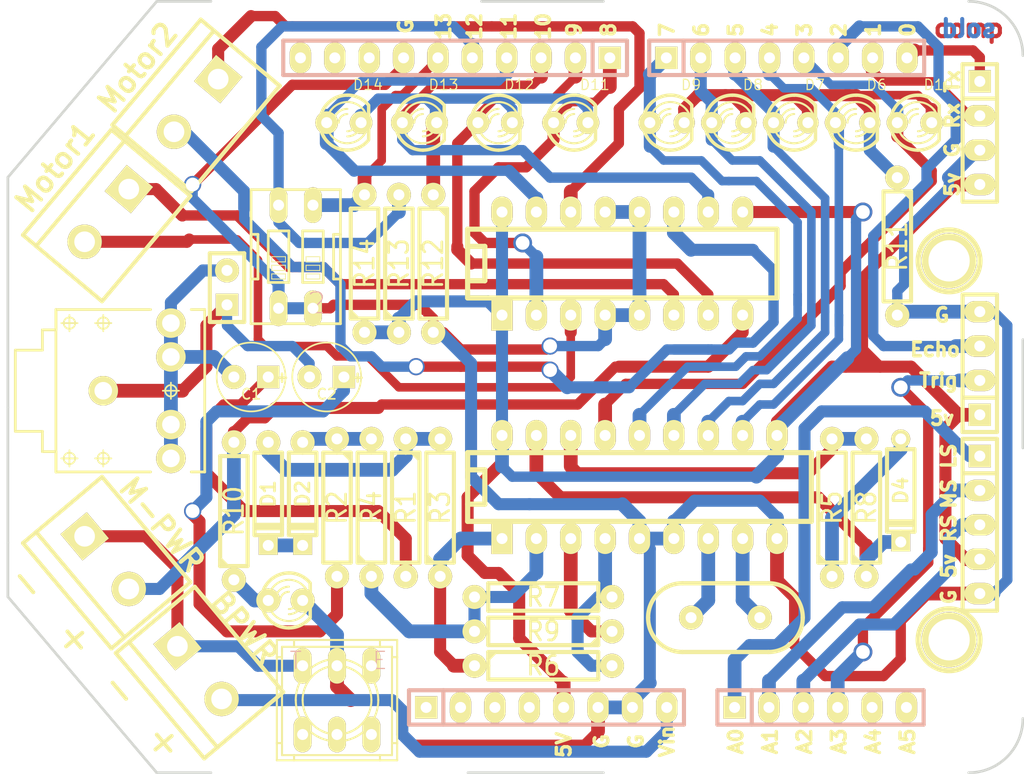
<source format=kicad_pcb>
(kicad_pcb (version 3) (host pcbnew "(2013-07-07 BZR 4022)-stable")

  (general
    (links 105)
    (no_connects 0)
    (area 106.090701 67.899999 182.6133 126.365961)
    (thickness 1.6)
    (drawings 60)
    (tracks 595)
    (zones 0)
    (modules 49)
    (nets 47)
  )

  (page A4)
  (layers
    (15 F.Cu signal)
    (0 B.Cu signal)
    (16 B.Adhes user)
    (17 F.Adhes user)
    (18 B.Paste user)
    (19 F.Paste user)
    (20 B.SilkS user)
    (21 F.SilkS user)
    (22 B.Mask user)
    (23 F.Mask user)
    (24 Dwgs.User user)
    (25 Cmts.User user)
    (26 Eco1.User user)
    (27 Eco2.User user)
    (28 Edge.Cuts user)
  )

  (setup
    (last_trace_width 0.254)
    (user_trace_width 0.381)
    (user_trace_width 0.508)
    (user_trace_width 0.635)
    (user_trace_width 0.762)
    (user_trace_width 0.889)
    (user_trace_width 1.016)
    (user_trace_width 1.143)
    (user_trace_width 1.27)
    (trace_clearance 0.254)
    (zone_clearance 0.508)
    (zone_45_only no)
    (trace_min 0.254)
    (segment_width 0.2)
    (edge_width 0.2)
    (via_size 0.889)
    (via_drill 0.635)
    (via_min_size 0.889)
    (via_min_drill 0.508)
    (user_via 1.27 1.016)
    (user_via 1.397 1.016)
    (uvia_size 0.508)
    (uvia_drill 0.127)
    (uvias_allowed no)
    (uvia_min_size 0.508)
    (uvia_min_drill 0.127)
    (pcb_text_width 0.3)
    (pcb_text_size 1.5 1.5)
    (mod_edge_width 0.15)
    (mod_text_size 1 1)
    (mod_text_width 0.15)
    (pad_size 1.5748 1.5748)
    (pad_drill 0.8128)
    (pad_to_mask_clearance 0)
    (aux_axis_origin 0 0)
    (visible_elements 7FFFFFEF)
    (pcbplotparams
      (layerselection 15761409)
      (usegerberextensions true)
      (excludeedgelayer false)
      (linewidth 0.150000)
      (plotframeref false)
      (viasonmask false)
      (mode 1)
      (useauxorigin false)
      (hpglpennumber 1)
      (hpglpenspeed 20)
      (hpglpendiameter 15)
      (hpglpenoverlay 2)
      (psnegative false)
      (psa4output false)
      (plotreference true)
      (plotvalue true)
      (plotothertext true)
      (plotinvisibletext false)
      (padsonsilk false)
      (subtractmaskfromsilk false)
      (outputformat 1)
      (mirror false)
      (drillshape 0)
      (scaleselection 1)
      (outputdirectory Gerber/))
  )

  (net 0 "")
  (net 1 /+5V)
  (net 2 /+9V)
  (net 3 /ECHO)
  (net 4 /INT)
  (net 5 /LS)
  (net 6 /M1a)
  (net 7 /M1b)
  (net 8 /M2a)
  (net 9 /M2b)
  (net 10 /MS)
  (net 11 /Q1)
  (net 12 /Q2)
  (net 13 /Q3)
  (net 14 /Q4)
  (net 15 /RS)
  (net 16 /RX)
  (net 17 /S1)
  (net 18 /S2)
  (net 19 /TRIG)
  (net 20 /TX)
  (net 21 /VIN)
  (net 22 /vref)
  (net 23 GND)
  (net 24 N-000001)
  (net 25 N-0000013)
  (net 26 N-0000014)
  (net 27 N-0000016)
  (net 28 N-0000017)
  (net 29 N-0000018)
  (net 30 N-0000019)
  (net 31 N-000002)
  (net 32 N-0000025)
  (net 33 N-0000026)
  (net 34 N-0000027)
  (net 35 N-0000028)
  (net 36 N-0000029)
  (net 37 N-000003)
  (net 38 N-0000030)
  (net 39 N-0000031)
  (net 40 N-0000032)
  (net 41 N-0000033)
  (net 42 N-0000034)
  (net 43 N-0000039)
  (net 44 N-000004)
  (net 45 N-000005)
  (net 46 N-000007)

  (net_class Default "This is the default net class."
    (clearance 0.254)
    (trace_width 0.254)
    (via_dia 0.889)
    (via_drill 0.635)
    (uvia_dia 0.508)
    (uvia_drill 0.127)
    (add_net "")
    (add_net /+5V)
    (add_net /+9V)
    (add_net /ECHO)
    (add_net /INT)
    (add_net /LS)
    (add_net /M1a)
    (add_net /M1b)
    (add_net /M2a)
    (add_net /M2b)
    (add_net /MS)
    (add_net /Q1)
    (add_net /Q2)
    (add_net /Q3)
    (add_net /Q4)
    (add_net /RS)
    (add_net /RX)
    (add_net /S1)
    (add_net /S2)
    (add_net /TRIG)
    (add_net /TX)
    (add_net /VIN)
    (add_net /vref)
    (add_net GND)
    (add_net N-000001)
    (add_net N-0000013)
    (add_net N-0000014)
    (add_net N-0000016)
    (add_net N-0000017)
    (add_net N-0000018)
    (add_net N-0000019)
    (add_net N-000002)
    (add_net N-0000025)
    (add_net N-0000026)
    (add_net N-0000027)
    (add_net N-0000028)
    (add_net N-0000029)
    (add_net N-000003)
    (add_net N-0000030)
    (add_net N-0000031)
    (add_net N-0000032)
    (add_net N-0000033)
    (add_net N-0000034)
    (add_net N-0000039)
    (add_net N-000004)
    (add_net N-000005)
    (add_net N-000007)
  )

  (module switch-misc-9077-2 (layer F.Cu) (tedit 54702AC4) (tstamp 54212645)
    (at 131.318 119.634)
    (descr "MARQUARDT SWITCH")
    (tags "MARQUARDT SWITCH")
    (path /54210DF3)
    (attr virtual)
    (fp_text reference SW1 (at -1.27 -5.715) (layer B.SilkS) hide
      (effects (font (size 1.27 1.27) (thickness 0.0889)))
    )
    (fp_text value SPST (at -0.635 5.715) (layer B.SilkS) hide
      (effects (font (size 1.27 1.27) (thickness 0.0889)))
    )
    (fp_line (start 4.445 4.445) (end 4.445 3.175) (layer F.SilkS) (width 0.1524))
    (fp_line (start -4.445 -4.445) (end -3.175 -4.445) (layer F.SilkS) (width 0.1524))
    (fp_line (start -4.445 -4.445) (end -4.445 -3.175) (layer F.SilkS) (width 0.1524))
    (fp_line (start 4.445 4.445) (end 3.175 4.445) (layer F.SilkS) (width 0.1524))
    (fp_line (start 4.064 4.064) (end 4.064 3.175) (layer F.SilkS) (width 0.1524))
    (fp_line (start -4.064 -3.937) (end -3.175 -3.937) (layer F.SilkS) (width 0.1524))
    (fp_line (start -4.064 -3.937) (end -4.064 -3.175) (layer F.SilkS) (width 0.1524))
    (fp_line (start 4.064 4.064) (end 3.175 4.064) (layer F.SilkS) (width 0.1524))
    (fp_line (start 4.064 -3.175) (end 4.445 -3.175) (layer F.SilkS) (width 0.1524))
    (fp_line (start 4.064 -3.175) (end 4.064 -3.937) (layer F.SilkS) (width 0.1524))
    (fp_line (start 4.445 -3.175) (end 4.445 -4.445) (layer F.SilkS) (width 0.1524))
    (fp_line (start 3.175 -3.937) (end 3.175 -4.445) (layer F.SilkS) (width 0.1524))
    (fp_line (start 3.175 -3.937) (end 4.064 -3.937) (layer F.SilkS) (width 0.1524))
    (fp_line (start 3.175 -4.445) (end 4.445 -4.445) (layer F.SilkS) (width 0.1524))
    (fp_line (start -3.175 -3.937) (end -3.175 -4.445) (layer F.SilkS) (width 0.1524))
    (fp_line (start -3.175 -3.937) (end 3.175 -3.937) (layer F.SilkS) (width 0.1524))
    (fp_line (start -3.175 -4.445) (end 3.175 -4.445) (layer F.SilkS) (width 0.1524))
    (fp_line (start -3.175 4.445) (end -3.175 4.064) (layer F.SilkS) (width 0.1524))
    (fp_line (start -3.175 4.445) (end -4.445 4.445) (layer F.SilkS) (width 0.1524))
    (fp_line (start -3.175 4.064) (end -4.064 4.064) (layer F.SilkS) (width 0.1524))
    (fp_line (start 3.175 4.445) (end 3.175 4.064) (layer F.SilkS) (width 0.1524))
    (fp_line (start 3.175 4.445) (end -3.175 4.445) (layer F.SilkS) (width 0.1524))
    (fp_line (start 3.175 4.064) (end -3.175 4.064) (layer F.SilkS) (width 0.1524))
    (fp_line (start 4.064 3.175) (end 4.445 3.175) (layer F.SilkS) (width 0.1524))
    (fp_line (start 4.064 3.175) (end 4.064 -3.175) (layer F.SilkS) (width 0.1524))
    (fp_line (start 4.445 3.175) (end 4.445 -3.175) (layer F.SilkS) (width 0.1524))
    (fp_line (start -4.445 3.175) (end -4.064 3.175) (layer F.SilkS) (width 0.1524))
    (fp_line (start -4.445 3.175) (end -4.445 4.445) (layer F.SilkS) (width 0.1524))
    (fp_line (start -4.064 3.175) (end -4.064 4.064) (layer F.SilkS) (width 0.1524))
    (fp_line (start -4.445 -3.175) (end -4.064 -3.175) (layer F.SilkS) (width 0.1524))
    (fp_line (start -4.445 -3.175) (end -4.445 3.175) (layer F.SilkS) (width 0.1524))
    (fp_line (start -4.064 -3.175) (end -4.064 3.175) (layer F.SilkS) (width 0.1524))
    (fp_arc (start 0 0) (end 0.94234 -2.35712) (angle 68.1) (layer F.SilkS) (width 0.1524))
    (fp_arc (start 0 0) (end 2.57048 -1.63576) (angle 32.4) (layer F.SilkS) (width 0.1524))
    (fp_arc (start 0 0) (end -3.048 0) (angle 31.6) (layer F.SilkS) (width 0.1524))
    (fp_arc (start 0 0) (end -2.54 0) (angle 68.1) (layer F.SilkS) (width 0.1524))
    (fp_arc (start 0 0) (end 2.54 0) (angle 68.9) (layer F.SilkS) (width 0.1524))
    (fp_arc (start 0 0) (end 3.048 0) (angle 32.4) (layer F.SilkS) (width 0.1524))
    (fp_arc (start 0 0) (end -0.97536 2.34442) (angle 67.3) (layer F.SilkS) (width 0.1524))
    (fp_arc (start 0 0) (end -2.59842 1.5875) (angle 31.4) (layer F.SilkS) (width 0.1524))
    (fp_arc (start 0 0) (end 0 -2.54) (angle 23.9) (layer F.SilkS) (width 0.1524))
    (fp_arc (start 0 0) (end -1.016 -2.32664) (angle 23.6) (layer F.SilkS) (width 0.1524))
    (fp_arc (start 0 0) (end 1.03124 2.31902) (angle 23.9) (layer F.SilkS) (width 0.1524))
    (fp_arc (start 0 0) (end 0 2.54) (angle 25.2) (layer F.SilkS) (width 0.1524))
    (fp_arc (start 0 0) (end 0 -3.048) (angle 59.5) (layer F.SilkS) (width 0.1524))
    (fp_arc (start 0 0) (end -2.66954 -1.46812) (angle 61.1) (layer F.SilkS) (width 0.1524))
    (fp_arc (start 0 0) (end 2.63144 1.53416) (angle 59.7) (layer F.SilkS) (width 0.1524))
    (fp_arc (start 0 0) (end 0 3.048) (angle 61.3) (layer F.SilkS) (width 0.1524))
    (fp_text user E (at 3.175 -2.921) (layer B.SilkS)
      (effects (font (size 1.27 1.27) (thickness 0.0889)))
    )
    (fp_text user T (at -3.048 -2.921) (layer B.SilkS)
      (effects (font (size 1.27 1.27) (thickness 0.0889)))
    )
    (pad 1 thru_hole oval (at -2.54 -2.54) (size 1.3208 2.6416) (drill 0.8128)
      (layers *.Cu *.Mask F.Paste F.SilkS)
      (net 25 N-0000013)
    )
    (pad 2 thru_hole oval (at 0 -2.54) (size 1.3208 2.6416) (drill 0.8128)
      (layers *.Cu *.Mask F.Paste F.SilkS)
      (net 23 GND)
    )
    (pad 3 thru_hole oval (at 2.54 -2.54) (size 1.3208 2.6416) (drill 0.8128)
      (layers *.Cu *.Mask F.Paste F.SilkS)
    )
    (pad 4 thru_hole oval (at -2.54 2.54) (size 1.3208 2.6416) (drill 0.8128)
      (layers *.Cu *.Mask F.Paste F.SilkS)
    )
    (pad 5 thru_hole oval (at 0 2.54) (size 1.3208 2.6416) (drill 0.8128)
      (layers *.Cu *.Mask F.Paste F.SilkS)
    )
    (pad 6 thru_hole oval (at 2.54 2.54) (size 1.3208 2.6416) (drill 0.8128)
      (layers *.Cu *.Mask F.Paste F.SilkS)
    )
  )

  (module SparkFun-AUDIO-JACK (layer F.Cu) (tedit 54702AF0) (tstamp 5421266C)
    (at 114.046 96.774)
    (path /54210EBE)
    (attr virtual)
    (fp_text reference U1 (at -0.254 -2.7432) (layer B.SilkS) hide
      (effects (font (size 0.4064 0.4064) (thickness 0.0889)))
    )
    (fp_text value 3.5MM_JACK (at -0.0508 -1.4732) (layer B.SilkS) hide
      (effects (font (size 0.4064 0.4064) (thickness 0.0889)))
    )
    (fp_line (start 7.49808 -5.99948) (end 7.49808 5.99948) (layer F.SilkS) (width 0.2032))
    (fp_line (start -3.49758 -5.99948) (end -3.49758 -4.49834) (layer F.SilkS) (width 0.2032))
    (fp_line (start -3.49758 4.49834) (end -3.49758 5.99948) (layer F.SilkS) (width 0.2032))
    (fp_line (start -4.49834 -4.49834) (end -4.49834 -2.99974) (layer F.SilkS) (width 0.2032))
    (fp_line (start -4.49834 2.99974) (end -4.49834 4.49834) (layer F.SilkS) (width 0.2032))
    (fp_line (start -4.49834 4.49834) (end -3.49758 4.49834) (layer F.SilkS) (width 0.2032))
    (fp_line (start -4.49834 -4.49834) (end -3.49758 -4.49834) (layer F.SilkS) (width 0.2032))
    (fp_line (start -6.49986 -2.99974) (end -6.49986 2.99974) (layer F.SilkS) (width 0.2032))
    (fp_line (start -6.49986 2.99974) (end -4.49834 2.99974) (layer F.SilkS) (width 0.2032))
    (fp_line (start -6.49986 -2.99974) (end -4.49834 -2.99974) (layer F.SilkS) (width 0.2032))
    (fp_line (start -3.49758 -5.99948) (end 3.49758 -5.99948) (layer F.SilkS) (width 0.2032))
    (fp_line (start 7.49808 -5.99948) (end 6.49986 -5.99948) (layer F.SilkS) (width 0.2032))
    (fp_line (start -3.49758 -5.99948) (end -3.49758 5.99948) (layer F.SilkS) (width 0.2032))
    (fp_line (start -3.49758 5.99948) (end 3.49758 5.99948) (layer F.SilkS) (width 0.2032))
    (fp_line (start 7.49808 5.99948) (end 6.49986 5.99948) (layer F.SilkS) (width 0.2032))
    (fp_circle (center 0 -4.99872) (end -0.29972 -5.29844) (layer F.SilkS) (width 0.127))
    (fp_line (start -0.59944 -4.99872) (end 0.59944 -4.99872) (layer F.SilkS) (width 0.127))
    (fp_line (start 0 -4.39928) (end 0 -5.59816) (layer F.SilkS) (width 0.127))
    (fp_circle (center -2.49936 -4.99872) (end -2.79908 -5.29844) (layer F.SilkS) (width 0.127))
    (fp_line (start -3.0988 -4.99872) (end -1.89992 -4.99872) (layer F.SilkS) (width 0.127))
    (fp_line (start -2.49936 -4.39928) (end -2.49936 -5.59816) (layer F.SilkS) (width 0.127))
    (fp_circle (center -2.49936 4.99872) (end -2.79908 5.29844) (layer F.SilkS) (width 0.127))
    (fp_line (start -3.0988 4.99872) (end -1.89992 4.99872) (layer F.SilkS) (width 0.127))
    (fp_line (start -2.49936 5.59816) (end -2.49936 4.39928) (layer F.SilkS) (width 0.127))
    (fp_circle (center 0 4.99872) (end -0.29972 5.29844) (layer F.SilkS) (width 0.127))
    (fp_line (start -0.59944 4.99872) (end 0.59944 4.99872) (layer F.SilkS) (width 0.127))
    (fp_line (start 0 5.59816) (end 0 4.39928) (layer F.SilkS) (width 0.127))
    (fp_circle (center 4.99872 0) (end 5.29844 0.29972) (layer F.SilkS) (width 0.127))
    (fp_line (start 4.39928 0) (end 5.59816 0) (layer F.SilkS) (width 0.127))
    (fp_line (start 4.99872 0.59944) (end 4.99872 -0.59944) (layer F.SilkS) (width 0.127))
    (pad 1 thru_hole circle (at 0 0) (size 2.18186 2.18186) (drill 1.29794)
      (layers *.Cu *.Mask F.Paste F.SilkS)
      (net 34 N-0000027)
    )
    (pad 2 thru_hole circle (at 4.99872 -4.99872) (size 2.18186 2.18186) (drill 1.29794)
      (layers *.Cu *.Mask F.Paste F.SilkS)
      (net 36 N-0000029)
    )
    (pad 3 thru_hole circle (at 4.99872 -2.49936) (size 2.18186 2.18186) (drill 1.29794)
      (layers *.Cu *.Mask F.Paste F.SilkS)
      (net 36 N-0000029)
    )
    (pad 4 thru_hole circle (at 4.99872 2.49936) (size 2.18186 2.18186) (drill 1.29794)
      (layers *.Cu *.Mask F.Paste F.SilkS)
      (net 36 N-0000029)
    )
    (pad 5 thru_hole circle (at 4.99872 4.99872) (size 2.18186 2.18186) (drill 1.29794)
      (layers *.Cu *.Mask F.Paste F.SilkS)
      (net 36 N-0000029)
    )
  )

  (module SIL-8 (layer B.Cu) (tedit 54659143) (tstamp 5421267D)
    (at 164.546 72.174)
    (descr "Connecteur 8 pins")
    (tags "CONN DEV")
    (path /54211433)
    (fp_text reference P12 (at -6.35 2.54) (layer B.SilkS) hide
      (effects (font (size 1.72974 1.08712) (thickness 0.27178)) (justify mirror))
    )
    (fp_text value CONN_8 (at 5.08 2.54) (layer B.SilkS) hide
      (effects (font (size 1.524 1.016) (thickness 0.254)) (justify mirror))
    )
    (fp_line (start -10.16 1.27) (end 10.16 1.27) (layer B.SilkS) (width 0.3048))
    (fp_line (start 10.16 1.27) (end 10.16 -1.27) (layer B.SilkS) (width 0.3048))
    (fp_line (start 10.16 -1.27) (end -10.16 -1.27) (layer B.SilkS) (width 0.3048))
    (fp_line (start -10.16 -1.27) (end -10.16 1.27) (layer B.SilkS) (width 0.3048))
    (fp_line (start -7.62 -1.27) (end -7.62 1.27) (layer B.SilkS) (width 0.3048))
    (pad 1 thru_hole rect (at -8.89 0) (size 1.651 1.651) (drill 0.8128)
      (layers *.Cu *.Mask F.SilkS)
      (net 14 /Q4)
    )
    (pad 2 thru_hole oval (at -6.35 0) (size 1.5748 2.286) (drill 0.8128)
      (layers *.Cu *.Mask F.SilkS)
      (net 13 /Q3)
    )
    (pad 3 thru_hole oval (at -3.81 0) (size 1.5748 2.286) (drill 0.8128)
      (layers *.Cu *.Mask F.SilkS)
      (net 12 /Q2)
    )
    (pad 4 thru_hole oval (at -1.27 0) (size 1.5748 2.286) (drill 0.8128)
      (layers *.Cu *.Mask F.SilkS)
      (net 11 /Q1)
    )
    (pad 5 thru_hole oval (at 1.27 0) (size 1.5748 2.286) (drill 0.8128)
      (layers *.Cu *.Mask F.SilkS)
      (net 4 /INT)
    )
    (pad 6 thru_hole oval (at 3.81 0) (size 1.5748 2.286) (drill 0.8128)
      (layers *.Cu *.Mask F.SilkS)
      (net 3 /ECHO)
    )
    (pad 7 thru_hole oval (at 6.35 0) (size 1.5748 2.286) (drill 0.8128)
      (layers *.Cu *.Mask F.SilkS)
      (net 16 /RX)
    )
    (pad 8 thru_hole oval (at 8.89 0) (size 1.5748 2.286) (drill 0.8128)
      (layers *.Cu *.Mask F.SilkS)
      (net 20 /TX)
    )
    (model C:/Users/pc/Documents/Kicad/pins_array_8x1.wrl
      (at (xyz 0 0 0))
      (scale (xyz 1 1 1))
      (rotate (xyz 0 0 0))
    )
  )

  (module SIL-8 (layer B.Cu) (tedit 54659154) (tstamp 5421268E)
    (at 146.796 120.174)
    (descr "Connecteur 8 pins")
    (tags "CONN DEV")
    (path /54211499)
    (fp_text reference P8 (at -6.35 2.54) (layer B.SilkS) hide
      (effects (font (size 1.72974 1.08712) (thickness 0.27178)) (justify mirror))
    )
    (fp_text value CONN_8 (at 5.08 2.54) (layer B.SilkS) hide
      (effects (font (size 1.524 1.016) (thickness 0.254)) (justify mirror))
    )
    (fp_line (start -10.16 1.27) (end 10.16 1.27) (layer B.SilkS) (width 0.3048))
    (fp_line (start 10.16 1.27) (end 10.16 -1.27) (layer B.SilkS) (width 0.3048))
    (fp_line (start 10.16 -1.27) (end -10.16 -1.27) (layer B.SilkS) (width 0.3048))
    (fp_line (start -10.16 -1.27) (end -10.16 1.27) (layer B.SilkS) (width 0.3048))
    (fp_line (start -7.62 -1.27) (end -7.62 1.27) (layer B.SilkS) (width 0.3048))
    (pad 1 thru_hole rect (at -8.89 0) (size 1.651 1.651) (drill 0.8128)
      (layers *.Cu *.Mask F.SilkS)
    )
    (pad 2 thru_hole oval (at -6.35 0) (size 1.5748 2.286) (drill 0.8128)
      (layers *.Cu *.Mask F.SilkS)
    )
    (pad 3 thru_hole oval (at -3.81 0) (size 1.5748 2.286) (drill 0.8128)
      (layers *.Cu *.Mask F.SilkS)
    )
    (pad 4 thru_hole oval (at -1.27 0) (size 1.5748 2.286) (drill 0.8128)
      (layers *.Cu *.Mask F.SilkS)
    )
    (pad 5 thru_hole oval (at 1.27 0) (size 1.5748 2.286) (drill 0.8128)
      (layers *.Cu *.Mask F.SilkS)
      (net 1 /+5V)
    )
    (pad 6 thru_hole oval (at 3.81 0) (size 1.5748 2.286) (drill 0.8128)
      (layers *.Cu *.Mask F.SilkS)
      (net 23 GND)
    )
    (pad 7 thru_hole oval (at 6.35 0) (size 1.5748 2.286) (drill 0.8128)
      (layers *.Cu *.Mask F.SilkS)
      (net 23 GND)
    )
    (pad 8 thru_hole oval (at 8.89 0) (size 1.5748 2.286) (drill 0.8128)
      (layers *.Cu *.Mask F.SilkS)
      (net 21 /VIN)
    )
    (model C:/Users/pc/Documents/Kicad/pins_array_8x1.wrl
      (at (xyz 0 0 0))
      (scale (xyz 1 1 1))
      (rotate (xyz 0 0 0))
    )
  )

  (module SIL-6 (layer B.Cu) (tedit 5465914F) (tstamp 5421269D)
    (at 167.046 120.174)
    (descr "Connecteur 6 pins")
    (tags "CONN DEV")
    (path /5421147F)
    (fp_text reference P9 (at 0 2.54) (layer B.SilkS) hide
      (effects (font (size 1.72974 1.08712) (thickness 0.27178)) (justify mirror))
    )
    (fp_text value CONN_6 (at 0 2.54) (layer B.SilkS) hide
      (effects (font (size 1.524 1.016) (thickness 0.3048)) (justify mirror))
    )
    (fp_line (start -7.62 -1.27) (end -7.62 1.27) (layer B.SilkS) (width 0.3048))
    (fp_line (start -7.62 1.27) (end 7.62 1.27) (layer B.SilkS) (width 0.3048))
    (fp_line (start 7.62 1.27) (end 7.62 -1.27) (layer B.SilkS) (width 0.3048))
    (fp_line (start 7.62 -1.27) (end -7.62 -1.27) (layer B.SilkS) (width 0.3048))
    (fp_line (start -5.08 -1.27) (end -5.08 1.27) (layer B.SilkS) (width 0.3048))
    (pad 1 thru_hole rect (at -6.35 0) (size 1.651 1.651) (drill 0.8128)
      (layers *.Cu *.Mask F.SilkS)
      (net 5 /LS)
    )
    (pad 2 thru_hole oval (at -3.81 0) (size 1.5748 2.286) (drill 0.8128)
      (layers *.Cu *.Mask F.SilkS)
      (net 10 /MS)
    )
    (pad 3 thru_hole oval (at -1.27 0) (size 1.5748 2.286) (drill 0.8128)
      (layers *.Cu *.Mask F.SilkS)
      (net 15 /RS)
    )
    (pad 4 thru_hole oval (at 1.27 0) (size 1.5748 2.286) (drill 0.8128)
      (layers *.Cu *.Mask F.SilkS)
      (net 19 /TRIG)
    )
    (pad 5 thru_hole oval (at 3.81 0) (size 1.5748 2.286) (drill 0.8128)
      (layers *.Cu *.Mask F.SilkS)
    )
    (pad 6 thru_hole oval (at 6.35 0) (size 1.5748 2.286) (drill 0.8128)
      (layers *.Cu *.Mask F.SilkS)
    )
    (model pin_array/pins_array_6x1.wrl
      (at (xyz 0 0 0))
      (scale (xyz 1 1 1))
      (rotate (xyz 0 0 0))
    )
  )

  (module SIL-5 (layer F.Cu) (tedit 54659129) (tstamp 542126AB)
    (at 178.816 107.95 270)
    (descr "Connecteur 5 pins")
    (tags "CONN DEV")
    (path /54210E56)
    (fp_text reference Sensors1 (at -0.635 -2.54 270) (layer F.SilkS) hide
      (effects (font (size 1.72974 1.08712) (thickness 0.27178)))
    )
    (fp_text value CONN_5 (at 0 -2.54 270) (layer F.SilkS) hide
      (effects (font (size 1.524 1.016) (thickness 0.3048)))
    )
    (fp_line (start -7.62 1.27) (end -7.62 -1.27) (layer F.SilkS) (width 0.3048))
    (fp_line (start -7.62 -1.27) (end 5.08 -1.27) (layer F.SilkS) (width 0.3048))
    (fp_line (start 5.08 -1.27) (end 5.08 1.27) (layer F.SilkS) (width 0.3048))
    (fp_line (start 5.08 1.27) (end -7.62 1.27) (layer F.SilkS) (width 0.3048))
    (fp_line (start -5.08 1.27) (end -5.08 -1.27) (layer F.SilkS) (width 0.3048))
    (pad 1 thru_hole rect (at -6.35 0 270) (size 1.651 1.651) (drill 0.8128)
      (layers *.Cu *.Mask F.SilkS)
      (net 5 /LS)
    )
    (pad 2 thru_hole oval (at -3.81 0 270) (size 1.5748 2.286) (drill 0.8128)
      (layers *.Cu *.Mask F.SilkS)
      (net 10 /MS)
    )
    (pad 3 thru_hole oval (at -1.27 0 270) (size 1.5748 2.286) (drill 0.8128)
      (layers *.Cu *.Mask F.SilkS)
      (net 15 /RS)
    )
    (pad 4 thru_hole oval (at 1.27 0 270) (size 1.5748 2.286) (drill 0.8128)
      (layers *.Cu *.Mask F.SilkS)
      (net 1 /+5V)
    )
    (pad 5 thru_hole oval (at 3.81 0 270) (size 1.5748 2.286) (drill 0.8128)
      (layers *.Cu *.Mask F.SilkS)
      (net 23 GND)
    )
  )

  (module SIL-4 (layer F.Cu) (tedit 5465913D) (tstamp 542126BA)
    (at 178.816 77.724 270)
    (descr "Connecteur 4 pibs")
    (tags "CONN DEV")
    (path /54210E69)
    (fp_text reference P13 (at 0 -2.54 270) (layer F.SilkS) hide
      (effects (font (size 1.73482 1.08712) (thickness 0.27178)))
    )
    (fp_text value BT/ZIGBEE (at 0 -2.54 270) (layer F.SilkS) hide
      (effects (font (size 1.524 1.016) (thickness 0.3048)))
    )
    (fp_line (start -5.08 -1.27) (end -5.08 -1.27) (layer F.SilkS) (width 0.3048))
    (fp_line (start -5.08 1.27) (end -5.08 -1.27) (layer F.SilkS) (width 0.3048))
    (fp_line (start -5.08 -1.27) (end -5.08 -1.27) (layer F.SilkS) (width 0.3048))
    (fp_line (start -5.08 -1.27) (end 5.08 -1.27) (layer F.SilkS) (width 0.3048))
    (fp_line (start 5.08 -1.27) (end 5.08 1.27) (layer F.SilkS) (width 0.3048))
    (fp_line (start 5.08 1.27) (end -5.08 1.27) (layer F.SilkS) (width 0.3048))
    (fp_line (start -2.54 1.27) (end -2.54 -1.27) (layer F.SilkS) (width 0.3048))
    (pad 1 thru_hole rect (at -3.81 0 270) (size 1.651 1.651) (drill 0.8128)
      (layers *.Cu *.Mask F.SilkS)
      (net 20 /TX)
    )
    (pad 2 thru_hole oval (at -1.27 0 270) (size 1.5748 2.286) (drill 0.8128)
      (layers *.Cu *.Mask F.SilkS)
      (net 16 /RX)
    )
    (pad 3 thru_hole oval (at 1.27 0 270) (size 1.5748 2.286) (drill 0.8128)
      (layers *.Cu *.Mask F.SilkS)
      (net 23 GND)
    )
    (pad 4 thru_hole oval (at 3.81 0 270) (size 1.5748 2.286) (drill 0.8128)
      (layers *.Cu *.Mask F.SilkS)
      (net 1 /+5V)
    )
  )

  (module SIL-4 (layer F.Cu) (tedit 54659134) (tstamp 542126C9)
    (at 178.816 94.742 90)
    (descr "Connecteur 4 pibs")
    (tags "CONN DEV")
    (path /542143A9)
    (fp_text reference P10 (at 0 -2.54 90) (layer F.SilkS) hide
      (effects (font (size 1.73482 1.08712) (thickness 0.27178)))
    )
    (fp_text value CONN_4 (at 0 -2.54 90) (layer F.SilkS) hide
      (effects (font (size 1.524 1.016) (thickness 0.3048)))
    )
    (fp_line (start -5.08 -1.27) (end -5.08 -1.27) (layer F.SilkS) (width 0.3048))
    (fp_line (start -5.08 1.27) (end -5.08 -1.27) (layer F.SilkS) (width 0.3048))
    (fp_line (start -5.08 -1.27) (end -5.08 -1.27) (layer F.SilkS) (width 0.3048))
    (fp_line (start -5.08 -1.27) (end 5.08 -1.27) (layer F.SilkS) (width 0.3048))
    (fp_line (start 5.08 -1.27) (end 5.08 1.27) (layer F.SilkS) (width 0.3048))
    (fp_line (start 5.08 1.27) (end -5.08 1.27) (layer F.SilkS) (width 0.3048))
    (fp_line (start -2.54 1.27) (end -2.54 -1.27) (layer F.SilkS) (width 0.3048))
    (pad 1 thru_hole rect (at -3.81 0 90) (size 1.651 1.651) (drill 0.8128)
      (layers *.Cu *.Mask F.SilkS)
      (net 1 /+5V)
    )
    (pad 2 thru_hole oval (at -1.27 0 90) (size 1.5748 2.286) (drill 0.8128)
      (layers *.Cu *.Mask F.SilkS)
      (net 19 /TRIG)
    )
    (pad 3 thru_hole oval (at 1.27 0 90) (size 1.5748 2.286) (drill 0.8128)
      (layers *.Cu *.Mask F.SilkS)
      (net 3 /ECHO)
    )
    (pad 4 thru_hole oval (at 3.81 0 90) (size 1.5748 2.286) (drill 0.8128)
      (layers *.Cu *.Mask F.SilkS)
      (net 23 GND)
    )
  )

  (module SIL-2 (layer F.Cu) (tedit 546592DB) (tstamp 542126D3)
    (at 123.19 89.154 90)
    (descr "Connecteurs 2 pins")
    (tags "CONN DEV")
    (path /54210D68)
    (fp_text reference P1 (at 0 -2.54 90) (layer F.SilkS) hide
      (effects (font (size 1.72974 1.08712) (thickness 0.27178)))
    )
    (fp_text value AUDIO_IN (at 0 -2.54 90) (layer F.SilkS) hide
      (effects (font (size 1.524 1.016) (thickness 0.3048)))
    )
    (fp_line (start -2.54 1.27) (end -2.54 -1.27) (layer F.SilkS) (width 0.3048))
    (fp_line (start -2.54 -1.27) (end 2.54 -1.27) (layer F.SilkS) (width 0.3048))
    (fp_line (start 2.54 -1.27) (end 2.54 1.27) (layer F.SilkS) (width 0.3048))
    (fp_line (start 2.54 1.27) (end -2.54 1.27) (layer F.SilkS) (width 0.3048))
    (pad 1 thru_hole rect (at -1.27 0 90) (size 1.651 1.651) (drill 0.8128)
      (layers *.Cu *.Mask F.SilkS)
      (net 34 N-0000027)
    )
    (pad 2 thru_hole circle (at 1.27 0 90) (size 1.778 1.778) (drill 0.8128)
      (layers *.Cu *.Mask F.SilkS)
      (net 36 N-0000029)
    )
  )

  (module SIL-10 (layer B.Cu) (tedit 54659147) (tstamp 542126E6)
    (at 140.046 72.174 180)
    (descr "Connecteur 10 pins")
    (tags "CONN DEV")
    (path /5421145B)
    (fp_text reference P11 (at -6.35 2.54 180) (layer B.SilkS) hide
      (effects (font (size 1.72974 1.08712) (thickness 0.27178)) (justify mirror))
    )
    (fp_text value CONN_10 (at 6.35 2.54 180) (layer B.SilkS) hide
      (effects (font (size 1.524 1.016) (thickness 0.254)) (justify mirror))
    )
    (fp_line (start -12.7 -1.27) (end -12.7 1.27) (layer B.SilkS) (width 0.3048))
    (fp_line (start -12.7 1.27) (end 12.7 1.27) (layer B.SilkS) (width 0.3048))
    (fp_line (start 12.7 1.27) (end 12.7 -1.27) (layer B.SilkS) (width 0.3048))
    (fp_line (start 12.7 -1.27) (end -12.7 -1.27) (layer B.SilkS) (width 0.3048))
    (fp_line (start -10.16 -1.27) (end -10.16 1.27) (layer B.SilkS) (width 0.3048))
    (pad 1 thru_hole rect (at -11.43 0 180) (size 1.651 1.651) (drill 0.8128)
      (layers *.Cu *.Mask F.SilkS)
      (net 6 /M1a)
    )
    (pad 2 thru_hole oval (at -8.89 0 180) (size 1.5748 2.286) (drill 0.8128)
      (layers *.Cu *.Mask F.SilkS)
      (net 7 /M1b)
    )
    (pad 3 thru_hole oval (at -6.35 0 180) (size 1.5748 2.286) (drill 0.8128)
      (layers *.Cu *.Mask F.SilkS)
      (net 8 /M2a)
    )
    (pad 4 thru_hole oval (at -3.81 0 180) (size 1.5748 2.286) (drill 0.8128)
      (layers *.Cu *.Mask F.SilkS)
      (net 9 /M2b)
    )
    (pad 5 thru_hole oval (at -1.27 0 180) (size 1.5748 2.286) (drill 0.8128)
      (layers *.Cu *.Mask F.SilkS)
      (net 17 /S1)
    )
    (pad 6 thru_hole oval (at 1.27 0 180) (size 1.5748 2.286) (drill 0.8128)
      (layers *.Cu *.Mask F.SilkS)
      (net 18 /S2)
    )
    (pad 7 thru_hole oval (at 3.81 0 180) (size 1.5748 2.286) (drill 0.8128)
      (layers *.Cu *.Mask F.SilkS)
      (net 23 GND)
    )
    (pad 8 thru_hole oval (at 6.35 0 180) (size 1.5748 2.286) (drill 0.8128)
      (layers *.Cu *.Mask F.SilkS)
    )
    (pad 9 thru_hole oval (at 8.89 0 180) (size 1.5748 2.286) (drill 0.8128)
      (layers *.Cu *.Mask F.SilkS)
    )
    (pad 10 thru_hole oval (at 11.43 0 180) (size 1.5748 2.286) (drill 0.8128)
      (layers *.Cu *.Mask F.SilkS)
    )
    (model C:/Users/pc/Documents/Kicad/pins_array_9x1.wrl
      (at (xyz 0 0 0))
      (scale (xyz 1 1 1))
      (rotate (xyz 0 0 0))
    )
  )

  (module R4 (layer F.Cu) (tedit 5465929B) (tstamp 542126F4)
    (at 172.72 86.106 270)
    (descr "Resitance 4 pas")
    (tags R)
    (path /54210DB2)
    (autoplace_cost180 10)
    (fp_text reference R11 (at 0 0 270) (layer F.SilkS)
      (effects (font (size 1.397 1.27) (thickness 0.2032)))
    )
    (fp_text value 470r (at 0 0 270) (layer F.SilkS) hide
      (effects (font (size 1.397 1.27) (thickness 0.2032)))
    )
    (fp_line (start -5.08 0) (end -4.064 0) (layer F.SilkS) (width 0.3048))
    (fp_line (start -4.064 0) (end -4.064 -1.016) (layer F.SilkS) (width 0.3048))
    (fp_line (start -4.064 -1.016) (end 4.064 -1.016) (layer F.SilkS) (width 0.3048))
    (fp_line (start 4.064 -1.016) (end 4.064 1.016) (layer F.SilkS) (width 0.3048))
    (fp_line (start 4.064 1.016) (end -4.064 1.016) (layer F.SilkS) (width 0.3048))
    (fp_line (start -4.064 1.016) (end -4.064 0) (layer F.SilkS) (width 0.3048))
    (fp_line (start -4.064 -0.508) (end -3.556 -1.016) (layer F.SilkS) (width 0.3048))
    (fp_line (start 5.08 0) (end 4.064 0) (layer F.SilkS) (width 0.3048))
    (pad 1 thru_hole circle (at -5.08 0 270) (size 1.778 1.778) (drill 0.8128)
      (layers *.Cu *.Mask F.SilkS)
      (net 41 N-0000033)
    )
    (pad 2 thru_hole circle (at 5.08 0 270) (size 1.778 1.778) (drill 0.8128)
      (layers *.Cu *.Mask F.SilkS)
      (net 23 GND)
    )
    (model discret/resistor.wrl
      (at (xyz 0 0 0))
      (scale (xyz 0.4 0.4 0.4))
      (rotate (xyz 0 0 0))
    )
  )

  (module R4 (layer F.Cu) (tedit 54B11E7C) (tstamp 54212702)
    (at 146.558 114.554 180)
    (descr "Resitance 4 pas")
    (tags R)
    (path /54210D86)
    (autoplace_cost180 10)
    (fp_text reference R9 (at 0 0 180) (layer F.SilkS)
      (effects (font (size 1.397 1.27) (thickness 0.2032)))
    )
    (fp_text value 150k (at 0 0 180) (layer F.SilkS) hide
      (effects (font (size 1.397 1.27) (thickness 0.2032)))
    )
    (fp_line (start -5.08 0) (end -4.064 0) (layer F.SilkS) (width 0.3048))
    (fp_line (start -4.064 0) (end -4.064 -1.016) (layer F.SilkS) (width 0.3048))
    (fp_line (start -4.064 -1.016) (end 4.064 -1.016) (layer F.SilkS) (width 0.3048))
    (fp_line (start 4.064 -1.016) (end 4.064 1.016) (layer F.SilkS) (width 0.3048))
    (fp_line (start 4.064 1.016) (end -4.064 1.016) (layer F.SilkS) (width 0.3048))
    (fp_line (start -4.064 1.016) (end -4.064 0) (layer F.SilkS) (width 0.3048))
    (fp_line (start -4.064 -0.508) (end -3.556 -1.016) (layer F.SilkS) (width 0.3048))
    (fp_line (start 5.08 0) (end 4.064 0) (layer F.SilkS) (width 0.3048))
    (pad 1 thru_hole circle (at -5.08 0 180) (size 1.778 1.778) (drill 0.8128)
      (layers *.Cu *.Mask F.SilkS)
      (net 24 N-000001)
    )
    (pad 2 thru_hole circle (at 5.08 0 180) (size 1.778 1.778) (drill 0.8128)
      (layers *.Cu *.Mask F.SilkS)
      (net 42 N-0000034)
    )
    (model discret/resistor.wrl
      (at (xyz 0 0 0))
      (scale (xyz 0.4 0.4 0.4))
      (rotate (xyz 0 0 0))
    )
  )

  (module R4 (layer F.Cu) (tedit 546591DE) (tstamp 54212710)
    (at 136.398 105.41 270)
    (descr "Resitance 4 pas")
    (tags R)
    (path /54210D44)
    (autoplace_cost180 10)
    (fp_text reference R1 (at 0 0 270) (layer F.SilkS)
      (effects (font (size 1.397 1.27) (thickness 0.2032)))
    )
    (fp_text value 56K (at 0 0 270) (layer F.SilkS) hide
      (effects (font (size 1.397 1.27) (thickness 0.2032)))
    )
    (fp_line (start -5.08 0) (end -4.064 0) (layer F.SilkS) (width 0.3048))
    (fp_line (start -4.064 0) (end -4.064 -1.016) (layer F.SilkS) (width 0.3048))
    (fp_line (start -4.064 -1.016) (end 4.064 -1.016) (layer F.SilkS) (width 0.3048))
    (fp_line (start 4.064 -1.016) (end 4.064 1.016) (layer F.SilkS) (width 0.3048))
    (fp_line (start 4.064 1.016) (end -4.064 1.016) (layer F.SilkS) (width 0.3048))
    (fp_line (start -4.064 1.016) (end -4.064 0) (layer F.SilkS) (width 0.3048))
    (fp_line (start -4.064 -0.508) (end -3.556 -1.016) (layer F.SilkS) (width 0.3048))
    (fp_line (start 5.08 0) (end 4.064 0) (layer F.SilkS) (width 0.3048))
    (pad 1 thru_hole circle (at -5.08 0 270) (size 1.778 1.778) (drill 0.8128)
      (layers *.Cu *.Mask F.SilkS)
      (net 33 N-0000026)
    )
    (pad 2 thru_hole circle (at 5.08 0 270) (size 1.778 1.778) (drill 0.8128)
      (layers *.Cu *.Mask F.SilkS)
      (net 38 N-0000030)
    )
    (model discret/resistor.wrl
      (at (xyz 0 0 0))
      (scale (xyz 0.4 0.4 0.4))
      (rotate (xyz 0 0 0))
    )
  )

  (module R4 (layer F.Cu) (tedit 5465918B) (tstamp 5421271E)
    (at 146.558 112.014 180)
    (descr "Resitance 4 pas")
    (tags R)
    (path /54210D80)
    (autoplace_cost180 10)
    (fp_text reference R7 (at 0 0 180) (layer F.SilkS)
      (effects (font (size 1.397 1.27) (thickness 0.2032)))
    )
    (fp_text value 68K (at 0 0 180) (layer F.SilkS) hide
      (effects (font (size 1.397 1.27) (thickness 0.2032)))
    )
    (fp_line (start -5.08 0) (end -4.064 0) (layer F.SilkS) (width 0.3048))
    (fp_line (start -4.064 0) (end -4.064 -1.016) (layer F.SilkS) (width 0.3048))
    (fp_line (start -4.064 -1.016) (end 4.064 -1.016) (layer F.SilkS) (width 0.3048))
    (fp_line (start 4.064 -1.016) (end 4.064 1.016) (layer F.SilkS) (width 0.3048))
    (fp_line (start 4.064 1.016) (end -4.064 1.016) (layer F.SilkS) (width 0.3048))
    (fp_line (start -4.064 1.016) (end -4.064 0) (layer F.SilkS) (width 0.3048))
    (fp_line (start -4.064 -0.508) (end -3.556 -1.016) (layer F.SilkS) (width 0.3048))
    (fp_line (start 5.08 0) (end 4.064 0) (layer F.SilkS) (width 0.3048))
    (pad 1 thru_hole circle (at -5.08 0 180) (size 1.778 1.778) (drill 0.8128)
      (layers *.Cu *.Mask F.SilkS)
      (net 22 /vref)
    )
    (pad 2 thru_hole circle (at 5.08 0 180) (size 1.778 1.778) (drill 0.8128)
      (layers *.Cu *.Mask F.SilkS)
      (net 42 N-0000034)
    )
    (model discret/resistor.wrl
      (at (xyz 0 0 0))
      (scale (xyz 0.4 0.4 0.4))
      (rotate (xyz 0 0 0))
    )
  )

  (module R4 (layer F.Cu) (tedit 54659194) (tstamp 5421272C)
    (at 146.558 117.094)
    (descr "Resitance 4 pas")
    (tags R)
    (path /54210D7A)
    (autoplace_cost180 10)
    (fp_text reference R6 (at 0 0) (layer F.SilkS)
      (effects (font (size 1.397 1.27) (thickness 0.2032)))
    )
    (fp_text value 47K (at 0 0) (layer F.SilkS) hide
      (effects (font (size 1.397 1.27) (thickness 0.2032)))
    )
    (fp_line (start -5.08 0) (end -4.064 0) (layer F.SilkS) (width 0.3048))
    (fp_line (start -4.064 0) (end -4.064 -1.016) (layer F.SilkS) (width 0.3048))
    (fp_line (start -4.064 -1.016) (end 4.064 -1.016) (layer F.SilkS) (width 0.3048))
    (fp_line (start 4.064 -1.016) (end 4.064 1.016) (layer F.SilkS) (width 0.3048))
    (fp_line (start 4.064 1.016) (end -4.064 1.016) (layer F.SilkS) (width 0.3048))
    (fp_line (start -4.064 1.016) (end -4.064 0) (layer F.SilkS) (width 0.3048))
    (fp_line (start -4.064 -0.508) (end -3.556 -1.016) (layer F.SilkS) (width 0.3048))
    (fp_line (start 5.08 0) (end 4.064 0) (layer F.SilkS) (width 0.3048))
    (pad 1 thru_hole circle (at -5.08 0) (size 1.778 1.778) (drill 0.8128)
      (layers *.Cu *.Mask F.SilkS)
      (net 37 N-000003)
    )
    (pad 2 thru_hole circle (at 5.08 0) (size 1.778 1.778) (drill 0.8128)
      (layers *.Cu *.Mask F.SilkS)
      (net 22 /vref)
    )
    (model discret/resistor.wrl
      (at (xyz 0 0 0))
      (scale (xyz 0.4 0.4 0.4))
      (rotate (xyz 0 0 0))
    )
  )

  (module R4 (layer F.Cu) (tedit 546591F3) (tstamp 5421273A)
    (at 133.858 105.41 90)
    (descr "Resitance 4 pas")
    (tags R)
    (path /54210D74)
    (autoplace_cost180 10)
    (fp_text reference R4 (at 0 0 90) (layer F.SilkS)
      (effects (font (size 1.397 1.27) (thickness 0.2032)))
    )
    (fp_text value 56K (at 0 0 90) (layer F.SilkS) hide
      (effects (font (size 1.397 1.27) (thickness 0.2032)))
    )
    (fp_line (start -5.08 0) (end -4.064 0) (layer F.SilkS) (width 0.3048))
    (fp_line (start -4.064 0) (end -4.064 -1.016) (layer F.SilkS) (width 0.3048))
    (fp_line (start -4.064 -1.016) (end 4.064 -1.016) (layer F.SilkS) (width 0.3048))
    (fp_line (start 4.064 -1.016) (end 4.064 1.016) (layer F.SilkS) (width 0.3048))
    (fp_line (start 4.064 1.016) (end -4.064 1.016) (layer F.SilkS) (width 0.3048))
    (fp_line (start -4.064 1.016) (end -4.064 0) (layer F.SilkS) (width 0.3048))
    (fp_line (start -4.064 -0.508) (end -3.556 -1.016) (layer F.SilkS) (width 0.3048))
    (fp_line (start 5.08 0) (end 4.064 0) (layer F.SilkS) (width 0.3048))
    (pad 1 thru_hole circle (at -5.08 0 90) (size 1.778 1.778) (drill 0.8128)
      (layers *.Cu *.Mask F.SilkS)
      (net 42 N-0000034)
    )
    (pad 2 thru_hole circle (at 5.08 0 90) (size 1.778 1.778) (drill 0.8128)
      (layers *.Cu *.Mask F.SilkS)
      (net 32 N-0000025)
    )
    (model discret/resistor.wrl
      (at (xyz 0 0 0))
      (scale (xyz 0.4 0.4 0.4))
      (rotate (xyz 0 0 0))
    )
  )

  (module R4 (layer F.Cu) (tedit 546591E2) (tstamp 54212748)
    (at 138.938 105.41 90)
    (descr "Resitance 4 pas")
    (tags R)
    (path /54210D6E)
    (autoplace_cost180 10)
    (fp_text reference R3 (at 0 0 90) (layer F.SilkS)
      (effects (font (size 1.397 1.27) (thickness 0.2032)))
    )
    (fp_text value 56K (at 0 0 90) (layer F.SilkS) hide
      (effects (font (size 1.397 1.27) (thickness 0.2032)))
    )
    (fp_line (start -5.08 0) (end -4.064 0) (layer F.SilkS) (width 0.3048))
    (fp_line (start -4.064 0) (end -4.064 -1.016) (layer F.SilkS) (width 0.3048))
    (fp_line (start -4.064 -1.016) (end 4.064 -1.016) (layer F.SilkS) (width 0.3048))
    (fp_line (start 4.064 -1.016) (end 4.064 1.016) (layer F.SilkS) (width 0.3048))
    (fp_line (start 4.064 1.016) (end -4.064 1.016) (layer F.SilkS) (width 0.3048))
    (fp_line (start -4.064 1.016) (end -4.064 0) (layer F.SilkS) (width 0.3048))
    (fp_line (start -4.064 -0.508) (end -3.556 -1.016) (layer F.SilkS) (width 0.3048))
    (fp_line (start 5.08 0) (end 4.064 0) (layer F.SilkS) (width 0.3048))
    (pad 1 thru_hole circle (at -5.08 0 90) (size 1.778 1.778) (drill 0.8128)
      (layers *.Cu *.Mask F.SilkS)
      (net 37 N-000003)
    )
    (pad 2 thru_hole circle (at 5.08 0 90) (size 1.778 1.778) (drill 0.8128)
      (layers *.Cu *.Mask F.SilkS)
      (net 33 N-0000026)
    )
    (model discret/resistor.wrl
      (at (xyz 0 0 0))
      (scale (xyz 0.4 0.4 0.4))
      (rotate (xyz 0 0 0))
    )
  )

  (module R4 (layer F.Cu) (tedit 54659213) (tstamp 54212756)
    (at 123.698 105.664 90)
    (descr "Resitance 4 pas")
    (tags R)
    (path /54210E05)
    (autoplace_cost180 10)
    (fp_text reference R10 (at 0 0 90) (layer F.SilkS)
      (effects (font (size 1.397 1.27) (thickness 0.2032)))
    )
    (fp_text value 470r (at 0 0 90) (layer F.SilkS) hide
      (effects (font (size 1.397 1.27) (thickness 0.2032)))
    )
    (fp_line (start -5.08 0) (end -4.064 0) (layer F.SilkS) (width 0.3048))
    (fp_line (start -4.064 0) (end -4.064 -1.016) (layer F.SilkS) (width 0.3048))
    (fp_line (start -4.064 -1.016) (end 4.064 -1.016) (layer F.SilkS) (width 0.3048))
    (fp_line (start 4.064 -1.016) (end 4.064 1.016) (layer F.SilkS) (width 0.3048))
    (fp_line (start 4.064 1.016) (end -4.064 1.016) (layer F.SilkS) (width 0.3048))
    (fp_line (start -4.064 1.016) (end -4.064 0) (layer F.SilkS) (width 0.3048))
    (fp_line (start -4.064 -0.508) (end -3.556 -1.016) (layer F.SilkS) (width 0.3048))
    (fp_line (start 5.08 0) (end 4.064 0) (layer F.SilkS) (width 0.3048))
    (pad 1 thru_hole circle (at -5.08 0 90) (size 1.778 1.778) (drill 0.8128)
      (layers *.Cu *.Mask F.SilkS)
      (net 26 N-0000014)
    )
    (pad 2 thru_hole circle (at 5.08 0 90) (size 1.778 1.778) (drill 0.8128)
      (layers *.Cu *.Mask F.SilkS)
      (net 2 /+9V)
    )
    (model discret/resistor.wrl
      (at (xyz 0 0 0))
      (scale (xyz 0.4 0.4 0.4))
      (rotate (xyz 0 0 0))
    )
  )

  (module R4 (layer F.Cu) (tedit 546591F8) (tstamp 54212764)
    (at 131.318 105.41 270)
    (descr "Resitance 4 pas")
    (tags R)
    (path /54210D4A)
    (autoplace_cost180 10)
    (fp_text reference R2 (at 0 0 270) (layer F.SilkS)
      (effects (font (size 1.397 1.27) (thickness 0.2032)))
    )
    (fp_text value 56K (at 0 0 270) (layer F.SilkS) hide
      (effects (font (size 1.397 1.27) (thickness 0.2032)))
    )
    (fp_line (start -5.08 0) (end -4.064 0) (layer F.SilkS) (width 0.3048))
    (fp_line (start -4.064 0) (end -4.064 -1.016) (layer F.SilkS) (width 0.3048))
    (fp_line (start -4.064 -1.016) (end 4.064 -1.016) (layer F.SilkS) (width 0.3048))
    (fp_line (start 4.064 -1.016) (end 4.064 1.016) (layer F.SilkS) (width 0.3048))
    (fp_line (start 4.064 1.016) (end -4.064 1.016) (layer F.SilkS) (width 0.3048))
    (fp_line (start -4.064 1.016) (end -4.064 0) (layer F.SilkS) (width 0.3048))
    (fp_line (start -4.064 -0.508) (end -3.556 -1.016) (layer F.SilkS) (width 0.3048))
    (fp_line (start 5.08 0) (end 4.064 0) (layer F.SilkS) (width 0.3048))
    (pad 1 thru_hole circle (at -5.08 0 270) (size 1.778 1.778) (drill 0.8128)
      (layers *.Cu *.Mask F.SilkS)
      (net 32 N-0000025)
    )
    (pad 2 thru_hole circle (at 5.08 0 270) (size 1.778 1.778) (drill 0.8128)
      (layers *.Cu *.Mask F.SilkS)
      (net 35 N-0000028)
    )
    (model discret/resistor.wrl
      (at (xyz 0 0 0))
      (scale (xyz 0.4 0.4 0.4))
      (rotate (xyz 0 0 0))
    )
  )

  (module R4 (layer F.Cu) (tedit 546591B7) (tstamp 54212772)
    (at 167.894 105.41 90)
    (descr "Resitance 4 pas")
    (tags R)
    (path /54210D3E)
    (autoplace_cost180 10)
    (fp_text reference R5 (at 0 0 90) (layer F.SilkS)
      (effects (font (size 1.397 1.27) (thickness 0.2032)))
    )
    (fp_text value 330K (at 0 0 90) (layer F.SilkS) hide
      (effects (font (size 1.397 1.27) (thickness 0.2032)))
    )
    (fp_line (start -5.08 0) (end -4.064 0) (layer F.SilkS) (width 0.3048))
    (fp_line (start -4.064 0) (end -4.064 -1.016) (layer F.SilkS) (width 0.3048))
    (fp_line (start -4.064 -1.016) (end 4.064 -1.016) (layer F.SilkS) (width 0.3048))
    (fp_line (start 4.064 -1.016) (end 4.064 1.016) (layer F.SilkS) (width 0.3048))
    (fp_line (start 4.064 1.016) (end -4.064 1.016) (layer F.SilkS) (width 0.3048))
    (fp_line (start -4.064 1.016) (end -4.064 0) (layer F.SilkS) (width 0.3048))
    (fp_line (start -4.064 -0.508) (end -3.556 -1.016) (layer F.SilkS) (width 0.3048))
    (fp_line (start 5.08 0) (end 4.064 0) (layer F.SilkS) (width 0.3048))
    (pad 1 thru_hole circle (at -5.08 0 90) (size 1.778 1.778) (drill 0.8128)
      (layers *.Cu *.Mask F.SilkS)
      (net 39 N-0000031)
    )
    (pad 2 thru_hole circle (at 5.08 0 90) (size 1.778 1.778) (drill 0.8128)
      (layers *.Cu *.Mask F.SilkS)
      (net 40 N-0000032)
    )
    (model discret/resistor.wrl
      (at (xyz 0 0 0))
      (scale (xyz 0.4 0.4 0.4))
      (rotate (xyz 0 0 0))
    )
  )

  (module R4 (layer F.Cu) (tedit 546591BC) (tstamp 54212780)
    (at 170.434 105.41 90)
    (descr "Resitance 4 pas")
    (tags R)
    (path /54210D38)
    (autoplace_cost180 10)
    (fp_text reference R8 (at 0 0 90) (layer F.SilkS)
      (effects (font (size 1.397 1.27) (thickness 0.2032)))
    )
    (fp_text value 100K (at 0 0 90) (layer F.SilkS) hide
      (effects (font (size 1.397 1.27) (thickness 0.2032)))
    )
    (fp_line (start -5.08 0) (end -4.064 0) (layer F.SilkS) (width 0.3048))
    (fp_line (start -4.064 0) (end -4.064 -1.016) (layer F.SilkS) (width 0.3048))
    (fp_line (start -4.064 -1.016) (end 4.064 -1.016) (layer F.SilkS) (width 0.3048))
    (fp_line (start 4.064 -1.016) (end 4.064 1.016) (layer F.SilkS) (width 0.3048))
    (fp_line (start 4.064 1.016) (end -4.064 1.016) (layer F.SilkS) (width 0.3048))
    (fp_line (start -4.064 1.016) (end -4.064 0) (layer F.SilkS) (width 0.3048))
    (fp_line (start -4.064 -0.508) (end -3.556 -1.016) (layer F.SilkS) (width 0.3048))
    (fp_line (start 5.08 0) (end 4.064 0) (layer F.SilkS) (width 0.3048))
    (pad 1 thru_hole circle (at -5.08 0 90) (size 1.778 1.778) (drill 0.8128)
      (layers *.Cu *.Mask F.SilkS)
      (net 44 N-000004)
    )
    (pad 2 thru_hole circle (at 5.08 0 90) (size 1.778 1.778) (drill 0.8128)
      (layers *.Cu *.Mask F.SilkS)
      (net 40 N-0000032)
    )
    (model discret/resistor.wrl
      (at (xyz 0 0 0))
      (scale (xyz 0.4 0.4 0.4))
      (rotate (xyz 0 0 0))
    )
  )

  (module R4 (layer F.Cu) (tedit 54659258) (tstamp 5421278E)
    (at 138.43 87.376 270)
    (descr "Resitance 4 pas")
    (tags R)
    (path /54210CE1)
    (autoplace_cost180 10)
    (fp_text reference R12 (at 0 0 270) (layer F.SilkS)
      (effects (font (size 1.397 1.27) (thickness 0.2032)))
    )
    (fp_text value 470r (at 0 0 270) (layer F.SilkS) hide
      (effects (font (size 1.397 1.27) (thickness 0.2032)))
    )
    (fp_line (start -5.08 0) (end -4.064 0) (layer F.SilkS) (width 0.3048))
    (fp_line (start -4.064 0) (end -4.064 -1.016) (layer F.SilkS) (width 0.3048))
    (fp_line (start -4.064 -1.016) (end 4.064 -1.016) (layer F.SilkS) (width 0.3048))
    (fp_line (start 4.064 -1.016) (end 4.064 1.016) (layer F.SilkS) (width 0.3048))
    (fp_line (start 4.064 1.016) (end -4.064 1.016) (layer F.SilkS) (width 0.3048))
    (fp_line (start -4.064 1.016) (end -4.064 0) (layer F.SilkS) (width 0.3048))
    (fp_line (start -4.064 -0.508) (end -3.556 -1.016) (layer F.SilkS) (width 0.3048))
    (fp_line (start 5.08 0) (end 4.064 0) (layer F.SilkS) (width 0.3048))
    (pad 1 thru_hole circle (at -5.08 0 270) (size 1.778 1.778) (drill 0.8128)
      (layers *.Cu *.Mask F.SilkS)
      (net 43 N-0000039)
    )
    (pad 2 thru_hole circle (at 5.08 0 270) (size 1.778 1.778) (drill 0.8128)
      (layers *.Cu *.Mask F.SilkS)
      (net 23 GND)
    )
    (model discret/resistor.wrl
      (at (xyz 0 0 0))
      (scale (xyz 0.4 0.4 0.4))
      (rotate (xyz 0 0 0))
    )
  )

  (module LED-3MM (layer F.Cu) (tedit 54B121B2) (tstamp 542127B3)
    (at 173.99 76.962)
    (descr "LED 3mm - Lead pitch 100mil (2,54mm)")
    (tags "LED led 3mm 3MM 100mil 2,54mm")
    (path /54210DA6)
    (fp_text reference D10 (at 1.778 -2.794) (layer F.SilkS)
      (effects (font (size 0.762 0.762) (thickness 0.0889)))
    )
    (fp_text value LED (at 0 2.54) (layer F.SilkS) hide
      (effects (font (size 0.762 0.762) (thickness 0.0889)))
    )
    (fp_line (start 1.8288 1.27) (end 1.8288 -1.27) (layer F.SilkS) (width 0.254))
    (fp_arc (start 0.254 0) (end -1.27 0) (angle 39.8) (layer F.SilkS) (width 0.1524))
    (fp_arc (start 0.254 0) (end -0.88392 1.01092) (angle 41.6) (layer F.SilkS) (width 0.1524))
    (fp_arc (start 0.254 0) (end 1.4097 -0.9906) (angle 40.6) (layer F.SilkS) (width 0.1524))
    (fp_arc (start 0.254 0) (end 1.778 0) (angle 39.8) (layer F.SilkS) (width 0.1524))
    (fp_arc (start 0.254 0) (end 0.254 -1.524) (angle 54.4) (layer F.SilkS) (width 0.1524))
    (fp_arc (start 0.254 0) (end -0.9652 -0.9144) (angle 53.1) (layer F.SilkS) (width 0.1524))
    (fp_arc (start 0.254 0) (end 1.45542 0.93472) (angle 52.1) (layer F.SilkS) (width 0.1524))
    (fp_arc (start 0.254 0) (end 0.254 1.524) (angle 52.1) (layer F.SilkS) (width 0.1524))
    (fp_arc (start 0.254 0) (end -0.381 0) (angle 90) (layer F.SilkS) (width 0.1524))
    (fp_arc (start 0.254 0) (end -0.762 0) (angle 90) (layer F.SilkS) (width 0.1524))
    (fp_arc (start 0.254 0) (end 0.889 0) (angle 90) (layer F.SilkS) (width 0.1524))
    (fp_arc (start 0.254 0) (end 1.27 0) (angle 90) (layer F.SilkS) (width 0.1524))
    (fp_arc (start 0.254 0) (end 0.254 -2.032) (angle 50.1) (layer F.SilkS) (width 0.254))
    (fp_arc (start 0.254 0) (end -1.5367 -0.95504) (angle 61.9) (layer F.SilkS) (width 0.254))
    (fp_arc (start 0.254 0) (end 1.8034 1.31064) (angle 49.7) (layer F.SilkS) (width 0.254))
    (fp_arc (start 0.254 0) (end 0.254 2.032) (angle 60.2) (layer F.SilkS) (width 0.254))
    (fp_arc (start 0.254 0) (end -1.778 0) (angle 28.3) (layer F.SilkS) (width 0.254))
    (fp_arc (start 0.254 0) (end -1.47574 1.06426) (angle 31.6) (layer F.SilkS) (width 0.254))
    (pad 1 thru_hole circle (at -1.27 0) (size 1.5748 1.5748) (drill 0.8128)
      (layers *.Cu *.Mask F.SilkS)
      (net 4 /INT)
    )
    (pad 2 thru_hole circle (at 1.27 0) (size 1.6764 1.6764) (drill 0.8128)
      (layers *.Cu *.Mask F.SilkS)
      (net 41 N-0000033)
    )
    (model discret/leds/led3_vertical_verde.wrl
      (at (xyz 0 0 0))
      (scale (xyz 1 1 1))
      (rotate (xyz 0 0 0))
    )
  )

  (module LED-3MM (layer F.Cu) (tedit 54B12174) (tstamp 542127CC)
    (at 155.702 76.962)
    (descr "LED 3mm - Lead pitch 100mil (2,54mm)")
    (tags "LED led 3mm 3MM 100mil 2,54mm")
    (path /54210DA0)
    (fp_text reference D9 (at 1.778 -2.794) (layer F.SilkS)
      (effects (font (size 0.762 0.762) (thickness 0.0889)))
    )
    (fp_text value LED (at 0 2.54) (layer F.SilkS) hide
      (effects (font (size 0.762 0.762) (thickness 0.0889)))
    )
    (fp_line (start 1.8288 1.27) (end 1.8288 -1.27) (layer F.SilkS) (width 0.254))
    (fp_arc (start 0.254 0) (end -1.27 0) (angle 39.8) (layer F.SilkS) (width 0.1524))
    (fp_arc (start 0.254 0) (end -0.88392 1.01092) (angle 41.6) (layer F.SilkS) (width 0.1524))
    (fp_arc (start 0.254 0) (end 1.4097 -0.9906) (angle 40.6) (layer F.SilkS) (width 0.1524))
    (fp_arc (start 0.254 0) (end 1.778 0) (angle 39.8) (layer F.SilkS) (width 0.1524))
    (fp_arc (start 0.254 0) (end 0.254 -1.524) (angle 54.4) (layer F.SilkS) (width 0.1524))
    (fp_arc (start 0.254 0) (end -0.9652 -0.9144) (angle 53.1) (layer F.SilkS) (width 0.1524))
    (fp_arc (start 0.254 0) (end 1.45542 0.93472) (angle 52.1) (layer F.SilkS) (width 0.1524))
    (fp_arc (start 0.254 0) (end 0.254 1.524) (angle 52.1) (layer F.SilkS) (width 0.1524))
    (fp_arc (start 0.254 0) (end -0.381 0) (angle 90) (layer F.SilkS) (width 0.1524))
    (fp_arc (start 0.254 0) (end -0.762 0) (angle 90) (layer F.SilkS) (width 0.1524))
    (fp_arc (start 0.254 0) (end 0.889 0) (angle 90) (layer F.SilkS) (width 0.1524))
    (fp_arc (start 0.254 0) (end 1.27 0) (angle 90) (layer F.SilkS) (width 0.1524))
    (fp_arc (start 0.254 0) (end 0.254 -2.032) (angle 50.1) (layer F.SilkS) (width 0.254))
    (fp_arc (start 0.254 0) (end -1.5367 -0.95504) (angle 61.9) (layer F.SilkS) (width 0.254))
    (fp_arc (start 0.254 0) (end 1.8034 1.31064) (angle 49.7) (layer F.SilkS) (width 0.254))
    (fp_arc (start 0.254 0) (end 0.254 2.032) (angle 60.2) (layer F.SilkS) (width 0.254))
    (fp_arc (start 0.254 0) (end -1.778 0) (angle 28.3) (layer F.SilkS) (width 0.254))
    (fp_arc (start 0.254 0) (end -1.47574 1.06426) (angle 31.6) (layer F.SilkS) (width 0.254))
    (pad 1 thru_hole circle (at -1.27 0) (size 1.6764 1.6764) (drill 0.8128)
      (layers *.Cu *.Mask F.SilkS)
      (net 14 /Q4)
    )
    (pad 2 thru_hole circle (at 1.27 0) (size 1.5748 1.5748) (drill 0.8128)
      (layers *.Cu *.Mask F.SilkS)
      (net 41 N-0000033)
    )
    (model discret/leds/led3_vertical_verde.wrl
      (at (xyz 0 0 0))
      (scale (xyz 1 1 1))
      (rotate (xyz 0 0 0))
    )
  )

  (module LED-3MM (layer F.Cu) (tedit 54B121A6) (tstamp 542127E5)
    (at 164.846 76.962)
    (descr "LED 3mm - Lead pitch 100mil (2,54mm)")
    (tags "LED led 3mm 3MM 100mil 2,54mm")
    (path /54210D94)
    (fp_text reference D7 (at 1.778 -2.794) (layer F.SilkS)
      (effects (font (size 0.762 0.762) (thickness 0.0889)))
    )
    (fp_text value LED (at 0 2.54) (layer F.SilkS) hide
      (effects (font (size 0.762 0.762) (thickness 0.0889)))
    )
    (fp_line (start 1.8288 1.27) (end 1.8288 -1.27) (layer F.SilkS) (width 0.254))
    (fp_arc (start 0.254 0) (end -1.27 0) (angle 39.8) (layer F.SilkS) (width 0.1524))
    (fp_arc (start 0.254 0) (end -0.88392 1.01092) (angle 41.6) (layer F.SilkS) (width 0.1524))
    (fp_arc (start 0.254 0) (end 1.4097 -0.9906) (angle 40.6) (layer F.SilkS) (width 0.1524))
    (fp_arc (start 0.254 0) (end 1.778 0) (angle 39.8) (layer F.SilkS) (width 0.1524))
    (fp_arc (start 0.254 0) (end 0.254 -1.524) (angle 54.4) (layer F.SilkS) (width 0.1524))
    (fp_arc (start 0.254 0) (end -0.9652 -0.9144) (angle 53.1) (layer F.SilkS) (width 0.1524))
    (fp_arc (start 0.254 0) (end 1.45542 0.93472) (angle 52.1) (layer F.SilkS) (width 0.1524))
    (fp_arc (start 0.254 0) (end 0.254 1.524) (angle 52.1) (layer F.SilkS) (width 0.1524))
    (fp_arc (start 0.254 0) (end -0.381 0) (angle 90) (layer F.SilkS) (width 0.1524))
    (fp_arc (start 0.254 0) (end -0.762 0) (angle 90) (layer F.SilkS) (width 0.1524))
    (fp_arc (start 0.254 0) (end 0.889 0) (angle 90) (layer F.SilkS) (width 0.1524))
    (fp_arc (start 0.254 0) (end 1.27 0) (angle 90) (layer F.SilkS) (width 0.1524))
    (fp_arc (start 0.254 0) (end 0.254 -2.032) (angle 50.1) (layer F.SilkS) (width 0.254))
    (fp_arc (start 0.254 0) (end -1.5367 -0.95504) (angle 61.9) (layer F.SilkS) (width 0.254))
    (fp_arc (start 0.254 0) (end 1.8034 1.31064) (angle 49.7) (layer F.SilkS) (width 0.254))
    (fp_arc (start 0.254 0) (end 0.254 2.032) (angle 60.2) (layer F.SilkS) (width 0.254))
    (fp_arc (start 0.254 0) (end -1.778 0) (angle 28.3) (layer F.SilkS) (width 0.254))
    (fp_arc (start 0.254 0) (end -1.47574 1.06426) (angle 31.6) (layer F.SilkS) (width 0.254))
    (pad 1 thru_hole circle (at -1.27 0) (size 1.5748 1.5748) (drill 0.8128)
      (layers *.Cu *.Mask F.SilkS)
      (net 12 /Q2)
    )
    (pad 2 thru_hole circle (at 1.27 0) (size 1.5748 1.5748) (drill 0.8128)
      (layers *.Cu *.Mask F.SilkS)
      (net 41 N-0000033)
    )
    (model discret/leds/led3_vertical_verde.wrl
      (at (xyz 0 0 0))
      (scale (xyz 1 1 1))
      (rotate (xyz 0 0 0))
    )
  )

  (module LED-3MM (layer F.Cu) (tedit 54B11E5D) (tstamp 542127FE)
    (at 127.508 112.268)
    (descr "LED 3mm - Lead pitch 100mil (2,54mm)")
    (tags "LED led 3mm 3MM 100mil 2,54mm")
    (path /54210E11)
    (fp_text reference D5 (at 1.778 -2.794) (layer F.SilkS) hide
      (effects (font (size 0.762 0.762) (thickness 0.0889)))
    )
    (fp_text value LED (at 0 2.54) (layer F.SilkS) hide
      (effects (font (size 0.762 0.762) (thickness 0.0889)))
    )
    (fp_line (start 1.8288 1.27) (end 1.8288 -1.27) (layer F.SilkS) (width 0.254))
    (fp_arc (start 0.254 0) (end -1.27 0) (angle 39.8) (layer F.SilkS) (width 0.1524))
    (fp_arc (start 0.254 0) (end -0.88392 1.01092) (angle 41.6) (layer F.SilkS) (width 0.1524))
    (fp_arc (start 0.254 0) (end 1.4097 -0.9906) (angle 40.6) (layer F.SilkS) (width 0.1524))
    (fp_arc (start 0.254 0) (end 1.778 0) (angle 39.8) (layer F.SilkS) (width 0.1524))
    (fp_arc (start 0.254 0) (end 0.254 -1.524) (angle 54.4) (layer F.SilkS) (width 0.1524))
    (fp_arc (start 0.254 0) (end -0.9652 -0.9144) (angle 53.1) (layer F.SilkS) (width 0.1524))
    (fp_arc (start 0.254 0) (end 1.45542 0.93472) (angle 52.1) (layer F.SilkS) (width 0.1524))
    (fp_arc (start 0.254 0) (end 0.254 1.524) (angle 52.1) (layer F.SilkS) (width 0.1524))
    (fp_arc (start 0.254 0) (end -0.381 0) (angle 90) (layer F.SilkS) (width 0.1524))
    (fp_arc (start 0.254 0) (end -0.762 0) (angle 90) (layer F.SilkS) (width 0.1524))
    (fp_arc (start 0.254 0) (end 0.889 0) (angle 90) (layer F.SilkS) (width 0.1524))
    (fp_arc (start 0.254 0) (end 1.27 0) (angle 90) (layer F.SilkS) (width 0.1524))
    (fp_arc (start 0.254 0) (end 0.254 -2.032) (angle 50.1) (layer F.SilkS) (width 0.254))
    (fp_arc (start 0.254 0) (end -1.5367 -0.95504) (angle 61.9) (layer F.SilkS) (width 0.254))
    (fp_arc (start 0.254 0) (end 1.8034 1.31064) (angle 49.7) (layer F.SilkS) (width 0.254))
    (fp_arc (start 0.254 0) (end 0.254 2.032) (angle 60.2) (layer F.SilkS) (width 0.254))
    (fp_arc (start 0.254 0) (end -1.778 0) (angle 28.3) (layer F.SilkS) (width 0.254))
    (fp_arc (start 0.254 0) (end -1.47574 1.06426) (angle 31.6) (layer F.SilkS) (width 0.254))
    (pad 1 thru_hole circle (at -1.27 0) (size 1.778 1.778) (drill 0.8128)
      (layers *.Cu *.Mask F.SilkS)
      (net 26 N-0000014)
    )
    (pad 2 thru_hole circle (at 1.27 0) (size 1.778 1.778) (drill 0.8128)
      (layers *.Cu *.Mask F.SilkS)
      (net 23 GND)
    )
    (model discret/leds/led3_vertical_verde.wrl
      (at (xyz 0 0 0))
      (scale (xyz 1 1 1))
      (rotate (xyz 0 0 0))
    )
  )

  (module LED-3MM (layer F.Cu) (tedit 54B11E26) (tstamp 54212817)
    (at 131.826 76.962)
    (descr "LED 3mm - Lead pitch 100mil (2,54mm)")
    (tags "LED led 3mm 3MM 100mil 2,54mm")
    (path /54210CE7)
    (fp_text reference D14 (at 1.778 -2.794) (layer F.SilkS)
      (effects (font (size 0.762 0.762) (thickness 0.0889)))
    )
    (fp_text value LED (at 0 2.54) (layer F.SilkS) hide
      (effects (font (size 0.762 0.762) (thickness 0.0889)))
    )
    (fp_line (start 1.8288 1.27) (end 1.8288 -1.27) (layer F.SilkS) (width 0.254))
    (fp_arc (start 0.254 0) (end -1.27 0) (angle 39.8) (layer F.SilkS) (width 0.1524))
    (fp_arc (start 0.254 0) (end -0.88392 1.01092) (angle 41.6) (layer F.SilkS) (width 0.1524))
    (fp_arc (start 0.254 0) (end 1.4097 -0.9906) (angle 40.6) (layer F.SilkS) (width 0.1524))
    (fp_arc (start 0.254 0) (end 1.778 0) (angle 39.8) (layer F.SilkS) (width 0.1524))
    (fp_arc (start 0.254 0) (end 0.254 -1.524) (angle 54.4) (layer F.SilkS) (width 0.1524))
    (fp_arc (start 0.254 0) (end -0.9652 -0.9144) (angle 53.1) (layer F.SilkS) (width 0.1524))
    (fp_arc (start 0.254 0) (end 1.45542 0.93472) (angle 52.1) (layer F.SilkS) (width 0.1524))
    (fp_arc (start 0.254 0) (end 0.254 1.524) (angle 52.1) (layer F.SilkS) (width 0.1524))
    (fp_arc (start 0.254 0) (end -0.381 0) (angle 90) (layer F.SilkS) (width 0.1524))
    (fp_arc (start 0.254 0) (end -0.762 0) (angle 90) (layer F.SilkS) (width 0.1524))
    (fp_arc (start 0.254 0) (end 0.889 0) (angle 90) (layer F.SilkS) (width 0.1524))
    (fp_arc (start 0.254 0) (end 1.27 0) (angle 90) (layer F.SilkS) (width 0.1524))
    (fp_arc (start 0.254 0) (end 0.254 -2.032) (angle 50.1) (layer F.SilkS) (width 0.254))
    (fp_arc (start 0.254 0) (end -1.5367 -0.95504) (angle 61.9) (layer F.SilkS) (width 0.254))
    (fp_arc (start 0.254 0) (end 1.8034 1.31064) (angle 49.7) (layer F.SilkS) (width 0.254))
    (fp_arc (start 0.254 0) (end 0.254 2.032) (angle 60.2) (layer F.SilkS) (width 0.254))
    (fp_arc (start 0.254 0) (end -1.778 0) (angle 28.3) (layer F.SilkS) (width 0.254))
    (fp_arc (start 0.254 0) (end -1.47574 1.06426) (angle 31.6) (layer F.SilkS) (width 0.254))
    (pad 1 thru_hole circle (at -1.27 0) (size 1.6764 1.6764) (drill 0.8128)
      (layers *.Cu *.Mask F.SilkS)
      (net 9 /M2b)
    )
    (pad 2 thru_hole circle (at 1.27 0) (size 1.6764 1.6764) (drill 0.8128)
      (layers *.Cu *.Mask F.SilkS)
      (net 43 N-0000039)
    )
    (model discret/leds/led3_vertical_verde.wrl
      (at (xyz 0 0 0))
      (scale (xyz 1 1 1))
      (rotate (xyz 0 0 0))
    )
  )

  (module LED-3MM (layer F.Cu) (tedit 54B121AF) (tstamp 54212830)
    (at 169.418 76.962)
    (descr "LED 3mm - Lead pitch 100mil (2,54mm)")
    (tags "LED led 3mm 3MM 100mil 2,54mm")
    (path /54210D8E)
    (fp_text reference D6 (at 1.778 -2.794) (layer F.SilkS)
      (effects (font (size 0.762 0.762) (thickness 0.0889)))
    )
    (fp_text value LED (at 0 2.54) (layer F.SilkS) hide
      (effects (font (size 0.762 0.762) (thickness 0.0889)))
    )
    (fp_line (start 1.8288 1.27) (end 1.8288 -1.27) (layer F.SilkS) (width 0.254))
    (fp_arc (start 0.254 0) (end -1.27 0) (angle 39.8) (layer F.SilkS) (width 0.1524))
    (fp_arc (start 0.254 0) (end -0.88392 1.01092) (angle 41.6) (layer F.SilkS) (width 0.1524))
    (fp_arc (start 0.254 0) (end 1.4097 -0.9906) (angle 40.6) (layer F.SilkS) (width 0.1524))
    (fp_arc (start 0.254 0) (end 1.778 0) (angle 39.8) (layer F.SilkS) (width 0.1524))
    (fp_arc (start 0.254 0) (end 0.254 -1.524) (angle 54.4) (layer F.SilkS) (width 0.1524))
    (fp_arc (start 0.254 0) (end -0.9652 -0.9144) (angle 53.1) (layer F.SilkS) (width 0.1524))
    (fp_arc (start 0.254 0) (end 1.45542 0.93472) (angle 52.1) (layer F.SilkS) (width 0.1524))
    (fp_arc (start 0.254 0) (end 0.254 1.524) (angle 52.1) (layer F.SilkS) (width 0.1524))
    (fp_arc (start 0.254 0) (end -0.381 0) (angle 90) (layer F.SilkS) (width 0.1524))
    (fp_arc (start 0.254 0) (end -0.762 0) (angle 90) (layer F.SilkS) (width 0.1524))
    (fp_arc (start 0.254 0) (end 0.889 0) (angle 90) (layer F.SilkS) (width 0.1524))
    (fp_arc (start 0.254 0) (end 1.27 0) (angle 90) (layer F.SilkS) (width 0.1524))
    (fp_arc (start 0.254 0) (end 0.254 -2.032) (angle 50.1) (layer F.SilkS) (width 0.254))
    (fp_arc (start 0.254 0) (end -1.5367 -0.95504) (angle 61.9) (layer F.SilkS) (width 0.254))
    (fp_arc (start 0.254 0) (end 1.8034 1.31064) (angle 49.7) (layer F.SilkS) (width 0.254))
    (fp_arc (start 0.254 0) (end 0.254 2.032) (angle 60.2) (layer F.SilkS) (width 0.254))
    (fp_arc (start 0.254 0) (end -1.778 0) (angle 28.3) (layer F.SilkS) (width 0.254))
    (fp_arc (start 0.254 0) (end -1.47574 1.06426) (angle 31.6) (layer F.SilkS) (width 0.254))
    (pad 1 thru_hole circle (at -1.27 0) (size 1.5748 1.5748) (drill 0.8128)
      (layers *.Cu *.Mask F.SilkS)
      (net 11 /Q1)
    )
    (pad 2 thru_hole circle (at 1.27 0) (size 1.5748 1.5748) (drill 0.8128)
      (layers *.Cu *.Mask F.SilkS)
      (net 41 N-0000033)
    )
    (model discret/leds/led3_vertical_verde.wrl
      (at (xyz 0 0 0))
      (scale (xyz 1 1 1))
      (rotate (xyz 0 0 0))
    )
  )

  (module LED-3MM (layer F.Cu) (tedit 54B11E1A) (tstamp 54212849)
    (at 148.59 76.962)
    (descr "LED 3mm - Lead pitch 100mil (2,54mm)")
    (tags "LED led 3mm 3MM 100mil 2,54mm")
    (path /54210CF9)
    (fp_text reference D11 (at 1.778 -2.794) (layer F.SilkS)
      (effects (font (size 0.762 0.762) (thickness 0.0889)))
    )
    (fp_text value LED (at 0 2.54) (layer F.SilkS) hide
      (effects (font (size 0.762 0.762) (thickness 0.0889)))
    )
    (fp_line (start 1.8288 1.27) (end 1.8288 -1.27) (layer F.SilkS) (width 0.254))
    (fp_arc (start 0.254 0) (end -1.27 0) (angle 39.8) (layer F.SilkS) (width 0.1524))
    (fp_arc (start 0.254 0) (end -0.88392 1.01092) (angle 41.6) (layer F.SilkS) (width 0.1524))
    (fp_arc (start 0.254 0) (end 1.4097 -0.9906) (angle 40.6) (layer F.SilkS) (width 0.1524))
    (fp_arc (start 0.254 0) (end 1.778 0) (angle 39.8) (layer F.SilkS) (width 0.1524))
    (fp_arc (start 0.254 0) (end 0.254 -1.524) (angle 54.4) (layer F.SilkS) (width 0.1524))
    (fp_arc (start 0.254 0) (end -0.9652 -0.9144) (angle 53.1) (layer F.SilkS) (width 0.1524))
    (fp_arc (start 0.254 0) (end 1.45542 0.93472) (angle 52.1) (layer F.SilkS) (width 0.1524))
    (fp_arc (start 0.254 0) (end 0.254 1.524) (angle 52.1) (layer F.SilkS) (width 0.1524))
    (fp_arc (start 0.254 0) (end -0.381 0) (angle 90) (layer F.SilkS) (width 0.1524))
    (fp_arc (start 0.254 0) (end -0.762 0) (angle 90) (layer F.SilkS) (width 0.1524))
    (fp_arc (start 0.254 0) (end 0.889 0) (angle 90) (layer F.SilkS) (width 0.1524))
    (fp_arc (start 0.254 0) (end 1.27 0) (angle 90) (layer F.SilkS) (width 0.1524))
    (fp_arc (start 0.254 0) (end 0.254 -2.032) (angle 50.1) (layer F.SilkS) (width 0.254))
    (fp_arc (start 0.254 0) (end -1.5367 -0.95504) (angle 61.9) (layer F.SilkS) (width 0.254))
    (fp_arc (start 0.254 0) (end 1.8034 1.31064) (angle 49.7) (layer F.SilkS) (width 0.254))
    (fp_arc (start 0.254 0) (end 0.254 2.032) (angle 60.2) (layer F.SilkS) (width 0.254))
    (fp_arc (start 0.254 0) (end -1.778 0) (angle 28.3) (layer F.SilkS) (width 0.254))
    (fp_arc (start 0.254 0) (end -1.47574 1.06426) (angle 31.6) (layer F.SilkS) (width 0.254))
    (pad 1 thru_hole circle (at -1.27 0) (size 1.6764 1.6764) (drill 0.8128)
      (layers *.Cu *.Mask F.SilkS)
      (net 6 /M1a)
    )
    (pad 2 thru_hole circle (at 1.27 0) (size 1.6764 1.6764) (drill 0.8128)
      (layers *.Cu *.Mask F.SilkS)
      (net 43 N-0000039)
    )
    (model discret/leds/led3_vertical_verde.wrl
      (at (xyz 0 0 0))
      (scale (xyz 1 1 1))
      (rotate (xyz 0 0 0))
    )
  )

  (module LED-3MM (layer F.Cu) (tedit 54B11E22) (tstamp 54212862)
    (at 137.414 76.962)
    (descr "LED 3mm - Lead pitch 100mil (2,54mm)")
    (tags "LED led 3mm 3MM 100mil 2,54mm")
    (path /54210CED)
    (fp_text reference D13 (at 1.778 -2.794) (layer F.SilkS)
      (effects (font (size 0.762 0.762) (thickness 0.0889)))
    )
    (fp_text value LED (at 0 2.54) (layer F.SilkS) hide
      (effects (font (size 0.762 0.762) (thickness 0.0889)))
    )
    (fp_line (start 1.8288 1.27) (end 1.8288 -1.27) (layer F.SilkS) (width 0.254))
    (fp_arc (start 0.254 0) (end -1.27 0) (angle 39.8) (layer F.SilkS) (width 0.1524))
    (fp_arc (start 0.254 0) (end -0.88392 1.01092) (angle 41.6) (layer F.SilkS) (width 0.1524))
    (fp_arc (start 0.254 0) (end 1.4097 -0.9906) (angle 40.6) (layer F.SilkS) (width 0.1524))
    (fp_arc (start 0.254 0) (end 1.778 0) (angle 39.8) (layer F.SilkS) (width 0.1524))
    (fp_arc (start 0.254 0) (end 0.254 -1.524) (angle 54.4) (layer F.SilkS) (width 0.1524))
    (fp_arc (start 0.254 0) (end -0.9652 -0.9144) (angle 53.1) (layer F.SilkS) (width 0.1524))
    (fp_arc (start 0.254 0) (end 1.45542 0.93472) (angle 52.1) (layer F.SilkS) (width 0.1524))
    (fp_arc (start 0.254 0) (end 0.254 1.524) (angle 52.1) (layer F.SilkS) (width 0.1524))
    (fp_arc (start 0.254 0) (end -0.381 0) (angle 90) (layer F.SilkS) (width 0.1524))
    (fp_arc (start 0.254 0) (end -0.762 0) (angle 90) (layer F.SilkS) (width 0.1524))
    (fp_arc (start 0.254 0) (end 0.889 0) (angle 90) (layer F.SilkS) (width 0.1524))
    (fp_arc (start 0.254 0) (end 1.27 0) (angle 90) (layer F.SilkS) (width 0.1524))
    (fp_arc (start 0.254 0) (end 0.254 -2.032) (angle 50.1) (layer F.SilkS) (width 0.254))
    (fp_arc (start 0.254 0) (end -1.5367 -0.95504) (angle 61.9) (layer F.SilkS) (width 0.254))
    (fp_arc (start 0.254 0) (end 1.8034 1.31064) (angle 49.7) (layer F.SilkS) (width 0.254))
    (fp_arc (start 0.254 0) (end 0.254 2.032) (angle 60.2) (layer F.SilkS) (width 0.254))
    (fp_arc (start 0.254 0) (end -1.778 0) (angle 28.3) (layer F.SilkS) (width 0.254))
    (fp_arc (start 0.254 0) (end -1.47574 1.06426) (angle 31.6) (layer F.SilkS) (width 0.254))
    (pad 1 thru_hole circle (at -1.27 0) (size 1.6764 1.6764) (drill 0.8128)
      (layers *.Cu *.Mask F.SilkS)
      (net 8 /M2a)
    )
    (pad 2 thru_hole circle (at 1.27 0) (size 1.6764 1.6764) (drill 0.8128)
      (layers *.Cu *.Mask F.SilkS)
      (net 43 N-0000039)
    )
    (model discret/leds/led3_vertical_verde.wrl
      (at (xyz 0 0 0))
      (scale (xyz 1 1 1))
      (rotate (xyz 0 0 0))
    )
  )

  (module LED-3MM (layer F.Cu) (tedit 54B11E1D) (tstamp 5421287B)
    (at 143.002 76.962)
    (descr "LED 3mm - Lead pitch 100mil (2,54mm)")
    (tags "LED led 3mm 3MM 100mil 2,54mm")
    (path /54210CF3)
    (fp_text reference D12 (at 1.778 -2.794) (layer F.SilkS)
      (effects (font (size 0.762 0.762) (thickness 0.0889)))
    )
    (fp_text value LED (at 0 2.54) (layer F.SilkS) hide
      (effects (font (size 0.762 0.762) (thickness 0.0889)))
    )
    (fp_line (start 1.8288 1.27) (end 1.8288 -1.27) (layer F.SilkS) (width 0.254))
    (fp_arc (start 0.254 0) (end -1.27 0) (angle 39.8) (layer F.SilkS) (width 0.1524))
    (fp_arc (start 0.254 0) (end -0.88392 1.01092) (angle 41.6) (layer F.SilkS) (width 0.1524))
    (fp_arc (start 0.254 0) (end 1.4097 -0.9906) (angle 40.6) (layer F.SilkS) (width 0.1524))
    (fp_arc (start 0.254 0) (end 1.778 0) (angle 39.8) (layer F.SilkS) (width 0.1524))
    (fp_arc (start 0.254 0) (end 0.254 -1.524) (angle 54.4) (layer F.SilkS) (width 0.1524))
    (fp_arc (start 0.254 0) (end -0.9652 -0.9144) (angle 53.1) (layer F.SilkS) (width 0.1524))
    (fp_arc (start 0.254 0) (end 1.45542 0.93472) (angle 52.1) (layer F.SilkS) (width 0.1524))
    (fp_arc (start 0.254 0) (end 0.254 1.524) (angle 52.1) (layer F.SilkS) (width 0.1524))
    (fp_arc (start 0.254 0) (end -0.381 0) (angle 90) (layer F.SilkS) (width 0.1524))
    (fp_arc (start 0.254 0) (end -0.762 0) (angle 90) (layer F.SilkS) (width 0.1524))
    (fp_arc (start 0.254 0) (end 0.889 0) (angle 90) (layer F.SilkS) (width 0.1524))
    (fp_arc (start 0.254 0) (end 1.27 0) (angle 90) (layer F.SilkS) (width 0.1524))
    (fp_arc (start 0.254 0) (end 0.254 -2.032) (angle 50.1) (layer F.SilkS) (width 0.254))
    (fp_arc (start 0.254 0) (end -1.5367 -0.95504) (angle 61.9) (layer F.SilkS) (width 0.254))
    (fp_arc (start 0.254 0) (end 1.8034 1.31064) (angle 49.7) (layer F.SilkS) (width 0.254))
    (fp_arc (start 0.254 0) (end 0.254 2.032) (angle 60.2) (layer F.SilkS) (width 0.254))
    (fp_arc (start 0.254 0) (end -1.778 0) (angle 28.3) (layer F.SilkS) (width 0.254))
    (fp_arc (start 0.254 0) (end -1.47574 1.06426) (angle 31.6) (layer F.SilkS) (width 0.254))
    (pad 1 thru_hole circle (at -1.27 0) (size 1.6764 1.6764) (drill 0.8128)
      (layers *.Cu *.Mask F.SilkS)
      (net 7 /M1b)
    )
    (pad 2 thru_hole circle (at 1.27 0) (size 1.6764 1.6764) (drill 0.8128)
      (layers *.Cu *.Mask F.SilkS)
      (net 43 N-0000039)
    )
    (model discret/leds/led3_vertical_verde.wrl
      (at (xyz 0 0 0))
      (scale (xyz 1 1 1))
      (rotate (xyz 0 0 0))
    )
  )

  (module LED-3MM (layer F.Cu) (tedit 54B12196) (tstamp 54212894)
    (at 160.274 76.962)
    (descr "LED 3mm - Lead pitch 100mil (2,54mm)")
    (tags "LED led 3mm 3MM 100mil 2,54mm")
    (path /54210D9A)
    (fp_text reference D8 (at 1.778 -2.794) (layer F.SilkS)
      (effects (font (size 0.762 0.762) (thickness 0.0889)))
    )
    (fp_text value LED (at 0 2.54) (layer F.SilkS) hide
      (effects (font (size 0.762 0.762) (thickness 0.0889)))
    )
    (fp_line (start 1.8288 1.27) (end 1.8288 -1.27) (layer F.SilkS) (width 0.254))
    (fp_arc (start 0.254 0) (end -1.27 0) (angle 39.8) (layer F.SilkS) (width 0.1524))
    (fp_arc (start 0.254 0) (end -0.88392 1.01092) (angle 41.6) (layer F.SilkS) (width 0.1524))
    (fp_arc (start 0.254 0) (end 1.4097 -0.9906) (angle 40.6) (layer F.SilkS) (width 0.1524))
    (fp_arc (start 0.254 0) (end 1.778 0) (angle 39.8) (layer F.SilkS) (width 0.1524))
    (fp_arc (start 0.254 0) (end 0.254 -1.524) (angle 54.4) (layer F.SilkS) (width 0.1524))
    (fp_arc (start 0.254 0) (end -0.9652 -0.9144) (angle 53.1) (layer F.SilkS) (width 0.1524))
    (fp_arc (start 0.254 0) (end 1.45542 0.93472) (angle 52.1) (layer F.SilkS) (width 0.1524))
    (fp_arc (start 0.254 0) (end 0.254 1.524) (angle 52.1) (layer F.SilkS) (width 0.1524))
    (fp_arc (start 0.254 0) (end -0.381 0) (angle 90) (layer F.SilkS) (width 0.1524))
    (fp_arc (start 0.254 0) (end -0.762 0) (angle 90) (layer F.SilkS) (width 0.1524))
    (fp_arc (start 0.254 0) (end 0.889 0) (angle 90) (layer F.SilkS) (width 0.1524))
    (fp_arc (start 0.254 0) (end 1.27 0) (angle 90) (layer F.SilkS) (width 0.1524))
    (fp_arc (start 0.254 0) (end 0.254 -2.032) (angle 50.1) (layer F.SilkS) (width 0.254))
    (fp_arc (start 0.254 0) (end -1.5367 -0.95504) (angle 61.9) (layer F.SilkS) (width 0.254))
    (fp_arc (start 0.254 0) (end 1.8034 1.31064) (angle 49.7) (layer F.SilkS) (width 0.254))
    (fp_arc (start 0.254 0) (end 0.254 2.032) (angle 60.2) (layer F.SilkS) (width 0.254))
    (fp_arc (start 0.254 0) (end -1.778 0) (angle 28.3) (layer F.SilkS) (width 0.254))
    (fp_arc (start 0.254 0) (end -1.47574 1.06426) (angle 31.6) (layer F.SilkS) (width 0.254))
    (pad 1 thru_hole circle (at -1.27 0) (size 1.5748 1.5748) (drill 0.8128)
      (layers *.Cu *.Mask F.SilkS)
      (net 13 /Q3)
    )
    (pad 2 thru_hole circle (at 1.27 0) (size 1.5748 1.5748) (drill 0.8128)
      (layers *.Cu *.Mask F.SilkS)
      (net 41 N-0000033)
    )
    (model discret/leds/led3_vertical_verde.wrl
      (at (xyz 0 0 0))
      (scale (xyz 1 1 1))
      (rotate (xyz 0 0 0))
    )
  )

  (module HC-49V (layer F.Cu) (tedit 546591A0) (tstamp 542128AE)
    (at 160.02 113.538)
    (descr "Quartz boitier HC-49 Vertical")
    (tags "QUARTZ DEV")
    (path /54210D27)
    (autoplace_cost180 10)
    (fp_text reference X1 (at 0 -3.81) (layer F.SilkS) hide
      (effects (font (size 1.524 1.524) (thickness 0.3048)))
    )
    (fp_text value 3.5795MHz (at 0 3.81) (layer F.SilkS) hide
      (effects (font (size 1.524 1.524) (thickness 0.3048)))
    )
    (fp_line (start -3.175 2.54) (end 3.175 2.54) (layer F.SilkS) (width 0.3175))
    (fp_line (start -3.175 -2.54) (end 3.175 -2.54) (layer F.SilkS) (width 0.3175))
    (fp_arc (start 3.175 0) (end 3.175 -2.54) (angle 90) (layer F.SilkS) (width 0.3175))
    (fp_arc (start 3.175 0) (end 5.715 0) (angle 90) (layer F.SilkS) (width 0.3175))
    (fp_arc (start -3.175 0) (end -5.715 0) (angle 90) (layer F.SilkS) (width 0.3175))
    (fp_arc (start -3.175 0) (end -3.175 2.54) (angle 90) (layer F.SilkS) (width 0.3175))
    (pad 1 thru_hole circle (at -2.54 0) (size 1.778 1.778) (drill 0.8128)
      (layers *.Cu *.Mask F.SilkS)
      (net 45 N-000005)
    )
    (pad 2 thru_hole circle (at 2.54 0) (size 1.778 1.778) (drill 0.8128)
      (layers *.Cu *.Mask F.SilkS)
      (net 46 N-000007)
    )
    (model discret/xtal/crystal_hc18u_vertical.wrl
      (at (xyz 0 0 0))
      (scale (xyz 1 1 0.2))
      (rotate (xyz 0 0 0))
    )
  )

  (module DIP-18__300_ELL (layer F.Cu) (tedit 5444BFCF) (tstamp 542128CB)
    (at 153.67 103.886)
    (descr "18 pins DIL package, elliptical pads")
    (path /54210D15)
    (fp_text reference IC1 (at -7.62 -1.27) (layer F.SilkS) hide
      (effects (font (size 1.778 1.143) (thickness 0.28575)))
    )
    (fp_text value MT8870P (at 1.524 1.016) (layer F.SilkS) hide
      (effects (font (size 1.778 1.143) (thickness 0.28575)))
    )
    (fp_line (start -12.7 -1.27) (end -11.43 -1.27) (layer F.SilkS) (width 0.381))
    (fp_line (start -11.43 -1.27) (end -11.43 1.27) (layer F.SilkS) (width 0.381))
    (fp_line (start -11.43 1.27) (end -12.7 1.27) (layer F.SilkS) (width 0.381))
    (fp_line (start -12.7 -2.54) (end 12.7 -2.54) (layer F.SilkS) (width 0.381))
    (fp_line (start 12.7 -2.54) (end 12.7 2.54) (layer F.SilkS) (width 0.381))
    (fp_line (start 12.7 2.54) (end -12.7 2.54) (layer F.SilkS) (width 0.381))
    (fp_line (start -12.7 2.54) (end -12.7 -2.54) (layer F.SilkS) (width 0.381))
    (pad 1 thru_hole rect (at -10.16 3.81) (size 1.5748 2.286) (drill 0.8128)
      (layers *.Cu *.Mask F.SilkS)
      (net 37 N-000003)
    )
    (pad 2 thru_hole oval (at -7.62 3.81) (size 1.5748 2.286) (drill 0.8128)
      (layers *.Cu *.Mask F.SilkS)
      (net 42 N-0000034)
    )
    (pad 3 thru_hole oval (at -5.08 3.81) (size 1.5748 2.286) (drill 0.8128)
      (layers *.Cu *.Mask F.SilkS)
      (net 24 N-000001)
    )
    (pad 4 thru_hole oval (at -2.54 3.81) (size 1.5748 2.286) (drill 0.8128)
      (layers *.Cu *.Mask F.SilkS)
      (net 22 /vref)
    )
    (pad 5 thru_hole oval (at 0 3.81) (size 1.5748 2.286) (drill 0.8128)
      (layers *.Cu *.Mask F.SilkS)
      (net 23 GND)
    )
    (pad 6 thru_hole oval (at 2.54 3.81) (size 1.5748 2.286) (drill 0.8128)
      (layers *.Cu *.Mask F.SilkS)
      (net 23 GND)
    )
    (pad 7 thru_hole oval (at 5.08 3.81) (size 1.5748 2.286) (drill 0.8128)
      (layers *.Cu *.Mask F.SilkS)
      (net 45 N-000005)
    )
    (pad 8 thru_hole oval (at 7.62 3.81) (size 1.5748 2.286) (drill 0.8128)
      (layers *.Cu *.Mask F.SilkS)
      (net 46 N-000007)
    )
    (pad 9 thru_hole oval (at 10.16 3.81) (size 1.5748 2.286) (drill 0.8128)
      (layers *.Cu *.Mask F.SilkS)
      (net 23 GND)
    )
    (pad 10 thru_hole oval (at 10.16 -3.81) (size 1.5748 2.286) (drill 0.8128)
      (layers *.Cu *.Mask F.SilkS)
      (net 1 /+5V)
    )
    (pad 11 thru_hole oval (at 7.62 -3.81) (size 1.5748 2.286) (drill 0.8128)
      (layers *.Cu *.Mask F.SilkS)
      (net 11 /Q1)
    )
    (pad 12 thru_hole oval (at 5.08 -3.81) (size 1.5748 2.286) (drill 0.8128)
      (layers *.Cu *.Mask F.SilkS)
      (net 12 /Q2)
    )
    (pad 13 thru_hole oval (at 2.54 -3.81) (size 1.5748 2.286) (drill 0.8128)
      (layers *.Cu *.Mask F.SilkS)
      (net 13 /Q3)
    )
    (pad 14 thru_hole oval (at 0 -3.81) (size 1.5748 2.286) (drill 0.8128)
      (layers *.Cu *.Mask F.SilkS)
      (net 14 /Q4)
    )
    (pad 15 thru_hole oval (at -2.54 -3.81) (size 1.5748 2.286) (drill 0.8128)
      (layers *.Cu *.Mask F.SilkS)
      (net 4 /INT)
    )
    (pad 16 thru_hole oval (at -5.08 -3.81) (size 1.5748 2.286) (drill 0.8128)
      (layers *.Cu *.Mask F.SilkS)
      (net 40 N-0000032)
    )
    (pad 17 thru_hole oval (at -7.62 -3.81) (size 1.5748 2.286) (drill 0.8128)
      (layers *.Cu *.Mask F.SilkS)
      (net 44 N-000004)
    )
    (pad 18 thru_hole oval (at -10.16 -3.81) (size 1.5748 2.286) (drill 0.8128)
      (layers *.Cu *.Mask F.SilkS)
      (net 1 /+5V)
    )
    (model dil/dil_18.wrl
      (at (xyz 0 0 0))
      (scale (xyz 1 1 1))
      (rotate (xyz 0 0 0))
    )
  )

  (module DIP-16__300_ELL (layer F.Cu) (tedit 5444BFC9) (tstamp 542128E7)
    (at 152.4 87.376)
    (descr "16 pins DIL package, elliptical pads")
    (tags DIL)
    (path /54210EB8)
    (fp_text reference U3 (at -6.35 -1.27) (layer F.SilkS) hide
      (effects (font (size 1.524 1.143) (thickness 0.28575)))
    )
    (fp_text value L293D_XL (at 1.27 1.27) (layer F.SilkS) hide
      (effects (font (size 1.524 1.143) (thickness 0.28575)))
    )
    (fp_line (start -11.43 -1.27) (end -11.43 -1.27) (layer F.SilkS) (width 0.381))
    (fp_line (start -11.43 -1.27) (end -10.16 -1.27) (layer F.SilkS) (width 0.381))
    (fp_line (start -10.16 -1.27) (end -10.16 1.27) (layer F.SilkS) (width 0.381))
    (fp_line (start -10.16 1.27) (end -11.43 1.27) (layer F.SilkS) (width 0.381))
    (fp_line (start -11.43 -2.54) (end 11.43 -2.54) (layer F.SilkS) (width 0.381))
    (fp_line (start 11.43 -2.54) (end 11.43 2.54) (layer F.SilkS) (width 0.381))
    (fp_line (start 11.43 2.54) (end -11.43 2.54) (layer F.SilkS) (width 0.381))
    (fp_line (start -11.43 2.54) (end -11.43 -2.54) (layer F.SilkS) (width 0.381))
    (pad 1 thru_hole rect (at -8.89 3.81) (size 1.5748 2.286) (drill 0.8128)
      (layers *.Cu *.Mask F.SilkS)
      (net 1 /+5V)
    )
    (pad 2 thru_hole oval (at -6.35 3.81) (size 1.5748 2.286) (drill 0.8128)
      (layers *.Cu *.Mask F.SilkS)
      (net 6 /M1a)
    )
    (pad 3 thru_hole oval (at -3.81 3.81) (size 1.5748 2.286) (drill 0.8128)
      (layers *.Cu *.Mask F.SilkS)
      (net 28 N-0000017)
    )
    (pad 4 thru_hole oval (at -1.27 3.81) (size 1.5748 2.286) (drill 0.8128)
      (layers *.Cu *.Mask F.SilkS)
      (net 23 GND)
    )
    (pad 5 thru_hole oval (at 1.27 3.81) (size 1.5748 2.286) (drill 0.8128)
      (layers *.Cu *.Mask F.SilkS)
      (net 23 GND)
    )
    (pad 6 thru_hole oval (at 3.81 3.81) (size 1.5748 2.286) (drill 0.8128)
      (layers *.Cu *.Mask F.SilkS)
      (net 30 N-0000019)
    )
    (pad 7 thru_hole oval (at 6.35 3.81) (size 1.5748 2.286) (drill 0.8128)
      (layers *.Cu *.Mask F.SilkS)
      (net 7 /M1b)
    )
    (pad 8 thru_hole oval (at 8.89 3.81) (size 1.5748 2.286) (drill 0.8128)
      (layers *.Cu *.Mask F.SilkS)
      (net 2 /+9V)
    )
    (pad 9 thru_hole oval (at 8.89 -3.81) (size 1.5748 2.286) (drill 0.8128)
      (layers *.Cu *.Mask F.SilkS)
      (net 1 /+5V)
    )
    (pad 10 thru_hole oval (at 6.35 -3.81) (size 1.5748 2.286) (drill 0.8128)
      (layers *.Cu *.Mask F.SilkS)
      (net 8 /M2a)
    )
    (pad 11 thru_hole oval (at 3.81 -3.81) (size 1.5748 2.286) (drill 0.8128)
      (layers *.Cu *.Mask F.SilkS)
      (net 29 N-0000018)
    )
    (pad 12 thru_hole oval (at 1.27 -3.81) (size 1.5748 2.286) (drill 0.8128)
      (layers *.Cu *.Mask F.SilkS)
      (net 23 GND)
    )
    (pad 13 thru_hole oval (at -1.27 -3.81) (size 1.5748 2.286) (drill 0.8128)
      (layers *.Cu *.Mask F.SilkS)
      (net 23 GND)
    )
    (pad 14 thru_hole oval (at -3.81 -3.81) (size 1.5748 2.286) (drill 0.8128)
      (layers *.Cu *.Mask F.SilkS)
      (net 27 N-0000016)
    )
    (pad 15 thru_hole oval (at -6.35 -3.81) (size 1.5748 2.286) (drill 0.8128)
      (layers *.Cu *.Mask F.SilkS)
      (net 9 /M2b)
    )
    (pad 16 thru_hole oval (at -8.89 -3.81) (size 1.5748 2.286) (drill 0.8128)
      (layers *.Cu *.Mask F.SilkS)
      (net 1 /+5V)
    )
    (model dil/dil_16.wrl
      (at (xyz 0 0 0))
      (scale (xyz 1 1 1))
      (rotate (xyz 0 0 0))
    )
  )

  (module D3 (layer F.Cu) (tedit 54659200) (tstamp 54212905)
    (at 128.778 104.394 270)
    (descr "Diode 3 pas")
    (tags "DIODE DEV")
    (path /54210D62)
    (fp_text reference D2 (at 0 0 270) (layer F.SilkS)
      (effects (font (size 1.016 1.016) (thickness 0.2032)))
    )
    (fp_text value 5.6V (at 0 0 270) (layer F.SilkS) hide
      (effects (font (size 1.016 1.016) (thickness 0.2032)))
    )
    (fp_line (start 3.81 0) (end 3.048 0) (layer F.SilkS) (width 0.3048))
    (fp_line (start 3.048 0) (end 3.048 -1.016) (layer F.SilkS) (width 0.3048))
    (fp_line (start 3.048 -1.016) (end -3.048 -1.016) (layer F.SilkS) (width 0.3048))
    (fp_line (start -3.048 -1.016) (end -3.048 0) (layer F.SilkS) (width 0.3048))
    (fp_line (start -3.048 0) (end -3.81 0) (layer F.SilkS) (width 0.3048))
    (fp_line (start -3.048 0) (end -3.048 1.016) (layer F.SilkS) (width 0.3048))
    (fp_line (start -3.048 1.016) (end 3.048 1.016) (layer F.SilkS) (width 0.3048))
    (fp_line (start 3.048 1.016) (end 3.048 0) (layer F.SilkS) (width 0.3048))
    (fp_line (start 2.54 -1.016) (end 2.54 1.016) (layer F.SilkS) (width 0.3048))
    (fp_line (start 2.286 1.016) (end 2.286 -1.016) (layer F.SilkS) (width 0.3048))
    (pad 2 thru_hole rect (at 3.81 0 270) (size 1.397 1.397) (drill 0.8128)
      (layers *.Cu *.Mask F.SilkS)
      (net 31 N-000002)
    )
    (pad 1 thru_hole circle (at -3.81 0 270) (size 1.778 1.778) (drill 0.8128)
      (layers *.Cu *.Mask F.SilkS)
      (net 32 N-0000025)
    )
    (model discret/diode.wrl
      (at (xyz 0 0 0))
      (scale (xyz 0.3 0.3 0.3))
      (rotate (xyz 0 0 0))
    )
  )

  (module D3 (layer F.Cu) (tedit 54659206) (tstamp 54212915)
    (at 126.238 104.394 270)
    (descr "Diode 3 pas")
    (tags "DIODE DEV")
    (path /54210D5C)
    (fp_text reference D1 (at 0 0 270) (layer F.SilkS)
      (effects (font (size 1.016 1.016) (thickness 0.2032)))
    )
    (fp_text value 5.6V (at 0 0 270) (layer F.SilkS) hide
      (effects (font (size 1.016 1.016) (thickness 0.2032)))
    )
    (fp_line (start 3.81 0) (end 3.048 0) (layer F.SilkS) (width 0.3048))
    (fp_line (start 3.048 0) (end 3.048 -1.016) (layer F.SilkS) (width 0.3048))
    (fp_line (start 3.048 -1.016) (end -3.048 -1.016) (layer F.SilkS) (width 0.3048))
    (fp_line (start -3.048 -1.016) (end -3.048 0) (layer F.SilkS) (width 0.3048))
    (fp_line (start -3.048 0) (end -3.81 0) (layer F.SilkS) (width 0.3048))
    (fp_line (start -3.048 0) (end -3.048 1.016) (layer F.SilkS) (width 0.3048))
    (fp_line (start -3.048 1.016) (end 3.048 1.016) (layer F.SilkS) (width 0.3048))
    (fp_line (start 3.048 1.016) (end 3.048 0) (layer F.SilkS) (width 0.3048))
    (fp_line (start 2.54 -1.016) (end 2.54 1.016) (layer F.SilkS) (width 0.3048))
    (fp_line (start 2.286 1.016) (end 2.286 -1.016) (layer F.SilkS) (width 0.3048))
    (pad 2 thru_hole rect (at 3.81 0 270) (size 1.397 1.397) (drill 0.8128)
      (layers *.Cu *.Mask F.SilkS)
      (net 31 N-000002)
    )
    (pad 1 thru_hole circle (at -3.81 0 270) (size 1.778 1.778) (drill 0.8128)
      (layers *.Cu *.Mask F.SilkS)
      (net 33 N-0000026)
    )
    (model discret/diode.wrl
      (at (xyz 0 0 0))
      (scale (xyz 0.3 0.3 0.3))
      (rotate (xyz 0 0 0))
    )
  )

  (module D3 (layer F.Cu) (tedit 200000) (tstamp 54212925)
    (at 172.974 104.14 270)
    (descr "Diode 3 pas")
    (tags "DIODE DEV")
    (path /54210D32)
    (fp_text reference D4 (at 0 0 270) (layer F.SilkS)
      (effects (font (size 1.016 1.016) (thickness 0.2032)))
    )
    (fp_text value 1N14148 (at 0 0 270) (layer F.SilkS) hide
      (effects (font (size 1.016 1.016) (thickness 0.2032)))
    )
    (fp_line (start 3.81 0) (end 3.048 0) (layer F.SilkS) (width 0.3048))
    (fp_line (start 3.048 0) (end 3.048 -1.016) (layer F.SilkS) (width 0.3048))
    (fp_line (start 3.048 -1.016) (end -3.048 -1.016) (layer F.SilkS) (width 0.3048))
    (fp_line (start -3.048 -1.016) (end -3.048 0) (layer F.SilkS) (width 0.3048))
    (fp_line (start -3.048 0) (end -3.81 0) (layer F.SilkS) (width 0.3048))
    (fp_line (start -3.048 0) (end -3.048 1.016) (layer F.SilkS) (width 0.3048))
    (fp_line (start -3.048 1.016) (end 3.048 1.016) (layer F.SilkS) (width 0.3048))
    (fp_line (start 3.048 1.016) (end 3.048 0) (layer F.SilkS) (width 0.3048))
    (fp_line (start 2.54 -1.016) (end 2.54 1.016) (layer F.SilkS) (width 0.3048))
    (fp_line (start 2.286 1.016) (end 2.286 -1.016) (layer F.SilkS) (width 0.3048))
    (pad 2 thru_hole rect (at 3.81 0 270) (size 1.397 1.397) (drill 0.8128)
      (layers *.Cu *.Mask F.SilkS)
      (net 44 N-000004)
    )
    (pad 1 thru_hole circle (at -3.81 0 270) (size 1.397 1.397) (drill 0.8128)
      (layers *.Cu *.Mask F.SilkS)
      (net 39 N-0000031)
    )
    (model discret/diode.wrl
      (at (xyz 0 0 0))
      (scale (xyz 0.3 0.3 0.3))
      (rotate (xyz 0 0 0))
    )
  )

  (module C1V5 (layer F.Cu) (tedit 546592B7) (tstamp 5421292D)
    (at 130.556 95.758 180)
    (descr "Condensateur e = 1 pas")
    (tags C)
    (path /54210D56)
    (fp_text reference C2 (at 0 -1.26746 180) (layer F.SilkS)
      (effects (font (size 0.762 0.762) (thickness 0.127)))
    )
    (fp_text value "10uF, 25V" (at 0 1.27 180) (layer F.SilkS) hide
      (effects (font (size 0.762 0.635) (thickness 0.127)))
    )
    (fp_text user + (at -2.286 0 180) (layer F.SilkS)
      (effects (font (size 0.762 0.762) (thickness 0.2032)))
    )
    (fp_circle (center 0 0) (end 0.127 -2.54) (layer F.SilkS) (width 0.127))
    (pad 1 thru_hole rect (at -1.27 0 180) (size 1.651 1.651) (drill 0.8128)
      (layers *.Cu *.Mask F.SilkS)
      (net 35 N-0000028)
    )
    (pad 2 thru_hole circle (at 1.27 0 180) (size 1.778 1.778) (drill 0.8128)
      (layers *.Cu *.Mask F.SilkS)
      (net 34 N-0000027)
    )
    (model discret/c_vert_c1v5.wrl
      (at (xyz 0 0 0))
      (scale (xyz 1 1 1))
      (rotate (xyz 0 0 0))
    )
  )

  (module C1V5 (layer F.Cu) (tedit 546592D1) (tstamp 54212935)
    (at 124.968 95.758 180)
    (descr "Condensateur e = 1 pas")
    (tags C)
    (path /54210D50)
    (fp_text reference C1 (at 0 -1.26746 180) (layer F.SilkS)
      (effects (font (size 0.762 0.762) (thickness 0.127)))
    )
    (fp_text value "10uF, 25V" (at 0 1.27 180) (layer F.SilkS) hide
      (effects (font (size 0.762 0.635) (thickness 0.127)))
    )
    (fp_text user + (at -2.286 0 180) (layer F.SilkS)
      (effects (font (size 0.762 0.762) (thickness 0.2032)))
    )
    (fp_circle (center 0 0) (end 0.127 -2.54) (layer F.SilkS) (width 0.127))
    (pad 1 thru_hole rect (at -1.27 0 180) (size 1.651 1.651) (drill 0.8128)
      (layers *.Cu *.Mask F.SilkS)
      (net 38 N-0000030)
    )
    (pad 2 thru_hole circle (at 1.27 0 180) (size 1.778 1.778) (drill 0.8128)
      (layers *.Cu *.Mask F.SilkS)
      (net 36 N-0000029)
    )
    (model discret/c_vert_c1v5.wrl
      (at (xyz 0 0 0))
      (scale (xyz 1 1 1))
      (rotate (xyz 0 0 0))
    )
  )

  (module bornier2 (layer F.Cu) (tedit 5444C013) (tstamp 54212948)
    (at 114.3 83.82 230)
    (descr "Bornier d'alimentation 2 pins")
    (tags DEV)
    (path /54210E47)
    (fp_text reference P14 (at 0 -5.08 230) (layer F.SilkS) hide
      (effects (font (size 1.524 1.524) (thickness 0.3048)))
    )
    (fp_text value Motar1 (at 0 5.08 230) (layer F.SilkS) hide
      (effects (font (size 1.524 1.524) (thickness 0.3048)))
    )
    (fp_line (start 5.08 2.54) (end -5.08 2.54) (layer F.SilkS) (width 0.3048))
    (fp_line (start 5.08 3.81) (end 5.08 -3.81) (layer F.SilkS) (width 0.3048))
    (fp_line (start 5.08 -3.81) (end -5.08 -3.81) (layer F.SilkS) (width 0.3048))
    (fp_line (start -5.08 -3.81) (end -5.08 3.81) (layer F.SilkS) (width 0.3048))
    (fp_line (start -5.08 3.81) (end 5.08 3.81) (layer F.SilkS) (width 0.3048))
    (pad 1 thru_hole rect (at -2.54 0 230) (size 2.54 2.54) (drill 1.524)
      (layers *.Cu *.Mask F.SilkS)
      (net 30 N-0000019)
    )
    (pad 2 thru_hole circle (at 2.54 0 230) (size 2.54 2.54) (drill 1.524)
      (layers *.Cu *.Mask F.SilkS)
      (net 28 N-0000017)
    )
    (model device/bornier_2.wrl
      (at (xyz 0 0 0))
      (scale (xyz 1 1 1))
      (rotate (xyz 0 0 0))
    )
  )

  (module bornier2 (layer F.Cu) (tedit 5444C003) (tstamp 54212953)
    (at 120.904 75.692 230)
    (descr "Bornier d'alimentation 2 pins")
    (tags DEV)
    (path /54210E41)
    (autoplace_cost90 2)
    (autoplace_cost180 2)
    (fp_text reference P15 (at 0 -5.08 230) (layer F.SilkS) hide
      (effects (font (size 1.524 1.524) (thickness 0.3048)))
    )
    (fp_text value motar2 (at 0 5.08 230) (layer F.SilkS) hide
      (effects (font (size 1.524 1.524) (thickness 0.3048)))
    )
    (fp_line (start 5.08 2.54) (end -5.08 2.54) (layer F.SilkS) (width 0.3048))
    (fp_line (start 5.08 3.81) (end 5.08 -3.81) (layer F.SilkS) (width 0.3048))
    (fp_line (start 5.08 -3.81) (end -5.08 -3.81) (layer F.SilkS) (width 0.3048))
    (fp_line (start -5.08 -3.81) (end -5.08 3.81) (layer F.SilkS) (width 0.3048))
    (fp_line (start -5.08 3.81) (end 5.08 3.81) (layer F.SilkS) (width 0.3048))
    (pad 1 thru_hole rect (at -2.54 0 230) (size 2.54 2.54) (drill 1.524)
      (layers *.Cu *.Mask F.SilkS)
      (net 27 N-0000016)
    )
    (pad 2 thru_hole circle (at 2.54 0 230) (size 2.54 2.54) (drill 1.524)
      (layers *.Cu *.Mask F.SilkS)
      (net 29 N-0000018)
    )
    (model device/bornier_2.wrl
      (at (xyz 0 0 0))
      (scale (xyz 1 1 1))
      (rotate (xyz 0 0 0))
    )
  )

  (module bornier2 (layer F.Cu) (tedit 5444BFE7) (tstamp 54B354E4)
    (at 114.3 109.474 310)
    (descr "Bornier d'alimentation 2 pins")
    (tags DEV)
    (path /54210E38)
    (fp_text reference P3 (at 0 -5.08 310) (layer F.SilkS) hide
      (effects (font (size 1.524 1.524) (thickness 0.3048)))
    )
    (fp_text value MTR_PWR (at 0 5.08 310) (layer F.SilkS) hide
      (effects (font (size 1.524 1.524) (thickness 0.3048)))
    )
    (fp_line (start 5.08 2.54) (end -5.08 2.54) (layer F.SilkS) (width 0.3048))
    (fp_line (start 5.08 3.81) (end 5.08 -3.81) (layer F.SilkS) (width 0.3048))
    (fp_line (start 5.08 -3.81) (end -5.08 -3.81) (layer F.SilkS) (width 0.3048))
    (fp_line (start -5.08 -3.81) (end -5.08 3.81) (layer F.SilkS) (width 0.3048))
    (fp_line (start -5.08 3.81) (end 5.08 3.81) (layer F.SilkS) (width 0.3048))
    (pad 1 thru_hole rect (at -2.54 0 310) (size 2.54 2.54) (drill 1.524)
      (layers *.Cu *.Mask F.SilkS)
      (net 25 N-0000013)
    )
    (pad 2 thru_hole circle (at 2.54 0 310) (size 2.54 2.54) (drill 1.524)
      (layers *.Cu *.Mask F.SilkS)
      (net 2 /+9V)
    )
    (model device/bornier_2.wrl
      (at (xyz 0 0 0))
      (scale (xyz 1 1 1))
      (rotate (xyz 0 0 0))
    )
  )

  (module 1pin (layer F.Cu) (tedit 5444BFA7) (tstamp 5421296F)
    (at 176.546 115.174)
    (descr "module 1 pin (ou trou mecanique de percage)")
    (tags DEV)
    (path /54210C9A)
    (fp_text reference P7 (at 0 -3.048) (layer F.SilkS) hide
      (effects (font (size 1.016 1.016) (thickness 0.254)))
    )
    (fp_text value CONN_1 (at 0 2.794) (layer F.SilkS) hide
      (effects (font (size 1.016 1.016) (thickness 0.254)))
    )
    (fp_circle (center 0 0) (end 0 -2.286) (layer F.SilkS) (width 0.381))
    (pad 1 thru_hole circle (at 0 0) (size 4.064 4.064) (drill 3.048)
      (layers *.Cu *.Mask F.SilkS)
    )
  )

  (module 1pin (layer F.Cu) (tedit 5444BFBB) (tstamp 5421297B)
    (at 176.546 87.174)
    (descr "module 1 pin (ou trou mecanique de percage)")
    (tags DEV)
    (path /54210CA6)
    (fp_text reference P5 (at 0 -3.048) (layer F.SilkS) hide
      (effects (font (size 1.016 1.016) (thickness 0.254)))
    )
    (fp_text value CONN_1 (at 0 2.794) (layer F.SilkS) hide
      (effects (font (size 1.016 1.016) (thickness 0.254)))
    )
    (fp_circle (center 0 0) (end 0 -2.286) (layer F.SilkS) (width 0.381))
    (pad 1 thru_hole circle (at 0 0) (size 4.064 4.064) (drill 3.048)
      (layers *.Cu *.Mask F.SilkS)
    )
  )

  (module SparkFun-DIPSWITCH-02 (layer F.Cu) (tedit 54702ADA) (tstamp 54225EE8)
    (at 128.27 86.868)
    (descr "DIP SWITCH")
    (tags "DIP SWITCH")
    (path /54225E9D)
    (attr virtual)
    (fp_text reference SW2 (at -0.762 3.429) (layer B.SilkS) hide
      (effects (font (size 1.524 1.524) (thickness 0.0889)))
    )
    (fp_text value DPST (at -1.016 -3.302) (layer B.SilkS) hide
      (effects (font (size 1.524 1.524) (thickness 0.0889)))
    )
    (fp_line (start 0.762 0.381) (end 1.778 0.381) (layer F.SilkS) (width 0.06604))
    (fp_line (start 1.778 0.381) (end 1.778 0) (layer F.SilkS) (width 0.06604))
    (fp_line (start 0.762 0) (end 1.778 0) (layer F.SilkS) (width 0.06604))
    (fp_line (start 0.762 0.381) (end 0.762 0) (layer F.SilkS) (width 0.06604))
    (fp_line (start 0.762 1.016) (end 1.778 1.016) (layer F.SilkS) (width 0.06604))
    (fp_line (start 1.778 1.016) (end 1.778 0.635) (layer F.SilkS) (width 0.06604))
    (fp_line (start 0.762 0.635) (end 1.778 0.635) (layer F.SilkS) (width 0.06604))
    (fp_line (start 0.762 1.016) (end 0.762 0.635) (layer F.SilkS) (width 0.06604))
    (fp_line (start 0.762 1.651) (end 1.778 1.651) (layer F.SilkS) (width 0.06604))
    (fp_line (start 1.778 1.651) (end 1.778 1.27) (layer F.SilkS) (width 0.06604))
    (fp_line (start 0.762 1.27) (end 1.778 1.27) (layer F.SilkS) (width 0.06604))
    (fp_line (start 0.762 1.651) (end 0.762 1.27) (layer F.SilkS) (width 0.06604))
    (fp_line (start -1.778 0.381) (end -0.762 0.381) (layer F.SilkS) (width 0.06604))
    (fp_line (start -0.762 0.381) (end -0.762 0) (layer F.SilkS) (width 0.06604))
    (fp_line (start -1.778 0) (end -0.762 0) (layer F.SilkS) (width 0.06604))
    (fp_line (start -1.778 0.381) (end -1.778 0) (layer F.SilkS) (width 0.06604))
    (fp_line (start -1.778 1.016) (end -0.762 1.016) (layer F.SilkS) (width 0.06604))
    (fp_line (start -0.762 1.016) (end -0.762 0.635) (layer F.SilkS) (width 0.06604))
    (fp_line (start -1.778 0.635) (end -0.762 0.635) (layer F.SilkS) (width 0.06604))
    (fp_line (start -1.778 1.016) (end -1.778 0.635) (layer F.SilkS) (width 0.06604))
    (fp_line (start -1.778 1.651) (end -0.762 1.651) (layer F.SilkS) (width 0.06604))
    (fp_line (start -0.762 1.651) (end -0.762 1.27) (layer F.SilkS) (width 0.06604))
    (fp_line (start -1.778 1.27) (end -0.762 1.27) (layer F.SilkS) (width 0.06604))
    (fp_line (start -1.778 1.651) (end -1.778 1.27) (layer F.SilkS) (width 0.06604))
    (fp_line (start -3.302 4.953) (end 3.302 4.953) (layer F.SilkS) (width 0.2032))
    (fp_line (start 3.302 -4.953) (end -3.302 -4.953) (layer F.SilkS) (width 0.2032))
    (fp_line (start -3.302 -4.953) (end -3.302 -1.651) (layer F.SilkS) (width 0.2032))
    (fp_line (start -3.302 1.651) (end -2.794 1.651) (layer F.SilkS) (width 0.2032))
    (fp_line (start -2.794 1.651) (end -2.794 -1.651) (layer F.SilkS) (width 0.2032))
    (fp_line (start -2.794 -1.651) (end -3.302 -1.651) (layer F.SilkS) (width 0.2032))
    (fp_line (start -3.302 1.651) (end -3.302 4.953) (layer F.SilkS) (width 0.2032))
    (fp_line (start -3.302 -1.651) (end -3.302 1.651) (layer F.SilkS) (width 0.2032))
    (fp_line (start 3.302 4.953) (end 3.302 1.651) (layer F.SilkS) (width 0.2032))
    (fp_line (start 3.302 -1.651) (end 2.794 -1.651) (layer F.SilkS) (width 0.2032))
    (fp_line (start 2.794 -1.651) (end 2.794 1.651) (layer F.SilkS) (width 0.2032))
    (fp_line (start 2.794 1.651) (end 3.302 1.651) (layer F.SilkS) (width 0.2032))
    (fp_line (start 3.302 -1.651) (end 3.302 -4.953) (layer F.SilkS) (width 0.2032))
    (fp_line (start 3.302 1.651) (end 3.302 -1.651) (layer F.SilkS) (width 0.2032))
    (fp_line (start 0.508 -1.905) (end 0.508 1.905) (layer F.SilkS) (width 0.2032))
    (fp_line (start 0.508 -1.905) (end 2.032 -1.905) (layer F.SilkS) (width 0.2032))
    (fp_line (start 2.032 1.905) (end 2.032 -1.905) (layer F.SilkS) (width 0.2032))
    (fp_line (start 2.032 1.905) (end 0.508 1.905) (layer F.SilkS) (width 0.2032))
    (fp_line (start -2.032 -1.905) (end -2.032 1.905) (layer F.SilkS) (width 0.2032))
    (fp_line (start -2.032 -1.905) (end -0.508 -1.905) (layer F.SilkS) (width 0.2032))
    (fp_line (start -0.508 1.905) (end -0.508 -1.905) (layer F.SilkS) (width 0.2032))
    (fp_line (start -0.508 1.905) (end -2.032 1.905) (layer F.SilkS) (width 0.2032))
    (fp_text user 2 (at 1.524 3.429) (layer B.SilkS)
      (effects (font (size 1.524 1.524) (thickness 0.0889)))
    )
    (fp_text user >VALUE (at 0.508 5.969) (layer B.SilkS) hide
      (effects (font (size 1.27 1.27) (thickness 0.0889)))
    )
    (fp_text user >NAME (at -0.127 -5.969) (layer B.SilkS) hide
      (effects (font (size 1.27 1.27) (thickness 0.0889)))
    )
    (pad 1 thru_hole oval (at -1.27 3.81) (size 1.3208 2.6416) (drill 0.8128)
      (layers *.Cu *.Mask F.Paste F.SilkS)
      (net 23 GND)
    )
    (pad 2 thru_hole oval (at 1.27 3.81) (size 1.3208 2.6416) (drill 0.8128)
      (layers *.Cu *.Mask F.Paste F.SilkS)
      (net 23 GND)
    )
    (pad 3 thru_hole oval (at 1.27 -3.81) (size 1.3208 2.6416) (drill 0.8128)
      (layers *.Cu *.Mask F.Paste F.SilkS)
      (net 18 /S2)
    )
    (pad 4 thru_hole oval (at -1.27 -3.81) (size 1.3208 2.6416) (drill 0.8128)
      (layers *.Cu *.Mask F.Paste F.SilkS)
      (net 17 /S1)
    )
  )

  (module R4 (layer F.Cu) (tedit 5465925B) (tstamp 54225EF6)
    (at 135.89 87.376 90)
    (descr "Resitance 4 pas")
    (tags R)
    (path /54225EAC)
    (autoplace_cost180 10)
    (fp_text reference R13 (at 0 0 90) (layer F.SilkS)
      (effects (font (size 1.397 1.27) (thickness 0.2032)))
    )
    (fp_text value R (at 0 0 90) (layer F.SilkS) hide
      (effects (font (size 1.397 1.27) (thickness 0.2032)))
    )
    (fp_line (start -5.08 0) (end -4.064 0) (layer F.SilkS) (width 0.3048))
    (fp_line (start -4.064 0) (end -4.064 -1.016) (layer F.SilkS) (width 0.3048))
    (fp_line (start -4.064 -1.016) (end 4.064 -1.016) (layer F.SilkS) (width 0.3048))
    (fp_line (start 4.064 -1.016) (end 4.064 1.016) (layer F.SilkS) (width 0.3048))
    (fp_line (start 4.064 1.016) (end -4.064 1.016) (layer F.SilkS) (width 0.3048))
    (fp_line (start -4.064 1.016) (end -4.064 0) (layer F.SilkS) (width 0.3048))
    (fp_line (start -4.064 -0.508) (end -3.556 -1.016) (layer F.SilkS) (width 0.3048))
    (fp_line (start 5.08 0) (end 4.064 0) (layer F.SilkS) (width 0.3048))
    (pad 1 thru_hole circle (at -5.08 0 90) (size 1.778 1.778) (drill 0.8128)
      (layers *.Cu *.Mask F.SilkS)
      (net 1 /+5V)
    )
    (pad 2 thru_hole circle (at 5.08 0 90) (size 1.778 1.778) (drill 0.8128)
      (layers *.Cu *.Mask F.SilkS)
      (net 17 /S1)
    )
    (model discret/resistor.wrl
      (at (xyz 0 0 0))
      (scale (xyz 0.4 0.4 0.4))
      (rotate (xyz 0 0 0))
    )
  )

  (module R4 (layer F.Cu) (tedit 5465928C) (tstamp 543CD606)
    (at 133.35 87.376 90)
    (descr "Resitance 4 pas")
    (tags R)
    (path /54225EB9)
    (autoplace_cost180 10)
    (fp_text reference R14 (at 0 0 90) (layer F.SilkS)
      (effects (font (size 1.397 1.27) (thickness 0.2032)))
    )
    (fp_text value R (at 0 0 90) (layer F.SilkS) hide
      (effects (font (size 1.397 1.27) (thickness 0.2032)))
    )
    (fp_line (start -5.08 0) (end -4.064 0) (layer F.SilkS) (width 0.3048))
    (fp_line (start -4.064 0) (end -4.064 -1.016) (layer F.SilkS) (width 0.3048))
    (fp_line (start -4.064 -1.016) (end 4.064 -1.016) (layer F.SilkS) (width 0.3048))
    (fp_line (start 4.064 -1.016) (end 4.064 1.016) (layer F.SilkS) (width 0.3048))
    (fp_line (start 4.064 1.016) (end -4.064 1.016) (layer F.SilkS) (width 0.3048))
    (fp_line (start -4.064 1.016) (end -4.064 0) (layer F.SilkS) (width 0.3048))
    (fp_line (start -4.064 -0.508) (end -3.556 -1.016) (layer F.SilkS) (width 0.3048))
    (fp_line (start 5.08 0) (end 4.064 0) (layer F.SilkS) (width 0.3048))
    (pad 1 thru_hole circle (at -5.08 0 90) (size 1.778 1.778) (drill 0.8128)
      (layers *.Cu *.Mask F.SilkS)
      (net 1 /+5V)
    )
    (pad 2 thru_hole circle (at 5.08 0 90) (size 1.778 1.778) (drill 0.8128)
      (layers *.Cu *.Mask F.SilkS)
      (net 18 /S2)
    )
    (model discret/resistor.wrl
      (at (xyz 0 0 0))
      (scale (xyz 0.4 0.4 0.4))
      (rotate (xyz 0 0 0))
    )
  )

  (module bornier2 (layer F.Cu) (tedit 5444BFE1) (tstamp 54B354D8)
    (at 121.158 117.602 310)
    (descr "Bornier d'alimentation 2 pins")
    (tags DEV)
    (path /543B7DA1)
    (fp_text reference P2 (at 0 -5.08 310) (layer F.SilkS) hide
      (effects (font (size 1.524 1.524) (thickness 0.3048)))
    )
    (fp_text value BRD_PWR (at 0 5.08 310) (layer F.SilkS) hide
      (effects (font (size 1.524 1.524) (thickness 0.3048)))
    )
    (fp_line (start 5.08 2.54) (end -5.08 2.54) (layer F.SilkS) (width 0.3048))
    (fp_line (start 5.08 3.81) (end 5.08 -3.81) (layer F.SilkS) (width 0.3048))
    (fp_line (start 5.08 -3.81) (end -5.08 -3.81) (layer F.SilkS) (width 0.3048))
    (fp_line (start -5.08 -3.81) (end -5.08 3.81) (layer F.SilkS) (width 0.3048))
    (fp_line (start -5.08 3.81) (end 5.08 3.81) (layer F.SilkS) (width 0.3048))
    (pad 1 thru_hole rect (at -2.54 0 310) (size 2.54 2.54) (drill 1.524)
      (layers *.Cu *.Mask F.SilkS)
      (net 25 N-0000013)
    )
    (pad 2 thru_hole circle (at 2.54 0 310) (size 2.54 2.54) (drill 1.524)
      (layers *.Cu *.Mask F.SilkS)
      (net 21 /VIN)
    )
    (model device/bornier_2.wrl
      (at (xyz 0 0 0))
      (scale (xyz 1 1 1))
      (rotate (xyz 0 0 0))
    )
  )

  (gr_line (start 151 125) (end 141 125) (angle 90) (layer Edge.Cuts) (width 0.2))
  (gr_line (start 118 125) (end 122 125) (angle 90) (layer Edge.Cuts) (width 0.2))
  (gr_text + (at 118.618 122.682 310) (layer F.SilkS)
    (effects (font (size 2.032 2.032) (thickness 0.3)))
  )
  (gr_text + (at 112.014 115.062 310) (layer F.SilkS)
    (effects (font (size 2.032 2.032) (thickness 0.3)))
  )
  (gr_text - (at 115.316 118.872 310) (layer F.SilkS)
    (effects (font (size 1.5 2.032) (thickness 0.3)))
  )
  (gr_text - (at 108.458 110.998 310) (layer F.SilkS)
    (effects (font (size 1.5 2.032) (thickness 0.3)))
  )
  (gr_line (start 118 68) (end 122 68) (angle 90) (layer Edge.Cuts) (width 0.2))
  (gr_line (start 118 125) (end 107 112) (angle 90) (layer Edge.Cuts) (width 0.2))
  (gr_line (start 107 108) (end 107 112) (angle 90) (layer Edge.Cuts) (width 0.2))
  (gr_line (start 107 98) (end 107 108) (angle 90) (layer Edge.Cuts) (width 0.2))
  (gr_line (start 107 81) (end 118 68) (angle 90) (layer Edge.Cuts) (width 0.2))
  (gr_line (start 107 81) (end 107 98) (angle 90) (layer Edge.Cuts) (width 0.2))
  (gr_line (start 142 68) (end 151 68) (angle 90) (layer Edge.Cuts) (width 0.2))
  (gr_line (start 182 93) (end 182 101) (angle 90) (layer Edge.Cuts) (width 0.2))
  (gr_arc (start 178 72) (end 178 68) (angle 90) (layer Edge.Cuts) (width 0.2))
  (gr_arc (start 178 121) (end 182 121) (angle 90) (layer Edge.Cuts) (width 0.2))
  (gr_text sold (at 178 70) (layer B.Cu)
    (effects (font (size 1.27 1.27) (thickness 0.3)) (justify mirror))
  )
  (gr_text comp (at 178 70) (layer F.Cu)
    (effects (font (size 1.27 1.27) (thickness 0.3)))
  )
  (gr_text M-PWR (at 118.364 106.68 310) (layer F.SilkS)
    (effects (font (size 1.5 1.5) (thickness 0.3)))
  )
  (gr_text BPWR (at 124.46 114.3 310) (layer F.SilkS)
    (effects (font (size 1.5 1.5) (thickness 0.3)))
  )
  (gr_text "Motor2\n" (at 116.586 72.898 51) (layer F.SilkS)
    (effects (font (size 1.524 1.524) (thickness 0.3)))
  )
  (gr_text Motor1 (at 110.49 80.264 51) (layer F.SilkS)
    (effects (font (size 1.524 1.524) (thickness 0.3)))
  )
  (gr_text Tx (at 176.784 73.914 90) (layer F.SilkS)
    (effects (font (size 1.016 1.016) (thickness 0.254)))
  )
  (gr_text Rx (at 176.784 76.454 90) (layer F.SilkS)
    (effects (font (size 1.016 1.016) (thickness 0.254)))
  )
  (gr_text 5v (at 176.784 81.534 90) (layer F.SilkS)
    (effects (font (size 1.016 1.016) (thickness 0.254)))
  )
  (gr_text G (at 176.784 78.994 90) (layer F.SilkS)
    (effects (font (size 1.016 1.016) (thickness 0.254)))
  )
  (gr_text G (at 176.022 91.186) (layer F.SilkS)
    (effects (font (size 1.016 1.016) (thickness 0.254)))
  )
  (gr_text Echo (at 175.514 93.726) (layer F.SilkS)
    (effects (font (size 1.016 1.016) (thickness 0.254)))
  )
  (gr_text "Trig\n" (at 175.768 96.012) (layer F.SilkS)
    (effects (font (size 1.016 1.016) (thickness 0.254)))
  )
  (gr_text 5v (at 176.022 98.806) (layer F.SilkS)
    (effects (font (size 1.016 1.016) (thickness 0.254)))
  )
  (gr_text LS (at 176.53 101.6 90) (layer F.SilkS)
    (effects (font (size 1.016 1.016) (thickness 0.254)))
  )
  (gr_text MS (at 176.53 104.394 90) (layer F.SilkS)
    (effects (font (size 1.016 1.016) (thickness 0.254)))
  )
  (gr_text RS (at 176.53 106.934 90) (layer F.SilkS)
    (effects (font (size 1.016 1.016) (thickness 0.254)))
  )
  (gr_text 5v (at 176.53 109.728 90) (layer F.SilkS)
    (effects (font (size 1.016 1.016) (thickness 0.254)))
  )
  (gr_text G (at 176.53 112.014 90) (layer F.SilkS)
    (effects (font (size 1.016 1.016) (thickness 0.254)))
  )
  (gr_text 5V (at 148.082 122.936 90) (layer F.SilkS)
    (effects (font (size 1.016 1.016) (thickness 0.254)))
  )
  (gr_text G (at 150.876 122.682 90) (layer F.SilkS)
    (effects (font (size 1.016 1.016) (thickness 0.254)))
  )
  (gr_text "G\n" (at 153.416 122.682 90) (layer F.SilkS)
    (effects (font (size 1.016 1.016) (thickness 0.254)))
  )
  (gr_text Vin (at 155.702 122.682 90) (layer F.SilkS)
    (effects (font (size 1.016 1.016) (thickness 0.254)))
  )
  (gr_text A5 (at 173.482 122.682 90) (layer F.SilkS)
    (effects (font (size 1.016 1.016) (thickness 0.254)))
  )
  (gr_text A4 (at 170.942 122.682 90) (layer F.SilkS)
    (effects (font (size 1.016 1.016) (thickness 0.254)))
  )
  (gr_text A3 (at 168.402 122.682 90) (layer F.SilkS)
    (effects (font (size 1.016 1.016) (thickness 0.254)))
  )
  (gr_text A2 (at 165.862 122.682 90) (layer F.SilkS)
    (effects (font (size 1.016 1.016) (thickness 0.254)))
  )
  (gr_text A1 (at 163.322 122.682 90) (layer F.SilkS)
    (effects (font (size 1.016 1.016) (thickness 0.254)))
  )
  (gr_text A0 (at 160.782 122.682 90) (layer F.SilkS)
    (effects (font (size 1.016 1.016) (thickness 0.254)))
  )
  (gr_text G (at 136.398 69.85 90) (layer F.SilkS)
    (effects (font (size 1.016 1.016) (thickness 0.254)))
  )
  (gr_text 13 (at 139.192 69.85 90) (layer F.SilkS)
    (effects (font (size 1.016 1.016) (thickness 0.254)))
  )
  (gr_text 12 (at 141.478 69.85 90) (layer F.SilkS)
    (effects (font (size 1.016 1.016) (thickness 0.254)))
  )
  (gr_text 11 (at 144.018 69.85 90) (layer F.SilkS)
    (effects (font (size 1.016 1.016) (thickness 0.254)))
  )
  (gr_text 10 (at 146.558 69.85 90) (layer F.SilkS)
    (effects (font (size 1.016 1.016) (thickness 0.254)))
  )
  (gr_text 9 (at 148.844 70.104 90) (layer F.SilkS)
    (effects (font (size 1.016 1.016) (thickness 0.254)))
  )
  (gr_text 8 (at 151.384 70.104 90) (layer F.SilkS)
    (effects (font (size 1.016 1.016) (thickness 0.254)))
  )
  (gr_text 7 (at 155.702 70.104 90) (layer F.SilkS)
    (effects (font (size 1.016 1.016) (thickness 0.254)))
  )
  (gr_text 6 (at 158.242 70.104 90) (layer F.SilkS)
    (effects (font (size 1.016 1.016) (thickness 0.254)))
  )
  (gr_text 5 (at 160.782 70.104 90) (layer F.SilkS)
    (effects (font (size 1.016 1.016) (thickness 0.254)))
  )
  (gr_text 4 (at 163.322 70.104 90) (layer F.SilkS)
    (effects (font (size 1.016 1.016) (thickness 0.254)))
  )
  (gr_text 3 (at 165.862 70.104 90) (layer F.SilkS)
    (effects (font (size 1.016 1.016) (thickness 0.254)))
  )
  (gr_text 2 (at 168.402 70.104 90) (layer F.SilkS)
    (effects (font (size 1.016 1.016) (thickness 0.254)))
  )
  (gr_text 1 (at 170.942 70.104 90) (layer F.SilkS)
    (effects (font (size 1.016 1.016) (thickness 0.254)))
  )
  (gr_text 0 (at 173.482 70.104 90) (layer F.SilkS)
    (effects (font (size 1.016 1.016) (thickness 0.254)))
  )

  (segment (start 178.816 81.534) (end 177.038 81.534) (width 1.016) (layer F.Cu) (net 1))
  (segment (start 169.672 84.328) (end 169.672 84.074) (width 0.762) (layer B.Cu) (net 1))
  (segment (start 169.672 84.074) (end 170.18 83.566) (width 0.762) (layer B.Cu) (net 1) (tstamp 543CF5E8))
  (via (at 170.18 83.566) (size 1.397) (drill 1.016) (layers F.Cu B.Cu) (net 1))
  (segment (start 170.18 83.566) (end 167.132 83.566) (width 0.889) (layer F.Cu) (net 1) (tstamp 543CF0D6))
  (segment (start 167.132 83.566) (end 167.386 83.566) (width 0.762) (layer F.Cu) (net 1) (tstamp 543CF0D7))
  (segment (start 167.386 83.566) (end 161.29 83.566) (width 0.889) (layer F.Cu) (net 1))
  (segment (start 169.037 94.361) (end 169.672 93.726) (width 0.762) (layer B.Cu) (net 1))
  (segment (start 169.672 93.726) (end 169.672 84.328) (width 0.762) (layer B.Cu) (net 1) (tstamp 543CF5DB))
  (segment (start 143.51 100.076) (end 143.51 102.362) (width 1.016) (layer B.Cu) (net 1))
  (segment (start 163.83 101.6) (end 163.83 100.076) (width 1.016) (layer B.Cu) (net 1) (tstamp 543CF2EF))
  (segment (start 162.306 103.124) (end 163.83 101.6) (width 1.016) (layer B.Cu) (net 1) (tstamp 543CF2ED))
  (segment (start 144.272 103.124) (end 162.306 103.124) (width 0.762) (layer B.Cu) (net 1) (tstamp 543CF2EC))
  (segment (start 143.51 102.362) (end 144.272 103.124) (width 0.762) (layer B.Cu) (net 1) (tstamp 543CF2EB))
  (segment (start 163.83 100.076) (end 163.83 99.568) (width 1.016) (layer B.Cu) (net 1))
  (segment (start 163.83 99.568) (end 169.037 94.361) (width 1.016) (layer B.Cu) (net 1) (tstamp 543CF122))
  (segment (start 135.89 92.456) (end 135.89 91.44) (width 1.016) (layer B.Cu) (net 1))
  (segment (start 142.494 90.17) (end 143.51 91.186) (width 0.889) (layer B.Cu) (net 1) (tstamp 543CD66D))
  (segment (start 137.16 90.17) (end 142.494 90.17) (width 0.889) (layer B.Cu) (net 1) (tstamp 543CD66C))
  (segment (start 135.89 91.44) (end 137.16 90.17) (width 0.889) (layer B.Cu) (net 1) (tstamp 543CD66B))
  (segment (start 133.35 92.456) (end 135.89 92.456) (width 1.016) (layer B.Cu) (net 1))
  (segment (start 170.18 93.726) (end 170.18 94.488) (width 0.762) (layer F.Cu) (net 1))
  (segment (start 170.18 92.456) (end 170.18 93.726) (width 0.762) (layer F.Cu) (net 1))
  (segment (start 170.18 93.726) (end 171.45 94.996) (width 0.762) (layer F.Cu) (net 1) (tstamp 543CD46E))
  (segment (start 170.18 93.726) (end 168.91 94.996) (width 0.762) (layer F.Cu) (net 1) (tstamp 543CD464))
  (segment (start 170.18 88.392) (end 170.18 92.456) (width 0.762) (layer F.Cu) (net 1) (tstamp 543CD45D))
  (segment (start 177.038 81.534) (end 170.18 88.392) (width 0.762) (layer F.Cu) (net 1) (tstamp 543CD45A))
  (segment (start 143.51 91.186) (end 143.51 83.566) (width 0.889) (layer B.Cu) (net 1))
  (segment (start 143.51 100.076) (end 143.51 91.186) (width 0.889) (layer B.Cu) (net 1))
  (segment (start 163.83 100.076) (end 163.83 99.06) (width 0.889) (layer F.Cu) (net 1))
  (segment (start 163.83 99.06) (end 167.894 94.996) (width 0.889) (layer F.Cu) (net 1) (tstamp 543BB0A8))
  (segment (start 167.894 94.996) (end 168.91 94.996) (width 0.889) (layer F.Cu) (net 1) (tstamp 543BB0A9))
  (segment (start 173.736 94.996) (end 177.292 98.552) (width 0.889) (layer F.Cu) (net 1) (tstamp 543BB0AA))
  (segment (start 168.91 94.996) (end 171.45 94.996) (width 0.889) (layer F.Cu) (net 1) (tstamp 543CD467))
  (segment (start 171.45 94.996) (end 173.736 94.996) (width 0.889) (layer F.Cu) (net 1) (tstamp 543CD471))
  (segment (start 178.816 109.22) (end 177.8 109.22) (width 1.016) (layer F.Cu) (net 1))
  (segment (start 177.292 98.552) (end 178.816 98.552) (width 1.016) (layer F.Cu) (net 1) (tstamp 543BB0A5))
  (segment (start 176.276 99.568) (end 177.292 98.552) (width 0.889) (layer F.Cu) (net 1) (tstamp 543BB0A4))
  (segment (start 176.276 107.696) (end 176.276 99.568) (width 0.889) (layer F.Cu) (net 1) (tstamp 543BB0A3))
  (segment (start 177.8 109.22) (end 176.276 107.696) (width 0.889) (layer F.Cu) (net 1) (tstamp 543BB0A2))
  (segment (start 148.066 120.174) (end 148.066 118.348) (width 1.016) (layer F.Cu) (net 1))
  (segment (start 143.51 102.108) (end 143.51 100.076) (width 0.889) (layer F.Cu) (net 1) (tstamp 543BAE34))
  (segment (start 140.97 104.648) (end 143.51 102.108) (width 0.889) (layer F.Cu) (net 1) (tstamp 543BAE33))
  (segment (start 140.97 108.966) (end 140.97 104.648) (width 0.889) (layer F.Cu) (net 1) (tstamp 543BAE31))
  (segment (start 142.24 110.236) (end 140.97 108.966) (width 0.889) (layer F.Cu) (net 1) (tstamp 543BAE30))
  (segment (start 143.256 110.236) (end 142.24 110.236) (width 0.889) (layer F.Cu) (net 1) (tstamp 543BAE2F))
  (segment (start 144.78 111.76) (end 143.256 110.236) (width 0.889) (layer F.Cu) (net 1) (tstamp 543BAE2E))
  (segment (start 144.78 115.062) (end 144.78 111.76) (width 0.889) (layer F.Cu) (net 1) (tstamp 543BAE2C))
  (segment (start 148.066 118.348) (end 144.78 115.062) (width 0.889) (layer F.Cu) (net 1) (tstamp 543BAE2A))
  (segment (start 115.932681 111.419753) (end 118.196247 111.419753) (width 0.889) (layer B.Cu) (net 2))
  (segment (start 118.196247 111.419753) (end 120.65 108.966) (width 0.889) (layer B.Cu) (net 2) (tstamp 54B1466A))
  (segment (start 119.466247 110.149753) (end 119.888 109.728) (width 0.889) (layer B.Cu) (net 2) (tstamp 54B143AA))
  (segment (start 150.114 96.774) (end 149.098 97.79) (width 0.762) (layer F.Cu) (net 2))
  (segment (start 134.62 97.79) (end 134.366 98.044) (width 0.762) (layer F.Cu) (net 2) (tstamp 543FC9F0))
  (segment (start 149.098 97.79) (end 134.62 97.79) (width 0.762) (layer F.Cu) (net 2) (tstamp 543FC9EF))
  (segment (start 151.892 94.996) (end 152.146 94.996) (width 0.762) (layer F.Cu) (net 2) (tstamp 543FC9DA))
  (segment (start 150.114 96.774) (end 151.892 94.996) (width 0.762) (layer F.Cu) (net 2) (tstamp 543FC9ED))
  (segment (start 152.146 94.996) (end 158.75 94.996) (width 0.889) (layer F.Cu) (net 2) (tstamp 543FC9DD))
  (segment (start 123.698 100.584) (end 123.698 99.822) (width 0.889) (layer F.Cu) (net 2))
  (segment (start 161.29 92.456) (end 161.29 91.186) (width 0.889) (layer F.Cu) (net 2) (tstamp 543BB396))
  (segment (start 158.75 94.996) (end 161.29 92.456) (width 0.889) (layer F.Cu) (net 2) (tstamp 543CBB35))
  (segment (start 126.746 98.044) (end 134.366 98.044) (width 0.889) (layer F.Cu) (net 2) (tstamp 543BB38E))
  (segment (start 125.984 98.806) (end 126.746 98.044) (width 0.762) (layer F.Cu) (net 2) (tstamp 543BB38D))
  (segment (start 124.714 98.806) (end 125.984 98.806) (width 0.762) (layer F.Cu) (net 2) (tstamp 543BB38C))
  (segment (start 123.698 99.822) (end 124.714 98.806) (width 0.762) (layer F.Cu) (net 2) (tstamp 543BB38B))
  (segment (start 123.698 105.918) (end 123.698 100.584) (width 1.016) (layer B.Cu) (net 2) (tstamp 543BADB5))
  (segment (start 119.888 109.728) (end 120.65 108.966) (width 1.016) (layer B.Cu) (net 2) (tstamp 54B143AE))
  (segment (start 120.65 108.966) (end 123.698 105.918) (width 1.016) (layer B.Cu) (net 2) (tstamp 54B1466F))
  (segment (start 178.816 93.472) (end 177.038 93.472) (width 1.016) (layer B.Cu) (net 3))
  (segment (start 174.879 81.407) (end 174.879 80.391) (width 0.762) (layer B.Cu) (net 3))
  (segment (start 168.356 71.42) (end 168.356 72.174) (width 1.016) (layer B.Cu) (net 3) (tstamp 543CF646))
  (segment (start 169.926 69.85) (end 168.356 71.42) (width 0.889) (layer B.Cu) (net 3) (tstamp 543CF645))
  (segment (start 174.244 69.85) (end 169.926 69.85) (width 0.762) (layer B.Cu) (net 3) (tstamp 543CF643))
  (segment (start 175.768 71.374) (end 174.244 69.85) (width 0.762) (layer B.Cu) (net 3) (tstamp 543CF642))
  (segment (start 175.768 74.422) (end 175.768 71.374) (width 0.762) (layer B.Cu) (net 3) (tstamp 543CF63F))
  (segment (start 177.038 75.692) (end 175.768 74.422) (width 0.762) (layer B.Cu) (net 3) (tstamp 543CF63E))
  (segment (start 177.038 78.232) (end 177.038 75.692) (width 0.762) (layer B.Cu) (net 3) (tstamp 543CF63B))
  (segment (start 174.879 80.391) (end 177.038 78.232) (width 0.762) (layer B.Cu) (net 3) (tstamp 543CF63A))
  (segment (start 170.942 85.852) (end 170.942 85.344) (width 0.762) (layer B.Cu) (net 3))
  (segment (start 171.704 93.472) (end 170.942 92.71) (width 0.762) (layer B.Cu) (net 3) (tstamp 543CF5FC))
  (segment (start 170.942 92.71) (end 170.942 85.852) (width 0.762) (layer B.Cu) (net 3) (tstamp 543CF5FF))
  (segment (start 177.038 93.472) (end 171.704 93.472) (width 0.762) (layer B.Cu) (net 3) (tstamp 5444B800))
  (segment (start 170.942 85.344) (end 174.879 81.407) (width 0.762) (layer B.Cu) (net 3) (tstamp 543CF616))
  (segment (start 174.879 81.407) (end 175.006 81.28) (width 0.762) (layer B.Cu) (net 3) (tstamp 543CF638))
  (segment (start 165.816 72.174) (end 165.816 72.344) (width 0.889) (layer B.Cu) (net 4))
  (segment (start 165.816 72.344) (end 166.624 73.152) (width 0.889) (layer B.Cu) (net 4) (tstamp 54B12B1E))
  (segment (start 165.816 72.174) (end 165.9 72.174) (width 1.016) (layer B.Cu) (net 4))
  (segment (start 170.434 86.106) (end 171.196 85.344) (width 0.762) (layer F.Cu) (net 4))
  (segment (start 151.13 97.79) (end 152.654 96.266) (width 0.762) (layer F.Cu) (net 4) (tstamp 543CBB39))
  (segment (start 152.654 96.266) (end 161.29 96.266) (width 0.762) (layer F.Cu) (net 4) (tstamp 543CBB3A))
  (segment (start 161.29 96.266) (end 167.513 90.043) (width 0.762) (layer F.Cu) (net 4) (tstamp 543CBB3B))
  (segment (start 151.13 100.076) (end 151.13 97.79) (width 1.016) (layer F.Cu) (net 4))
  (segment (start 167.513 90.043) (end 168.529 89.027) (width 0.762) (layer F.Cu) (net 4))
  (segment (start 168.529 88.011) (end 170.434 86.106) (width 0.762) (layer F.Cu) (net 4) (tstamp 543CD4BF))
  (segment (start 168.529 89.027) (end 168.529 88.011) (width 0.762) (layer F.Cu) (net 4))
  (segment (start 172.72 77.978) (end 172.72 76.962) (width 0.889) (layer F.Cu) (net 4) (tstamp 543CF0C2))
  (segment (start 175.26 80.518) (end 172.72 77.978) (width 0.762) (layer F.Cu) (net 4) (tstamp 543CF0BF))
  (segment (start 175.26 81.28) (end 175.26 80.518) (width 0.762) (layer F.Cu) (net 4) (tstamp 543CF0BE))
  (segment (start 173.482 83.058) (end 175.26 81.28) (width 0.762) (layer F.Cu) (net 4) (tstamp 543CF0B9))
  (segment (start 171.196 85.344) (end 173.482 83.058) (width 0.762) (layer F.Cu) (net 4) (tstamp 543CF0B8))
  (segment (start 172.72 76.962) (end 172.72 75.946) (width 0.889) (layer B.Cu) (net 4))
  (segment (start 172.72 75.946) (end 170.942 74.168) (width 0.635) (layer B.Cu) (net 4) (tstamp 543CB0DF))
  (segment (start 170.942 74.168) (end 167.81 74.168) (width 0.635) (layer B.Cu) (net 4) (tstamp 543CB0E0))
  (segment (start 167.81 74.168) (end 166.624 72.982) (width 0.635) (layer B.Cu) (net 4) (tstamp 543CB0E1))
  (segment (start 160.696 120.174) (end 160.696 116.672) (width 1.016) (layer B.Cu) (net 5))
  (segment (start 178.054 101.6) (end 178.816 101.6) (width 0.889) (layer B.Cu) (net 5) (tstamp 543BB02F))
  (segment (start 174.752 98.298) (end 178.054 101.6) (width 0.889) (layer B.Cu) (net 5) (tstamp 543BB02E))
  (segment (start 167.132 98.298) (end 174.752 98.298) (width 0.889) (layer B.Cu) (net 5) (tstamp 543BB02D))
  (segment (start 165.862 99.568) (end 167.132 98.298) (width 0.889) (layer B.Cu) (net 5) (tstamp 543BB02C))
  (segment (start 165.862 113.538) (end 165.862 99.568) (width 0.889) (layer B.Cu) (net 5) (tstamp 543BB02B))
  (segment (start 163.83 115.57) (end 165.862 113.538) (width 0.889) (layer B.Cu) (net 5) (tstamp 543BB02A))
  (segment (start 161.798 115.57) (end 163.83 115.57) (width 0.889) (layer B.Cu) (net 5) (tstamp 543BB029))
  (segment (start 160.696 116.672) (end 161.798 115.57) (width 0.889) (layer B.Cu) (net 5) (tstamp 543BB028))
  (segment (start 146.05 86.868) (end 145.034 85.852) (width 0.762) (layer B.Cu) (net 6))
  (segment (start 146.05 91.186) (end 146.05 86.868) (width 1.016) (layer B.Cu) (net 6))
  (segment (start 141.478 85.09) (end 141.478 84.836) (width 0.762) (layer F.Cu) (net 6) (tstamp 543CBAA9))
  (segment (start 142.24 85.852) (end 141.478 85.09) (width 0.762) (layer F.Cu) (net 6) (tstamp 543CBAA7))
  (segment (start 145.034 85.852) (end 142.24 85.852) (width 0.762) (layer F.Cu) (net 6) (tstamp 543CBAA6))
  (via (at 145.034 85.852) (size 1.397) (drill 1.016) (layers F.Cu B.Cu) (net 6))
  (segment (start 141.478 84.836) (end 141.478 82.042) (width 0.762) (layer F.Cu) (net 6) (tstamp 543CBAAE))
  (segment (start 141.478 82.042) (end 143.256 80.264) (width 0.762) (layer F.Cu) (net 6) (tstamp 543CAEE7))
  (segment (start 143.256 80.264) (end 145.288 80.264) (width 0.762) (layer F.Cu) (net 6) (tstamp 543CAEE8))
  (segment (start 145.288 80.264) (end 147.32 78.232) (width 0.762) (layer F.Cu) (net 6) (tstamp 543CAEEA))
  (segment (start 147.32 78.232) (end 147.32 76.962) (width 0.889) (layer F.Cu) (net 6) (tstamp 543CAEEB))
  (segment (start 147.32 76.962) (end 147.32 76.708) (width 0.635) (layer F.Cu) (net 6))
  (segment (start 151.476 74.33) (end 151.476 72.174) (width 1.016) (layer F.Cu) (net 6) (tstamp 543CAF2F))
  (segment (start 150.368 75.438) (end 151.476 74.33) (width 0.635) (layer F.Cu) (net 6) (tstamp 543CAF2E))
  (segment (start 148.59 75.438) (end 150.368 75.438) (width 0.635) (layer F.Cu) (net 6) (tstamp 543CAF2C))
  (segment (start 147.32 76.708) (end 148.59 75.438) (width 0.635) (layer F.Cu) (net 6) (tstamp 543CAF2A))
  (segment (start 140.208 86.106) (end 140.208 86.36) (width 0.889) (layer F.Cu) (net 7))
  (segment (start 140.208 86.36) (end 141.224 87.376) (width 0.889) (layer F.Cu) (net 7) (tstamp 54B12638))
  (segment (start 140.208 86.106) (end 140.208 78.486) (width 0.762) (layer F.Cu) (net 7) (tstamp 54B12636))
  (segment (start 141.732 76.962) (end 141.732 76.454) (width 0.635) (layer F.Cu) (net 7))
  (segment (start 148.936 73.568) (end 148.936 72.174) (width 1.016) (layer F.Cu) (net 7) (tstamp 543CAF37))
  (segment (start 147.32 75.184) (end 148.936 73.568) (width 0.635) (layer F.Cu) (net 7) (tstamp 543CAF35))
  (segment (start 143.002 75.184) (end 147.32 75.184) (width 0.635) (layer F.Cu) (net 7) (tstamp 543CAF33))
  (segment (start 141.732 76.454) (end 143.002 75.184) (width 0.635) (layer F.Cu) (net 7) (tstamp 543CAF32))
  (segment (start 158.75 91.186) (end 158.75 89.662) (width 0.762) (layer F.Cu) (net 7))
  (segment (start 156.464 87.376) (end 141.224 87.376) (width 0.762) (layer F.Cu) (net 7) (tstamp 543CAEBF))
  (segment (start 158.75 89.662) (end 156.464 87.376) (width 0.762) (layer F.Cu) (net 7) (tstamp 543CAEBD))
  (segment (start 140.208 78.486) (end 141.732 76.962) (width 0.762) (layer F.Cu) (net 7) (tstamp 543CAEC6))
  (segment (start 136.144 76.962) (end 136.144 76.454) (width 0.635) (layer F.Cu) (net 8))
  (segment (start 146.396 73.568) (end 146.396 72.174) (width 1.016) (layer F.Cu) (net 8) (tstamp 543CAF40))
  (segment (start 145.796 74.168) (end 146.396 73.568) (width 0.635) (layer F.Cu) (net 8) (tstamp 543CAF3F))
  (segment (start 138.43 74.168) (end 145.796 74.168) (width 0.635) (layer F.Cu) (net 8) (tstamp 543CAF3C))
  (segment (start 136.144 76.454) (end 138.43 74.168) (width 0.635) (layer F.Cu) (net 8) (tstamp 543CAF3A))
  (segment (start 158.75 83.566) (end 158.75 82.296) (width 0.889) (layer B.Cu) (net 8))
  (segment (start 136.144 78.232) (end 136.144 76.962) (width 0.762) (layer B.Cu) (net 8) (tstamp 543CAEB0))
  (segment (start 136.906 78.994) (end 136.144 78.232) (width 0.762) (layer B.Cu) (net 8) (tstamp 543CAEAE))
  (segment (start 145.034 78.994) (end 136.906 78.994) (width 0.762) (layer B.Cu) (net 8) (tstamp 543CAEAD))
  (segment (start 147.066 81.026) (end 145.034 78.994) (width 0.762) (layer B.Cu) (net 8) (tstamp 543CAEAC))
  (segment (start 157.48 81.026) (end 147.066 81.026) (width 0.762) (layer B.Cu) (net 8) (tstamp 543CAEA9))
  (segment (start 158.75 82.296) (end 157.48 81.026) (width 0.762) (layer B.Cu) (net 8) (tstamp 543CAEA7))
  (segment (start 130.556 76.962) (end 130.556 76.454) (width 1.016) (layer B.Cu) (net 9))
  (segment (start 143.856 73.314) (end 143.856 72.174) (width 1.016) (layer B.Cu) (net 9) (tstamp 543CAF51))
  (segment (start 143.256 73.914) (end 143.856 73.314) (width 0.635) (layer B.Cu) (net 9) (tstamp 543CAF50))
  (segment (start 133.096 73.914) (end 143.256 73.914) (width 0.635) (layer B.Cu) (net 9) (tstamp 543CAF4D))
  (segment (start 130.556 76.454) (end 133.096 73.914) (width 0.635) (layer B.Cu) (net 9) (tstamp 543CAF4B))
  (segment (start 146.05 83.566) (end 146.05 82.55) (width 1.016) (layer B.Cu) (net 9))
  (segment (start 130.556 78.486) (end 130.556 76.962) (width 1.016) (layer B.Cu) (net 9) (tstamp 543CAEA4))
  (segment (start 132.588 80.518) (end 130.556 78.486) (width 0.889) (layer B.Cu) (net 9) (tstamp 543CAEA2))
  (segment (start 144.018 80.518) (end 132.588 80.518) (width 0.762) (layer B.Cu) (net 9) (tstamp 543CAEA0))
  (segment (start 146.05 82.55) (end 144.018 80.518) (width 0.889) (layer B.Cu) (net 9) (tstamp 543CAE9E))
  (segment (start 163.236 120.174) (end 163.236 118.196) (width 1.016) (layer B.Cu) (net 10))
  (segment (start 177.038 104.14) (end 178.816 104.14) (width 1.016) (layer B.Cu) (net 10) (tstamp 543BB067))
  (segment (start 175.26 105.918) (end 177.038 104.14) (width 0.889) (layer B.Cu) (net 10) (tstamp 543BB064))
  (segment (start 175.26 108.712) (end 175.26 105.918) (width 0.889) (layer B.Cu) (net 10) (tstamp 543BB063))
  (segment (start 173.99 109.982) (end 175.26 108.712) (width 0.889) (layer B.Cu) (net 10) (tstamp 543BB060))
  (segment (start 173.736 109.982) (end 173.99 109.982) (width 0.889) (layer B.Cu) (net 10) (tstamp 543BB05E))
  (segment (start 170.942 112.776) (end 173.736 109.982) (width 0.889) (layer B.Cu) (net 10) (tstamp 543BB05B))
  (segment (start 168.656 112.776) (end 170.942 112.776) (width 0.889) (layer B.Cu) (net 10) (tstamp 543BB059))
  (segment (start 163.236 118.196) (end 168.656 112.776) (width 0.889) (layer B.Cu) (net 10) (tstamp 543BB058))
  (segment (start 161.29 100.076) (end 161.29 99.06) (width 1.016) (layer B.Cu) (net 11))
  (segment (start 161.29 99.06) (end 162.56 97.79) (width 0.635) (layer B.Cu) (net 11) (tstamp 543CF132))
  (segment (start 168.402 92.964) (end 168.402 91.186) (width 0.635) (layer B.Cu) (net 11) (tstamp 543CF137))
  (segment (start 163.576 97.79) (end 168.402 92.964) (width 0.635) (layer B.Cu) (net 11) (tstamp 543CF135))
  (segment (start 162.56 97.79) (end 163.576 97.79) (width 0.635) (layer B.Cu) (net 11) (tstamp 543CF134))
  (segment (start 168.402 78.74) (end 168.402 77.216) (width 0.762) (layer B.Cu) (net 11))
  (segment (start 168.402 77.216) (end 168.148 76.962) (width 0.762) (layer B.Cu) (net 11) (tstamp 543CF0EB))
  (segment (start 168.148 76.962) (end 168.148 76.2) (width 0.635) (layer B.Cu) (net 11))
  (segment (start 168.148 76.2) (end 166.37 74.422) (width 0.635) (layer B.Cu) (net 11) (tstamp 543CB0D6))
  (segment (start 166.37 74.422) (end 164.338 74.422) (width 0.635) (layer B.Cu) (net 11) (tstamp 543CB0D7))
  (segment (start 164.338 74.422) (end 163.276 73.36) (width 0.635) (layer B.Cu) (net 11) (tstamp 543CB0D8))
  (segment (start 163.276 73.36) (end 163.276 72.174) (width 1.016) (layer B.Cu) (net 11) (tstamp 543CB0DA))
  (segment (start 168.402 91.948) (end 168.402 91.186) (width 0.635) (layer B.Cu) (net 11) (tstamp 543CB071))
  (segment (start 168.402 91.186) (end 168.402 78.74) (width 0.635) (layer B.Cu) (net 11) (tstamp 543CF13A))
  (segment (start 168.402 78.74) (end 168.402 78.486) (width 0.635) (layer B.Cu) (net 11) (tstamp 543CF0E9))
  (segment (start 161.29 97.536) (end 162.56 96.266) (width 0.635) (layer B.Cu) (net 12))
  (segment (start 167.386 92.456) (end 167.386 90.932) (width 0.635) (layer B.Cu) (net 12) (tstamp 543CF144))
  (segment (start 163.576 96.266) (end 167.386 92.456) (width 0.635) (layer B.Cu) (net 12) (tstamp 543CF142))
  (segment (start 162.56 96.266) (end 163.576 96.266) (width 0.635) (layer B.Cu) (net 12) (tstamp 543CF140))
  (segment (start 158.75 100.076) (end 158.75 99.06) (width 1.016) (layer B.Cu) (net 12))
  (segment (start 160.274 97.536) (end 161.29 97.536) (width 0.635) (layer B.Cu) (net 12) (tstamp 543CF108))
  (segment (start 158.75 99.06) (end 160.274 97.536) (width 0.635) (layer B.Cu) (net 12) (tstamp 543CF104))
  (segment (start 163.576 76.962) (end 163.576 76.2) (width 0.889) (layer B.Cu) (net 12))
  (segment (start 160.736 73.36) (end 160.736 72.174) (width 1.016) (layer B.Cu) (net 12) (tstamp 543CB0D3))
  (segment (start 163.576 76.2) (end 160.736 73.36) (width 0.889) (layer B.Cu) (net 12) (tstamp 543CB0D2))
  (segment (start 163.576 78.74) (end 163.576 76.962) (width 0.889) (layer B.Cu) (net 12) (tstamp 543CB069))
  (segment (start 167.386 90.932) (end 167.386 82.55) (width 0.635) (layer B.Cu) (net 12) (tstamp 543CF147))
  (segment (start 167.386 82.55) (end 163.576 78.74) (width 0.635) (layer B.Cu) (net 12) (tstamp 543CB068))
  (segment (start 158.196 72.174) (end 158.196 74.63) (width 0.889) (layer B.Cu) (net 13))
  (segment (start 158.196 74.63) (end 159.004 75.438) (width 0.889) (layer B.Cu) (net 13) (tstamp 5444B9C7))
  (segment (start 159.004 75.438) (end 159.004 76.962) (width 0.889) (layer B.Cu) (net 13) (tstamp 5444B9C8))
  (segment (start 161.036 96.266) (end 162.052 95.25) (width 0.635) (layer B.Cu) (net 13))
  (segment (start 160.528 79.756) (end 159.004 78.232) (width 0.635) (layer B.Cu) (net 13) (tstamp 543CB05B))
  (segment (start 162.56 79.756) (end 160.528 79.756) (width 0.635) (layer B.Cu) (net 13) (tstamp 543CB058))
  (segment (start 166.37 83.566) (end 162.56 79.756) (width 0.635) (layer B.Cu) (net 13) (tstamp 543CB056))
  (segment (start 166.37 90.932) (end 166.37 83.566) (width 0.635) (layer B.Cu) (net 13) (tstamp 543CB054))
  (segment (start 159.004 76.962) (end 159.004 78.232) (width 0.889) (layer B.Cu) (net 13) (tstamp 543CB05C))
  (segment (start 156.21 98.552) (end 158.496 96.266) (width 0.635) (layer B.Cu) (net 13) (tstamp 543CF111))
  (segment (start 158.496 96.266) (end 161.036 96.266) (width 0.635) (layer B.Cu) (net 13) (tstamp 543CF112))
  (segment (start 156.21 98.552) (end 156.21 100.076) (width 1.016) (layer B.Cu) (net 13))
  (segment (start 166.37 91.948) (end 166.37 90.932) (width 0.635) (layer B.Cu) (net 13) (tstamp 543CF155))
  (segment (start 163.068 95.25) (end 166.37 91.948) (width 0.635) (layer B.Cu) (net 13) (tstamp 543CF153))
  (segment (start 162.052 95.25) (end 163.068 95.25) (width 0.635) (layer B.Cu) (net 13) (tstamp 543CF151))
  (segment (start 159.004 76.962) (end 159.004 75.438) (width 0.635) (layer B.Cu) (net 13))
  (segment (start 159.004 75.438) (end 158.196 74.63) (width 0.635) (layer B.Cu) (net 13) (tstamp 543CB0CD))
  (segment (start 158.196 73.406) (end 158.196 72.174) (width 0.635) (layer B.Cu) (net 13) (tstamp 5444B84C))
  (segment (start 159.766 94.996) (end 160.782 94.996) (width 0.635) (layer B.Cu) (net 14))
  (segment (start 160.782 94.996) (end 161.544 94.234) (width 0.635) (layer B.Cu) (net 14) (tstamp 543CF15A))
  (segment (start 165.354 91.44) (end 165.354 89.662) (width 0.635) (layer B.Cu) (net 14) (tstamp 543CF15D))
  (segment (start 162.56 94.234) (end 165.354 91.44) (width 0.635) (layer B.Cu) (net 14) (tstamp 543CF15C))
  (segment (start 161.544 94.234) (end 162.56 94.234) (width 0.635) (layer B.Cu) (net 14) (tstamp 543CF15B))
  (segment (start 153.67 100.076) (end 153.67 98.552) (width 1.016) (layer B.Cu) (net 14))
  (segment (start 165.354 90.424) (end 165.354 89.662) (width 0.635) (layer B.Cu) (net 14) (tstamp 543CAFEF))
  (segment (start 157.226 94.996) (end 159.766 94.996) (width 0.635) (layer B.Cu) (net 14) (tstamp 543CF119))
  (segment (start 153.67 98.552) (end 157.226 94.996) (width 0.635) (layer B.Cu) (net 14) (tstamp 543CF116))
  (segment (start 154.432 76.962) (end 154.432 73.398) (width 0.889) (layer B.Cu) (net 14))
  (segment (start 154.432 73.398) (end 155.656 72.174) (width 1.016) (layer B.Cu) (net 14) (tstamp 543CB0BC))
  (segment (start 160.274 81.28) (end 159.766 81.28) (width 0.635) (layer B.Cu) (net 14))
  (segment (start 165.354 89.662) (end 165.354 84.328) (width 0.635) (layer B.Cu) (net 14) (tstamp 543CF160))
  (segment (start 165.354 84.328) (end 162.306 81.28) (width 0.635) (layer B.Cu) (net 14) (tstamp 543CAFF0))
  (segment (start 162.306 81.28) (end 160.274 81.28) (width 0.635) (layer B.Cu) (net 14) (tstamp 543CAFF3))
  (segment (start 154.432 78.74) (end 154.432 76.962) (width 0.889) (layer B.Cu) (net 14) (tstamp 543CB02C))
  (segment (start 155.448 79.756) (end 154.432 78.74) (width 0.635) (layer B.Cu) (net 14) (tstamp 543CB02B))
  (segment (start 158.242 79.756) (end 155.448 79.756) (width 0.635) (layer B.Cu) (net 14) (tstamp 543CB02A))
  (segment (start 159.766 81.28) (end 158.242 79.756) (width 0.635) (layer B.Cu) (net 14) (tstamp 543CB028))
  (segment (start 165.776 120.174) (end 165.776 118.196) (width 1.016) (layer B.Cu) (net 15))
  (segment (start 177.546 106.68) (end 178.816 106.68) (width 1.016) (layer B.Cu) (net 15) (tstamp 543BB07B))
  (segment (start 176.53 107.696) (end 177.546 106.68) (width 0.889) (layer B.Cu) (net 15) (tstamp 543BB07A))
  (segment (start 176.53 109.982) (end 176.53 107.696) (width 0.889) (layer B.Cu) (net 15) (tstamp 543BB079))
  (segment (start 172.466 114.046) (end 176.53 109.982) (width 0.889) (layer B.Cu) (net 15) (tstamp 543BB078))
  (segment (start 169.926 114.046) (end 172.466 114.046) (width 0.889) (layer B.Cu) (net 15) (tstamp 543BB077))
  (segment (start 165.776 118.196) (end 169.926 114.046) (width 0.889) (layer B.Cu) (net 15) (tstamp 543BB076))
  (segment (start 178.816 76.454) (end 178.054 76.454) (width 1.016) (layer F.Cu) (net 16))
  (segment (start 170.896 73.106) (end 170.896 72.174) (width 1.016) (layer F.Cu) (net 16) (tstamp 543CF668))
  (segment (start 171.704 73.914) (end 170.896 73.106) (width 0.635) (layer F.Cu) (net 16) (tstamp 543CF666))
  (segment (start 175.514 73.914) (end 171.704 73.914) (width 0.635) (layer F.Cu) (net 16) (tstamp 543CF662))
  (segment (start 178.054 76.454) (end 175.514 73.914) (width 0.635) (layer F.Cu) (net 16) (tstamp 543CF660))
  (segment (start 127 83.058) (end 127 77.724) (width 0.762) (layer B.Cu) (net 17))
  (segment (start 127.254 69.85) (end 128.016 69.85) (width 0.762) (layer B.Cu) (net 17) (tstamp 54B146C0))
  (segment (start 125.73 71.374) (end 127.254 69.85) (width 0.762) (layer B.Cu) (net 17) (tstamp 54B146BF))
  (segment (start 125.73 76.454) (end 125.73 71.374) (width 0.762) (layer B.Cu) (net 17) (tstamp 54B146BC))
  (segment (start 127 77.724) (end 125.73 76.454) (width 0.762) (layer B.Cu) (net 17) (tstamp 54B146BA))
  (segment (start 127 83.058) (end 127 84.328) (width 0.762) (layer B.Cu) (net 17))
  (segment (start 128.524 85.852) (end 129.032 85.852) (width 0.762) (layer B.Cu) (net 17) (tstamp 5444B918))
  (segment (start 127 84.328) (end 128.524 85.852) (width 0.762) (layer B.Cu) (net 17) (tstamp 5444B915))
  (segment (start 141.316 71.212) (end 141.316 72.174) (width 1.016) (layer B.Cu) (net 17) (tstamp 543CF2BE))
  (segment (start 139.954 69.85) (end 141.316 71.212) (width 0.762) (layer B.Cu) (net 17) (tstamp 543CF2BA))
  (segment (start 128.016 69.85) (end 139.954 69.85) (width 0.762) (layer B.Cu) (net 17) (tstamp 54B146C3))
  (segment (start 135.89 83.566) (end 135.89 82.296) (width 1.016) (layer B.Cu) (net 17) (tstamp 543CD676))
  (segment (start 133.604 85.852) (end 135.89 83.566) (width 0.762) (layer B.Cu) (net 17) (tstamp 543CD675))
  (segment (start 129.032 85.852) (end 133.604 85.852) (width 0.762) (layer B.Cu) (net 17) (tstamp 5444B91B))
  (segment (start 134.62 75.946) (end 135.128 75.438) (width 0.635) (layer F.Cu) (net 18))
  (segment (start 136.144 74.93) (end 136.652 74.422) (width 0.635) (layer F.Cu) (net 18) (tstamp 543CD70A))
  (segment (start 135.636 74.93) (end 136.144 74.93) (width 0.635) (layer F.Cu) (net 18) (tstamp 543CD704))
  (segment (start 135.128 75.438) (end 135.636 74.93) (width 0.635) (layer F.Cu) (net 18) (tstamp 543CD702))
  (segment (start 133.35 82.296) (end 133.35 81.026) (width 1.016) (layer F.Cu) (net 18))
  (segment (start 138.776 72.298) (end 138.776 72.174) (width 0.635) (layer F.Cu) (net 18) (tstamp 543CD6E5))
  (segment (start 136.652 74.422) (end 138.776 72.298) (width 0.635) (layer F.Cu) (net 18) (tstamp 543CD6E4))
  (segment (start 134.62 79.756) (end 134.62 75.946) (width 0.635) (layer F.Cu) (net 18) (tstamp 543CD6DD))
  (segment (start 133.35 81.026) (end 134.62 79.756) (width 0.635) (layer F.Cu) (net 18) (tstamp 543CD6DC))
  (segment (start 129.54 83.058) (end 132.588 83.058) (width 1.016) (layer B.Cu) (net 18))
  (segment (start 132.588 83.058) (end 133.35 82.296) (width 1.016) (layer B.Cu) (net 18) (tstamp 543CD670))
  (segment (start 178.816 96.012) (end 177.292 96.012) (width 1.016) (layer B.Cu) (net 19))
  (segment (start 175.006 108.458) (end 175.006 109.474) (width 0.762) (layer F.Cu) (net 19))
  (segment (start 168.316 117.942) (end 168.316 120.174) (width 1.016) (layer B.Cu) (net 19) (tstamp 543BB249))
  (segment (start 170.18 116.078) (end 168.316 117.942) (width 1.016) (layer B.Cu) (net 19) (tstamp 543BB248))
  (via (at 170.18 116.078) (size 1.397) (drill 1.016) (layers F.Cu B.Cu) (net 19))
  (segment (start 170.18 114.3) (end 170.18 116.078) (width 0.762) (layer F.Cu) (net 19) (tstamp 543BB245))
  (segment (start 175.006 109.474) (end 170.18 114.3) (width 0.762) (layer F.Cu) (net 19) (tstamp 543BB244))
  (segment (start 177.292 96.012) (end 173.482 96.012) (width 0.762) (layer B.Cu) (net 19) (tstamp 5444B7F8))
  (segment (start 175.006 98.552) (end 175.006 108.458) (width 0.762) (layer F.Cu) (net 19) (tstamp 543BB21F))
  (segment (start 175.006 108.458) (end 175.006 108.712) (width 0.762) (layer F.Cu) (net 19) (tstamp 543BB242))
  (segment (start 172.974 96.52) (end 175.006 98.552) (width 0.762) (layer F.Cu) (net 19) (tstamp 543BB21E))
  (via (at 172.974 96.52) (size 1.397) (drill 1.016) (layers F.Cu B.Cu) (net 19))
  (segment (start 173.482 96.012) (end 172.974 96.52) (width 0.762) (layer B.Cu) (net 19) (tstamp 543BB21A))
  (segment (start 178.816 73.914) (end 178.816 72.136) (width 0.762) (layer F.Cu) (net 20))
  (segment (start 173.982 71.628) (end 173.436 72.174) (width 1.016) (layer F.Cu) (net 20) (tstamp 543CF64E))
  (segment (start 178.308 71.628) (end 173.982 71.628) (width 0.762) (layer F.Cu) (net 20) (tstamp 543CF64C))
  (segment (start 178.816 72.136) (end 178.308 71.628) (width 0.762) (layer F.Cu) (net 20) (tstamp 543CF64B))
  (segment (start 155.686 120.174) (end 155.686 121.936) (width 0.889) (layer B.Cu) (net 21))
  (segment (start 122.876928 119.634) (end 122.790681 119.547753) (width 0.889) (layer B.Cu) (net 21) (tstamp 54B14636))
  (segment (start 135.382 119.634) (end 122.876928 119.634) (width 0.889) (layer B.Cu) (net 21) (tstamp 54B14635))
  (segment (start 136.144 120.396) (end 135.382 119.634) (width 0.889) (layer B.Cu) (net 21) (tstamp 54B14634))
  (segment (start 136.144 122.174) (end 136.144 120.396) (width 0.889) (layer B.Cu) (net 21) (tstamp 54B14632))
  (segment (start 137.414 123.444) (end 136.144 122.174) (width 0.889) (layer B.Cu) (net 21) (tstamp 54B1462D))
  (segment (start 154.178 123.444) (end 137.414 123.444) (width 0.889) (layer B.Cu) (net 21) (tstamp 54B14626))
  (segment (start 155.686 121.936) (end 154.178 123.444) (width 0.889) (layer B.Cu) (net 21) (tstamp 54B14625))
  (segment (start 151.13 107.696) (end 151.13 111.506) (width 1.016) (layer B.Cu) (net 22))
  (segment (start 151.13 111.506) (end 151.638 112.014) (width 0.889) (layer B.Cu) (net 22) (tstamp 543BAE41))
  (segment (start 151.638 117.094) (end 150.114 117.094) (width 0.889) (layer B.Cu) (net 22))
  (segment (start 150.622 112.014) (end 151.638 112.014) (width 0.889) (layer B.Cu) (net 22) (tstamp 543BAE3E))
  (segment (start 149.098 113.538) (end 150.622 112.014) (width 0.889) (layer B.Cu) (net 22) (tstamp 543BAE3C))
  (segment (start 149.098 116.078) (end 149.098 113.538) (width 0.889) (layer B.Cu) (net 22) (tstamp 543BAE3B))
  (segment (start 150.114 117.094) (end 149.098 116.078) (width 0.889) (layer B.Cu) (net 22) (tstamp 543BAE3A))
  (segment (start 138.43 92.456) (end 138.938 92.456) (width 0.889) (layer B.Cu) (net 23))
  (segment (start 138.938 92.456) (end 141.224 94.742) (width 0.889) (layer B.Cu) (net 23) (tstamp 54B1241D))
  (segment (start 143.256 105.156) (end 145.542 105.156) (width 0.889) (layer B.Cu) (net 23) (tstamp 54B12422))
  (segment (start 141.224 103.124) (end 143.256 105.156) (width 0.889) (layer B.Cu) (net 23) (tstamp 54B12420))
  (segment (start 141.224 94.742) (end 141.224 103.124) (width 0.889) (layer B.Cu) (net 23) (tstamp 54B1241E))
  (segment (start 178.816 90.932) (end 172.974 90.932) (width 1.016) (layer B.Cu) (net 23))
  (segment (start 172.974 90.932) (end 172.72 91.186) (width 1.016) (layer B.Cu) (net 23) (tstamp 5444B804))
  (segment (start 178.816 111.76) (end 179.832 111.76) (width 1.016) (layer B.Cu) (net 23))
  (segment (start 179.832 90.932) (end 178.816 90.932) (width 0.762) (layer B.Cu) (net 23) (tstamp 543FCDD2))
  (segment (start 180.848 91.948) (end 179.832 90.932) (width 0.762) (layer B.Cu) (net 23) (tstamp 543FCDCF))
  (segment (start 180.848 110.744) (end 180.848 91.948) (width 0.762) (layer B.Cu) (net 23) (tstamp 543FCDCE))
  (segment (start 179.832 111.76) (end 180.848 110.744) (width 0.762) (layer B.Cu) (net 23) (tstamp 543FCDCC))
  (segment (start 138.43 92.456) (end 139.192 92.456) (width 0.762) (layer F.Cu) (net 23))
  (segment (start 139.192 92.456) (end 140.462 93.726) (width 0.762) (layer F.Cu) (net 23) (tstamp 543FCA8E))
  (segment (start 140.462 93.726) (end 146.812 93.726) (width 0.762) (layer F.Cu) (net 23) (tstamp 543FCA90))
  (segment (start 146.812 93.726) (end 147.066 93.472) (width 0.762) (layer F.Cu) (net 23) (tstamp 543FCA91))
  (via (at 147.066 93.472) (size 1.27) (drill 1.016) (layers F.Cu B.Cu) (net 23))
  (segment (start 147.066 93.472) (end 150.622 93.472) (width 0.762) (layer B.Cu) (net 23) (tstamp 543FCA96))
  (segment (start 150.622 93.472) (end 151.13 92.964) (width 0.762) (layer B.Cu) (net 23) (tstamp 543FCA97))
  (segment (start 151.13 92.964) (end 151.13 91.186) (width 1.016) (layer B.Cu) (net 23) (tstamp 543FCA98))
  (segment (start 127 90.678) (end 127 88.9) (width 0.889) (layer B.Cu) (net 23))
  (segment (start 136.236 72.806) (end 136.236 72.174) (width 0.762) (layer F.Cu) (net 23) (tstamp 543CF998))
  (segment (start 134.874 74.168) (end 136.236 72.806) (width 0.762) (layer F.Cu) (net 23) (tstamp 543CF997))
  (segment (start 128.016 74.168) (end 134.874 74.168) (width 0.762) (layer F.Cu) (net 23) (tstamp 543CF990))
  (segment (start 120.65 81.534) (end 128.016 74.168) (width 0.762) (layer F.Cu) (net 23) (tstamp 543CF98F))
  (via (at 120.65 81.534) (size 1.27) (drill 1.016) (layers F.Cu B.Cu) (net 23))
  (segment (start 120.65 82.55) (end 120.65 81.534) (width 0.762) (layer B.Cu) (net 23) (tstamp 543CF988))
  (segment (start 127 88.9) (end 120.65 82.55) (width 0.762) (layer B.Cu) (net 23) (tstamp 543CF987))
  (segment (start 176.276 82.042) (end 176.53 81.788) (width 0.762) (layer B.Cu) (net 23))
  (segment (start 176.53 81.788) (end 176.53 81.026) (width 0.762) (layer B.Cu) (net 23) (tstamp 543CF62F))
  (segment (start 178.562 78.994) (end 178.816 78.994) (width 0.762) (layer B.Cu) (net 23) (tstamp 543CF634))
  (segment (start 176.53 81.026) (end 178.562 78.994) (width 1.016) (layer B.Cu) (net 23) (tstamp 543CF632))
  (segment (start 173.228 86.106) (end 173.228 85.09) (width 0.762) (layer B.Cu) (net 23))
  (segment (start 173.228 85.09) (end 176.276 82.042) (width 0.762) (layer B.Cu) (net 23) (tstamp 543CF60E))
  (segment (start 172.72 91.186) (end 172.72 89.408) (width 0.762) (layer B.Cu) (net 23))
  (segment (start 173.228 88.9) (end 173.228 86.106) (width 0.762) (layer B.Cu) (net 23) (tstamp 543CF5F2))
  (segment (start 172.72 89.408) (end 173.228 88.9) (width 0.762) (layer B.Cu) (net 23) (tstamp 543CF5F1))
  (segment (start 172.974 90.932) (end 172.72 91.186) (width 0.762) (layer B.Cu) (net 23) (tstamp 543CF5EE))
  (segment (start 153.67 107.696) (end 153.67 106.426) (width 1.016) (layer B.Cu) (net 23))
  (segment (start 152.4 105.156) (end 145.542 105.156) (width 0.889) (layer B.Cu) (net 23) (tstamp 543CF44B))
  (segment (start 145.542 105.156) (end 144.018 105.156) (width 0.762) (layer B.Cu) (net 23) (tstamp 54B12425))
  (segment (start 153.67 106.426) (end 152.4 105.156) (width 1.016) (layer B.Cu) (net 23) (tstamp 543CF44A))
  (segment (start 131.318 117.094) (end 131.318 118.618) (width 1.016) (layer F.Cu) (net 23))
  (segment (start 150.606 121.936) (end 150.606 120.174) (width 1.016) (layer F.Cu) (net 23) (tstamp 543CF31A))
  (segment (start 149.606 122.936) (end 150.606 121.936) (width 0.762) (layer F.Cu) (net 23) (tstamp 543CF319))
  (segment (start 136.906 122.936) (end 149.606 122.936) (width 0.762) (layer F.Cu) (net 23) (tstamp 543CF316))
  (segment (start 136.144 122.174) (end 136.906 122.936) (width 0.762) (layer F.Cu) (net 23) (tstamp 543CF314))
  (segment (start 136.144 120.396) (end 136.144 122.174) (width 0.762) (layer F.Cu) (net 23) (tstamp 543CF312))
  (segment (start 135.382 119.634) (end 136.144 120.396) (width 0.762) (layer F.Cu) (net 23) (tstamp 543CF311))
  (segment (start 132.334 119.634) (end 135.382 119.634) (width 0.762) (layer F.Cu) (net 23) (tstamp 543CF310))
  (segment (start 131.318 118.618) (end 132.334 119.634) (width 1.016) (layer F.Cu) (net 23) (tstamp 543CF30E))
  (segment (start 129.54 90.678) (end 130.81 90.678) (width 0.762) (layer F.Cu) (net 23))
  (segment (start 130.81 90.678) (end 131.064 90.424) (width 0.762) (layer F.Cu) (net 23) (tstamp 543CD61E))
  (segment (start 131.064 90.424) (end 137.414 90.424) (width 0.762) (layer F.Cu) (net 23) (tstamp 543CD61F))
  (segment (start 137.414 90.424) (end 138.43 91.44) (width 0.762) (layer F.Cu) (net 23) (tstamp 543CD620))
  (segment (start 138.43 91.44) (end 138.43 92.456) (width 0.762) (layer F.Cu) (net 23) (tstamp 543CD621))
  (segment (start 127 90.678) (end 129.54 90.678) (width 0.889) (layer B.Cu) (net 23))
  (segment (start 153.67 83.566) (end 151.13 83.566) (width 1.016) (layer B.Cu) (net 23))
  (segment (start 153.67 91.186) (end 153.67 83.566) (width 1.016) (layer B.Cu) (net 23))
  (segment (start 151.13 91.186) (end 153.67 91.186) (width 1.016) (layer B.Cu) (net 23))
  (segment (start 178.816 111.76) (end 175.006 111.76) (width 1.016) (layer F.Cu) (net 23))
  (segment (start 165.1 115.57) (end 165.1 112.014) (width 0.762) (layer F.Cu) (net 23) (tstamp 543BB235))
  (segment (start 167.386 117.856) (end 165.1 115.57) (width 0.762) (layer F.Cu) (net 23) (tstamp 543BB233))
  (segment (start 171.704 117.856) (end 167.386 117.856) (width 0.762) (layer F.Cu) (net 23) (tstamp 543BB232))
  (segment (start 172.974 116.586) (end 171.704 117.856) (width 0.762) (layer F.Cu) (net 23) (tstamp 543BB230))
  (segment (start 172.974 113.792) (end 172.974 116.586) (width 0.762) (layer F.Cu) (net 23) (tstamp 543BB22F))
  (segment (start 175.006 111.76) (end 172.974 113.792) (width 0.762) (layer F.Cu) (net 23) (tstamp 543BB22B))
  (segment (start 163.83 110.744) (end 163.83 107.696) (width 1.016) (layer F.Cu) (net 23) (tstamp 543BB089))
  (segment (start 165.1 112.014) (end 163.83 110.744) (width 0.889) (layer F.Cu) (net 23) (tstamp 543BB238))
  (segment (start 156.21 107.696) (end 156.21 106.426) (width 1.016) (layer B.Cu) (net 23))
  (segment (start 163.83 106.172) (end 163.83 107.696) (width 1.016) (layer B.Cu) (net 23) (tstamp 543BAE68))
  (segment (start 162.56 104.902) (end 163.83 106.172) (width 0.889) (layer B.Cu) (net 23) (tstamp 543BAE67))
  (segment (start 157.734 104.902) (end 162.56 104.902) (width 0.889) (layer B.Cu) (net 23) (tstamp 543BAE66))
  (segment (start 156.21 106.426) (end 157.734 104.902) (width 0.889) (layer B.Cu) (net 23) (tstamp 543BAE65))
  (segment (start 153.67 107.696) (end 156.21 107.696) (width 1.016) (layer B.Cu) (net 23))
  (segment (start 153.146 120.174) (end 153.146 119.65) (width 1.016) (layer B.Cu) (net 23))
  (segment (start 154.432 108.458) (end 153.67 107.696) (width 0.889) (layer B.Cu) (net 23) (tstamp 543BAE5D))
  (segment (start 154.432 118.364) (end 154.432 108.458) (width 0.889) (layer B.Cu) (net 23) (tstamp 543BAE5C))
  (segment (start 153.146 119.65) (end 154.432 118.364) (width 1.016) (layer B.Cu) (net 23) (tstamp 543BAE5A))
  (segment (start 150.606 120.174) (end 153.146 120.174) (width 1.016) (layer B.Cu) (net 23))
  (segment (start 131.318 117.094) (end 131.318 114.808) (width 1.016) (layer B.Cu) (net 23))
  (segment (start 131.318 114.808) (end 128.778 112.268) (width 1.016) (layer B.Cu) (net 23) (tstamp 543BADCF))
  (segment (start 148.59 107.696) (end 148.59 113.03) (width 1.016) (layer F.Cu) (net 24))
  (segment (start 150.114 114.554) (end 151.638 114.554) (width 0.889) (layer F.Cu) (net 24) (tstamp 543BAE46))
  (segment (start 148.59 113.03) (end 150.114 114.554) (width 0.889) (layer F.Cu) (net 24) (tstamp 543BAE44))
  (segment (start 119.525319 115.656247) (end 119.525319 109.873319) (width 0.889) (layer F.Cu) (net 25))
  (segment (start 117.180247 107.528247) (end 112.667319 107.528247) (width 0.889) (layer F.Cu) (net 25) (tstamp 54B14661))
  (segment (start 119.525319 109.873319) (end 117.180247 107.528247) (width 0.889) (layer F.Cu) (net 25) (tstamp 54B1465F))
  (segment (start 128.778 117.094) (end 125.476 117.094) (width 0.889) (layer B.Cu) (net 25))
  (segment (start 124.038247 115.656247) (end 119.525319 115.656247) (width 0.889) (layer B.Cu) (net 25) (tstamp 54B14643))
  (segment (start 125.476 117.094) (end 124.038247 115.656247) (width 0.889) (layer B.Cu) (net 25) (tstamp 54B14641))
  (segment (start 126.238 112.268) (end 125.222 112.268) (width 1.016) (layer B.Cu) (net 26))
  (segment (start 125.222 112.268) (end 123.698 110.744) (width 1.016) (layer B.Cu) (net 26) (tstamp 543BADBC))
  (segment (start 122.536681 73.746247) (end 122.536681 71.519319) (width 0.889) (layer F.Cu) (net 27))
  (segment (start 122.536681 71.519319) (end 124.968 69.088) (width 0.889) (layer F.Cu) (net 27) (tstamp 54B146A2))
  (segment (start 142.748 69.85) (end 127.508 69.85) (width 0.762) (layer F.Cu) (net 27))
  (segment (start 148.59 82.042) (end 152.146 78.486) (width 0.762) (layer F.Cu) (net 27) (tstamp 543CF291))
  (segment (start 152.146 78.486) (end 152.146 75.946) (width 0.762) (layer F.Cu) (net 27) (tstamp 543CF293))
  (segment (start 152.146 75.946) (end 153.67 74.422) (width 0.762) (layer F.Cu) (net 27) (tstamp 543CF295))
  (segment (start 153.67 74.422) (end 153.67 70.358) (width 0.762) (layer F.Cu) (net 27) (tstamp 543CF297))
  (segment (start 153.67 70.358) (end 153.162 69.85) (width 0.762) (layer F.Cu) (net 27) (tstamp 543CF299))
  (segment (start 153.162 69.85) (end 142.748 69.85) (width 0.762) (layer F.Cu) (net 27) (tstamp 543CF29C))
  (segment (start 148.59 83.566) (end 148.59 82.042) (width 1.016) (layer F.Cu) (net 27))
  (segment (start 126.746 69.088) (end 124.968 69.088) (width 0.762) (layer F.Cu) (net 27) (tstamp 543CF2A8))
  (segment (start 127.508 69.85) (end 126.746 69.088) (width 0.762) (layer F.Cu) (net 27) (tstamp 543CF2A5))
  (segment (start 112.667319 85.765753) (end 120.228247 85.765753) (width 0.889) (layer F.Cu) (net 28))
  (segment (start 148.59 95.758) (end 147.828 96.52) (width 0.635) (layer F.Cu) (net 28) (tstamp 543CB9F8))
  (segment (start 148.59 92.456) (end 148.59 95.758) (width 0.635) (layer F.Cu) (net 28) (tstamp 5444BD92))
  (segment (start 147.828 96.52) (end 135.89 96.52) (width 0.635) (layer F.Cu) (net 28) (tstamp 543CB9FA))
  (segment (start 135.89 96.52) (end 133.604 94.234) (width 0.635) (layer F.Cu) (net 28) (tstamp 543CB9FB))
  (segment (start 133.604 94.234) (end 131.318 94.234) (width 0.635) (layer F.Cu) (net 28) (tstamp 543CB9FD))
  (segment (start 131.318 94.234) (end 130.556 93.472) (width 0.635) (layer F.Cu) (net 28) (tstamp 543CBA00))
  (segment (start 130.556 93.472) (end 125.984 93.472) (width 0.635) (layer F.Cu) (net 28) (tstamp 543CBA02))
  (segment (start 125.984 93.472) (end 125.476 92.964) (width 0.635) (layer F.Cu) (net 28) (tstamp 543CBA03))
  (segment (start 125.476 92.964) (end 125.476 87.122) (width 0.635) (layer F.Cu) (net 28) (tstamp 543CBA08))
  (segment (start 125.476 87.122) (end 123.952 85.598) (width 0.635) (layer F.Cu) (net 28) (tstamp 543CBA09))
  (segment (start 123.952 85.598) (end 120.396 85.598) (width 0.635) (layer F.Cu) (net 28) (tstamp 543CBA0A))
  (segment (start 148.59 92.456) (end 148.59 91.186) (width 0.889) (layer F.Cu) (net 28))
  (segment (start 120.228247 85.765753) (end 120.396 85.598) (width 0.889) (layer F.Cu) (net 28) (tstamp 54B14680))
  (segment (start 119.271319 77.637753) (end 120.055753 77.637753) (width 0.889) (layer B.Cu) (net 29))
  (segment (start 124.46 82.042) (end 124.46 83.312) (width 0.889) (layer B.Cu) (net 29) (tstamp 54B14693))
  (segment (start 120.055753 77.637753) (end 124.46 82.042) (width 0.889) (layer B.Cu) (net 29) (tstamp 54B14690))
  (segment (start 140.462 94.996) (end 137.16 94.996) (width 0.762) (layer F.Cu) (net 29))
  (segment (start 146.812 94.996) (end 140.462 94.996) (width 0.762) (layer F.Cu) (net 29) (tstamp 543FCA5F))
  (segment (start 135.128 94.996) (end 134.62 94.996) (width 0.762) (layer B.Cu) (net 29) (tstamp 543FCA6C))
  (segment (start 137.16 94.996) (end 135.128 94.996) (width 0.762) (layer B.Cu) (net 29) (tstamp 543FCA6B))
  (via (at 137.16 94.996) (size 1.27) (drill 1.016) (layers F.Cu B.Cu) (net 29))
  (segment (start 128.524 87.63) (end 128.016 87.63) (width 0.762) (layer B.Cu) (net 29))
  (segment (start 134.62 94.996) (end 133.858 94.234) (width 0.762) (layer B.Cu) (net 29) (tstamp 543FCA77))
  (segment (start 133.858 94.234) (end 132.334 94.234) (width 0.762) (layer B.Cu) (net 29) (tstamp 543CF1C6))
  (segment (start 132.334 94.234) (end 131.572 93.472) (width 0.762) (layer B.Cu) (net 29) (tstamp 543CF1C8))
  (segment (start 131.572 93.472) (end 131.572 88.9) (width 0.762) (layer B.Cu) (net 29) (tstamp 543CF1CB))
  (segment (start 131.572 88.9) (end 130.302 87.63) (width 0.762) (layer B.Cu) (net 29) (tstamp 543CF1CD))
  (segment (start 130.302 87.63) (end 128.524 87.63) (width 0.762) (layer B.Cu) (net 29) (tstamp 543CF1CF))
  (segment (start 128.016 87.63) (end 124.46 84.074) (width 0.762) (layer B.Cu) (net 29) (tstamp 543CF978))
  (segment (start 124.46 84.074) (end 124.46 83.312) (width 0.762) (layer B.Cu) (net 29) (tstamp 543CF979))
  (segment (start 124.46 83.312) (end 124.46 82.804) (width 0.762) (layer B.Cu) (net 29) (tstamp 54B14697))
  (via (at 147.066 95.25) (size 1.27) (drill 1.016) (layers F.Cu B.Cu) (net 29))
  (segment (start 147.066 95.25) (end 146.812 94.996) (width 0.762) (layer F.Cu) (net 29) (tstamp 543FCA5E))
  (segment (start 148.336 96.52) (end 147.066 95.25) (width 1.016) (layer B.Cu) (net 29) (tstamp 543FCA5C))
  (segment (start 150.876 96.52) (end 148.336 96.52) (width 0.889) (layer B.Cu) (net 29))
  (segment (start 159.004 93.726) (end 155.702 93.726) (width 0.762) (layer B.Cu) (net 29))
  (segment (start 152.908 96.52) (end 150.876 96.52) (width 0.889) (layer B.Cu) (net 29) (tstamp 543FCA08))
  (segment (start 150.876 96.52) (end 150.114 96.52) (width 0.762) (layer B.Cu) (net 29) (tstamp 543FCA5A))
  (segment (start 155.702 93.726) (end 152.908 96.52) (width 0.762) (layer B.Cu) (net 29) (tstamp 543FCA07))
  (segment (start 156.21 83.566) (end 156.21 85.09) (width 1.016) (layer B.Cu) (net 29))
  (segment (start 160.274 93.726) (end 159.004 93.726) (width 0.762) (layer B.Cu) (net 29) (tstamp 543CF17B))
  (segment (start 159.004 93.726) (end 158.75 93.726) (width 0.762) (layer B.Cu) (net 29) (tstamp 543FCA05))
  (segment (start 160.782 93.218) (end 160.274 93.726) (width 0.762) (layer B.Cu) (net 29) (tstamp 543CF178))
  (segment (start 162.052 93.218) (end 160.782 93.218) (width 0.762) (layer B.Cu) (net 29) (tstamp 543CF177))
  (segment (start 163.576 91.694) (end 162.052 93.218) (width 0.762) (layer B.Cu) (net 29) (tstamp 543CF172))
  (segment (start 163.576 87.884) (end 163.576 91.694) (width 0.762) (layer B.Cu) (net 29) (tstamp 543CF170))
  (segment (start 162.052 86.36) (end 163.576 87.884) (width 0.762) (layer B.Cu) (net 29) (tstamp 543CF16F))
  (segment (start 157.48 86.36) (end 162.052 86.36) (width 0.889) (layer B.Cu) (net 29) (tstamp 543CF16D))
  (segment (start 156.21 85.09) (end 157.48 86.36) (width 1.016) (layer B.Cu) (net 29) (tstamp 543CF16C))
  (segment (start 158.75 93.726) (end 156.21 93.726) (width 0.762) (layer B.Cu) (net 29))
  (segment (start 115.932681 81.874247) (end 117.942247 81.874247) (width 0.889) (layer F.Cu) (net 30))
  (segment (start 117.942247 81.874247) (end 119.888 83.82) (width 0.889) (layer F.Cu) (net 30) (tstamp 54B14685))
  (segment (start 119.466247 83.398247) (end 119.888 83.82) (width 0.889) (layer F.Cu) (net 30) (tstamp 54B14360))
  (segment (start 127.762 87.63) (end 125.984 85.852) (width 0.762) (layer F.Cu) (net 30))
  (segment (start 130.302 87.63) (end 127.762 87.63) (width 0.762) (layer F.Cu) (net 30) (tstamp 543CBAC8))
  (segment (start 125.984 85.852) (end 123.952 83.82) (width 0.762) (layer F.Cu) (net 30) (tstamp 543CBAD9))
  (segment (start 131.572 88.9) (end 130.302 87.63) (width 0.762) (layer F.Cu) (net 30) (tstamp 543CBABF))
  (segment (start 155.448 88.9) (end 131.572 88.9) (width 0.762) (layer F.Cu) (net 30) (tstamp 543CBABA))
  (segment (start 156.21 89.662) (end 155.448 88.9) (width 0.762) (layer F.Cu) (net 30) (tstamp 543CBAB8))
  (segment (start 156.21 91.186) (end 156.21 89.662) (width 0.762) (layer F.Cu) (net 30))
  (segment (start 123.952 83.82) (end 119.888 83.82) (width 0.762) (layer F.Cu) (net 30) (tstamp 543CBADB))
  (segment (start 126.238 108.204) (end 128.778 108.204) (width 1.016) (layer B.Cu) (net 31))
  (segment (start 131.318 100.33) (end 129.032 100.33) (width 1.016) (layer B.Cu) (net 32))
  (segment (start 129.032 100.33) (end 128.778 100.584) (width 1.016) (layer B.Cu) (net 32) (tstamp 543BAEB2))
  (segment (start 133.858 100.33) (end 131.318 100.33) (width 1.016) (layer B.Cu) (net 32))
  (segment (start 136.398 100.33) (end 138.938 100.33) (width 1.016) (layer B.Cu) (net 33))
  (segment (start 126.238 100.584) (end 126.238 101.346) (width 1.016) (layer B.Cu) (net 33))
  (segment (start 136.398 101.6) (end 136.398 100.33) (width 1.016) (layer B.Cu) (net 33) (tstamp 543BAEAB))
  (segment (start 135.382 102.616) (end 136.398 101.6) (width 1.016) (layer B.Cu) (net 33) (tstamp 543BAEAA))
  (segment (start 127.508 102.616) (end 135.382 102.616) (width 1.016) (layer B.Cu) (net 33) (tstamp 543BAEA8))
  (segment (start 126.238 101.346) (end 127.508 102.616) (width 1.016) (layer B.Cu) (net 33) (tstamp 543BAEA7))
  (segment (start 129.286 95.758) (end 129.286 94.742) (width 0.762) (layer B.Cu) (net 34))
  (segment (start 123.19 91.948) (end 123.19 90.424) (width 0.762) (layer B.Cu) (net 34) (tstamp 543BB388))
  (segment (start 124.714 93.472) (end 123.19 91.948) (width 0.762) (layer B.Cu) (net 34) (tstamp 543BB387))
  (segment (start 128.016 93.472) (end 124.714 93.472) (width 0.762) (layer B.Cu) (net 34) (tstamp 543BB386))
  (segment (start 129.286 94.742) (end 128.016 93.472) (width 0.762) (layer B.Cu) (net 34) (tstamp 543BB385))
  (segment (start 114.046 96.774) (end 119.888 96.774) (width 1.016) (layer F.Cu) (net 34))
  (segment (start 121.666 91.948) (end 123.19 90.424) (width 0.889) (layer F.Cu) (net 34) (tstamp 543BB355))
  (segment (start 121.666 94.996) (end 121.666 91.948) (width 0.889) (layer F.Cu) (net 34) (tstamp 543BB354))
  (segment (start 119.888 96.774) (end 121.666 94.996) (width 0.889) (layer F.Cu) (net 34) (tstamp 543BB353))
  (segment (start 120.65 105.664) (end 120.65 105.918) (width 0.889) (layer F.Cu) (net 35))
  (segment (start 121.158 106.426) (end 121.158 112.522) (width 0.889) (layer F.Cu) (net 35) (tstamp 54B12445))
  (segment (start 120.65 105.918) (end 121.158 106.426) (width 0.889) (layer F.Cu) (net 35) (tstamp 54B12441))
  (segment (start 131.826 95.758) (end 131.826 96.774) (width 0.889) (layer B.Cu) (net 35))
  (segment (start 131.318 113.284) (end 131.318 110.49) (width 0.889) (layer F.Cu) (net 35) (tstamp 54B1240D))
  (segment (start 121.158 112.522) (end 123.19 114.554) (width 0.889) (layer F.Cu) (net 35) (tstamp 54B1244A))
  (segment (start 123.19 114.554) (end 130.048 114.554) (width 0.889) (layer F.Cu) (net 35) (tstamp 54B12408))
  (segment (start 130.048 114.554) (end 131.318 113.284) (width 0.889) (layer F.Cu) (net 35) (tstamp 54B1240C))
  (segment (start 120.65 105.664) (end 120.904 105.41) (width 0.889) (layer F.Cu) (net 35) (tstamp 54B12400))
  (via (at 120.65 105.664) (size 1.27) (drill 1.016) (layers F.Cu B.Cu) (net 35))
  (segment (start 121.666 104.648) (end 120.65 105.664) (width 0.889) (layer B.Cu) (net 35) (tstamp 54B123F9))
  (segment (start 121.666 99.06) (end 121.666 104.648) (width 0.889) (layer B.Cu) (net 35) (tstamp 54B123F7))
  (segment (start 122.428 98.298) (end 121.666 99.06) (width 0.889) (layer B.Cu) (net 35) (tstamp 54B123F5))
  (segment (start 130.302 98.298) (end 122.428 98.298) (width 0.889) (layer B.Cu) (net 35) (tstamp 54B123ED))
  (segment (start 131.826 96.774) (end 130.302 98.298) (width 0.889) (layer B.Cu) (net 35) (tstamp 54B123AD))
  (segment (start 123.19 87.884) (end 121.412 87.884) (width 0.889) (layer B.Cu) (net 36))
  (segment (start 119.04472 90.25128) (end 119.04472 91.77528) (width 0.889) (layer B.Cu) (net 36) (tstamp 54B12361))
  (segment (start 121.412 87.884) (end 119.04472 90.25128) (width 0.889) (layer B.Cu) (net 36) (tstamp 54B1235F))
  (segment (start 119.04472 94.27464) (end 122.21464 94.27464) (width 1.016) (layer B.Cu) (net 36))
  (segment (start 122.21464 94.27464) (end 123.698 95.758) (width 1.016) (layer B.Cu) (net 36) (tstamp 543BB382))
  (segment (start 119.04472 94.27464) (end 119.04472 91.77528) (width 1.016) (layer B.Cu) (net 36))
  (segment (start 119.04472 99.27336) (end 119.04472 94.27464) (width 1.016) (layer B.Cu) (net 36))
  (segment (start 119.04472 101.77272) (end 119.04472 99.27336) (width 1.016) (layer B.Cu) (net 36))
  (segment (start 141.478 117.094) (end 139.954 117.094) (width 1.016) (layer F.Cu) (net 37))
  (segment (start 138.938 116.078) (end 138.938 110.49) (width 0.889) (layer F.Cu) (net 37) (tstamp 543BAE1C))
  (segment (start 139.954 117.094) (end 138.938 116.078) (width 0.889) (layer F.Cu) (net 37) (tstamp 543BAE1B))
  (segment (start 138.938 110.49) (end 138.938 109.22) (width 1.016) (layer B.Cu) (net 37))
  (segment (start 140.462 107.696) (end 143.51 107.696) (width 1.016) (layer B.Cu) (net 37) (tstamp 543BAE18))
  (segment (start 138.938 109.22) (end 140.462 107.696) (width 1.016) (layer B.Cu) (net 37) (tstamp 543BAE17))
  (segment (start 121.666 99.568) (end 121.666 99.06) (width 0.762) (layer F.Cu) (net 38))
  (segment (start 136.398 107.696) (end 134.366 105.664) (width 0.889) (layer F.Cu) (net 38) (tstamp 543BAED0))
  (segment (start 134.366 105.664) (end 124.46 105.664) (width 0.889) (layer F.Cu) (net 38) (tstamp 543BAED2))
  (segment (start 124.46 105.664) (end 121.666 102.87) (width 0.889) (layer F.Cu) (net 38) (tstamp 543BAED3))
  (segment (start 121.666 102.87) (end 121.666 99.568) (width 0.889) (layer F.Cu) (net 38) (tstamp 543BAED4))
  (segment (start 136.398 110.49) (end 136.398 107.696) (width 0.889) (layer F.Cu) (net 38))
  (segment (start 124.206 97.79) (end 126.238 95.758) (width 0.762) (layer F.Cu) (net 38) (tstamp 543BB37D))
  (segment (start 122.936 97.79) (end 124.206 97.79) (width 0.762) (layer F.Cu) (net 38) (tstamp 543BB37C))
  (segment (start 121.666 99.06) (end 122.936 97.79) (width 0.762) (layer F.Cu) (net 38) (tstamp 543BB37B))
  (segment (start 167.894 110.49) (end 167.894 106.172) (width 1.016) (layer B.Cu) (net 39))
  (segment (start 172.974 101.092) (end 172.974 100.33) (width 1.016) (layer B.Cu) (net 39) (tstamp 543BB04E))
  (segment (start 167.894 106.172) (end 172.974 101.092) (width 1.016) (layer B.Cu) (net 39) (tstamp 543BB04D))
  (segment (start 167.894 100.33) (end 167.894 101.092) (width 0.889) (layer F.Cu) (net 40))
  (segment (start 148.59 102.362) (end 148.59 100.076) (width 1.016) (layer F.Cu) (net 40) (tstamp 543BAF8A))
  (segment (start 149.098 102.87) (end 148.59 102.362) (width 0.889) (layer F.Cu) (net 40) (tstamp 543BAF88))
  (segment (start 166.116 102.87) (end 149.098 102.87) (width 0.889) (layer F.Cu) (net 40) (tstamp 543BAF87))
  (segment (start 167.894 101.092) (end 166.116 102.87) (width 0.889) (layer F.Cu) (net 40) (tstamp 543BAF85))
  (segment (start 167.894 100.33) (end 170.434 100.33) (width 1.016) (layer B.Cu) (net 40))
  (segment (start 168.91 74.93) (end 169.672 74.93) (width 0.889) (layer F.Cu) (net 41))
  (segment (start 169.672 74.93) (end 170.18 75.438) (width 0.889) (layer F.Cu) (net 41) (tstamp 54B120F6))
  (segment (start 170.688 76.962) (end 170.688 78.994) (width 0.889) (layer B.Cu) (net 41))
  (segment (start 170.688 78.994) (end 172.72 81.026) (width 0.889) (layer B.Cu) (net 41) (tstamp 543CF673))
  (segment (start 169.164 74.93) (end 168.91 74.93) (width 0.635) (layer F.Cu) (net 41))
  (segment (start 168.91 74.93) (end 174.244 74.93) (width 0.635) (layer F.Cu) (net 41) (tstamp 54B120F4))
  (segment (start 175.26 75.946) (end 175.26 76.962) (width 0.889) (layer F.Cu) (net 41) (tstamp 543CB100))
  (segment (start 174.244 74.93) (end 175.26 75.946) (width 0.635) (layer F.Cu) (net 41) (tstamp 543CB0FF))
  (segment (start 164.338 74.93) (end 169.164 74.93) (width 0.889) (layer F.Cu) (net 41))
  (segment (start 169.164 74.93) (end 169.672 74.93) (width 0.635) (layer F.Cu) (net 41) (tstamp 543CB0FD))
  (segment (start 170.688 75.946) (end 170.688 76.962) (width 0.889) (layer F.Cu) (net 41) (tstamp 543CB0FA))
  (segment (start 169.672 74.93) (end 170.18 75.438) (width 0.889) (layer F.Cu) (net 41) (tstamp 543CB0F9))
  (segment (start 170.18 75.438) (end 170.688 75.946) (width 0.889) (layer F.Cu) (net 41) (tstamp 54B120F9))
  (segment (start 160.02 74.93) (end 164.338 74.93) (width 0.889) (layer F.Cu) (net 41))
  (segment (start 164.338 74.93) (end 165.1 74.93) (width 0.635) (layer F.Cu) (net 41) (tstamp 543CB0F7))
  (segment (start 166.116 75.946) (end 166.116 76.962) (width 0.889) (layer F.Cu) (net 41) (tstamp 543CB0F4))
  (segment (start 165.1 74.93) (end 166.116 75.946) (width 0.889) (layer F.Cu) (net 41) (tstamp 543CB0F3))
  (segment (start 156.972 76.962) (end 156.972 75.946) (width 0.889) (layer F.Cu) (net 41))
  (segment (start 161.544 75.946) (end 161.544 76.962) (width 0.889) (layer F.Cu) (net 41) (tstamp 543CB0EE))
  (segment (start 160.528 74.93) (end 161.544 75.946) (width 0.889) (layer F.Cu) (net 41) (tstamp 543CB0EC))
  (segment (start 157.988 74.93) (end 160.02 74.93) (width 0.889) (layer F.Cu) (net 41) (tstamp 543CB0EB))
  (segment (start 160.02 74.93) (end 160.528 74.93) (width 0.635) (layer F.Cu) (net 41) (tstamp 543CB0F1))
  (segment (start 156.972 75.946) (end 157.988 74.93) (width 0.889) (layer F.Cu) (net 41) (tstamp 543CB0EA))
  (segment (start 141.478 114.554) (end 136.652 114.554) (width 1.016) (layer B.Cu) (net 42))
  (segment (start 133.858 111.76) (end 133.858 110.49) (width 1.016) (layer B.Cu) (net 42) (tstamp 543BAE14))
  (segment (start 136.652 114.554) (end 133.858 111.76) (width 1.016) (layer B.Cu) (net 42) (tstamp 543BAE13))
  (segment (start 141.478 112.014) (end 141.478 114.554) (width 0.889) (layer B.Cu) (net 42))
  (segment (start 146.05 107.696) (end 146.05 110.236) (width 1.016) (layer B.Cu) (net 42))
  (segment (start 144.272 112.014) (end 141.478 112.014) (width 0.889) (layer B.Cu) (net 42) (tstamp 543BAE0E))
  (segment (start 146.05 110.236) (end 144.272 112.014) (width 0.889) (layer B.Cu) (net 42) (tstamp 543BAE0D))
  (segment (start 138.43 82.296) (end 138.43 77.216) (width 1.016) (layer F.Cu) (net 43))
  (segment (start 138.43 77.216) (end 138.684 76.962) (width 1.016) (layer F.Cu) (net 43) (tstamp 543CD679))
  (segment (start 142.748 75.184) (end 149.098 75.184) (width 0.762) (layer B.Cu) (net 43))
  (segment (start 149.86 75.946) (end 149.86 76.962) (width 0.762) (layer B.Cu) (net 43) (tstamp 543CAF06))
  (segment (start 149.098 75.184) (end 149.86 75.946) (width 0.762) (layer B.Cu) (net 43) (tstamp 543CAF05))
  (segment (start 137.922 75.184) (end 142.748 75.184) (width 0.762) (layer B.Cu) (net 43))
  (segment (start 142.748 75.184) (end 143.51 75.184) (width 0.762) (layer B.Cu) (net 43) (tstamp 543CAF03))
  (segment (start 144.272 75.946) (end 144.272 76.962) (width 0.762) (layer B.Cu) (net 43) (tstamp 543CAF00))
  (segment (start 143.51 75.184) (end 144.272 75.946) (width 0.762) (layer B.Cu) (net 43) (tstamp 543CAEFF))
  (segment (start 133.096 76.962) (end 133.096 76.454) (width 1.016) (layer B.Cu) (net 43))
  (segment (start 138.684 75.946) (end 138.684 76.962) (width 1.016) (layer B.Cu) (net 43) (tstamp 543CAEFC))
  (segment (start 137.922 75.184) (end 138.684 75.946) (width 0.762) (layer B.Cu) (net 43) (tstamp 543CAEFB))
  (segment (start 134.366 75.184) (end 137.922 75.184) (width 0.762) (layer B.Cu) (net 43) (tstamp 543CAEF8))
  (segment (start 133.096 76.454) (end 134.366 75.184) (width 0.762) (layer B.Cu) (net 43) (tstamp 543CAEF3))
  (segment (start 170.434 110.49) (end 170.434 109.22) (width 1.016) (layer B.Cu) (net 44))
  (segment (start 171.704 107.95) (end 172.974 107.95) (width 1.016) (layer B.Cu) (net 44) (tstamp 543BB052))
  (segment (start 170.434 109.22) (end 171.704 107.95) (width 1.016) (layer B.Cu) (net 44) (tstamp 543BB051))
  (segment (start 170.434 110.49) (end 170.434 108.204) (width 1.016) (layer F.Cu) (net 44))
  (segment (start 146.05 102.87) (end 146.05 100.076) (width 1.016) (layer F.Cu) (net 44) (tstamp 543BAF6B))
  (segment (start 147.828 104.648) (end 146.05 102.87) (width 0.889) (layer F.Cu) (net 44) (tstamp 543BAF68))
  (segment (start 166.878 104.648) (end 147.828 104.648) (width 0.889) (layer F.Cu) (net 44) (tstamp 543BAF67))
  (segment (start 170.434 108.204) (end 166.878 104.648) (width 0.889) (layer F.Cu) (net 44) (tstamp 543BAF62))
  (segment (start 158.75 107.696) (end 158.75 112.268) (width 1.016) (layer B.Cu) (net 45))
  (segment (start 158.75 112.268) (end 157.48 113.538) (width 1.016) (layer B.Cu) (net 45) (tstamp 543BAE4D))
  (segment (start 161.29 107.696) (end 161.29 112.268) (width 1.016) (layer B.Cu) (net 46))
  (segment (start 161.29 112.268) (end 162.56 113.538) (width 1.016) (layer B.Cu) (net 46) (tstamp 543BAE50))

)

</source>
